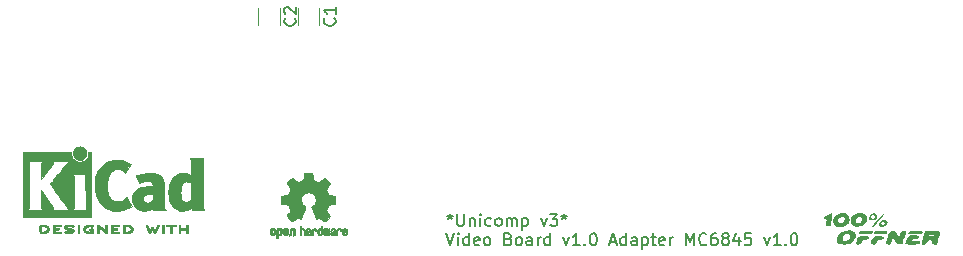
<source format=gbr>
%TF.GenerationSoftware,KiCad,Pcbnew,8.0.7-8.0.7-0~ubuntu22.04.1*%
%TF.CreationDate,2025-01-27T00:18:05+01:00*%
%TF.ProjectId,6845_v1,36383435-5f76-4312-9e6b-696361645f70,rev?*%
%TF.SameCoordinates,Original*%
%TF.FileFunction,Legend,Top*%
%TF.FilePolarity,Positive*%
%FSLAX46Y46*%
G04 Gerber Fmt 4.6, Leading zero omitted, Abs format (unit mm)*
G04 Created by KiCad (PCBNEW 8.0.7-8.0.7-0~ubuntu22.04.1) date 2025-01-27 00:18:05*
%MOMM*%
%LPD*%
G01*
G04 APERTURE LIST*
%ADD10C,0.150000*%
%ADD11C,0.010000*%
%ADD12C,0.120000*%
%ADD13C,0.000000*%
G04 APERTURE END LIST*
D10*
X97479636Y-107259875D02*
X97479636Y-107497970D01*
X97241541Y-107402732D02*
X97479636Y-107497970D01*
X97479636Y-107497970D02*
X97717731Y-107402732D01*
X97336779Y-107688446D02*
X97479636Y-107497970D01*
X97479636Y-107497970D02*
X97622493Y-107688446D01*
X98098684Y-107259875D02*
X98098684Y-108069398D01*
X98098684Y-108069398D02*
X98146303Y-108164636D01*
X98146303Y-108164636D02*
X98193922Y-108212256D01*
X98193922Y-108212256D02*
X98289160Y-108259875D01*
X98289160Y-108259875D02*
X98479636Y-108259875D01*
X98479636Y-108259875D02*
X98574874Y-108212256D01*
X98574874Y-108212256D02*
X98622493Y-108164636D01*
X98622493Y-108164636D02*
X98670112Y-108069398D01*
X98670112Y-108069398D02*
X98670112Y-107259875D01*
X99146303Y-107593208D02*
X99146303Y-108259875D01*
X99146303Y-107688446D02*
X99193922Y-107640827D01*
X99193922Y-107640827D02*
X99289160Y-107593208D01*
X99289160Y-107593208D02*
X99432017Y-107593208D01*
X99432017Y-107593208D02*
X99527255Y-107640827D01*
X99527255Y-107640827D02*
X99574874Y-107736065D01*
X99574874Y-107736065D02*
X99574874Y-108259875D01*
X100051065Y-108259875D02*
X100051065Y-107593208D01*
X100051065Y-107259875D02*
X100003446Y-107307494D01*
X100003446Y-107307494D02*
X100051065Y-107355113D01*
X100051065Y-107355113D02*
X100098684Y-107307494D01*
X100098684Y-107307494D02*
X100051065Y-107259875D01*
X100051065Y-107259875D02*
X100051065Y-107355113D01*
X100955826Y-108212256D02*
X100860588Y-108259875D01*
X100860588Y-108259875D02*
X100670112Y-108259875D01*
X100670112Y-108259875D02*
X100574874Y-108212256D01*
X100574874Y-108212256D02*
X100527255Y-108164636D01*
X100527255Y-108164636D02*
X100479636Y-108069398D01*
X100479636Y-108069398D02*
X100479636Y-107783684D01*
X100479636Y-107783684D02*
X100527255Y-107688446D01*
X100527255Y-107688446D02*
X100574874Y-107640827D01*
X100574874Y-107640827D02*
X100670112Y-107593208D01*
X100670112Y-107593208D02*
X100860588Y-107593208D01*
X100860588Y-107593208D02*
X100955826Y-107640827D01*
X101527255Y-108259875D02*
X101432017Y-108212256D01*
X101432017Y-108212256D02*
X101384398Y-108164636D01*
X101384398Y-108164636D02*
X101336779Y-108069398D01*
X101336779Y-108069398D02*
X101336779Y-107783684D01*
X101336779Y-107783684D02*
X101384398Y-107688446D01*
X101384398Y-107688446D02*
X101432017Y-107640827D01*
X101432017Y-107640827D02*
X101527255Y-107593208D01*
X101527255Y-107593208D02*
X101670112Y-107593208D01*
X101670112Y-107593208D02*
X101765350Y-107640827D01*
X101765350Y-107640827D02*
X101812969Y-107688446D01*
X101812969Y-107688446D02*
X101860588Y-107783684D01*
X101860588Y-107783684D02*
X101860588Y-108069398D01*
X101860588Y-108069398D02*
X101812969Y-108164636D01*
X101812969Y-108164636D02*
X101765350Y-108212256D01*
X101765350Y-108212256D02*
X101670112Y-108259875D01*
X101670112Y-108259875D02*
X101527255Y-108259875D01*
X102289160Y-108259875D02*
X102289160Y-107593208D01*
X102289160Y-107688446D02*
X102336779Y-107640827D01*
X102336779Y-107640827D02*
X102432017Y-107593208D01*
X102432017Y-107593208D02*
X102574874Y-107593208D01*
X102574874Y-107593208D02*
X102670112Y-107640827D01*
X102670112Y-107640827D02*
X102717731Y-107736065D01*
X102717731Y-107736065D02*
X102717731Y-108259875D01*
X102717731Y-107736065D02*
X102765350Y-107640827D01*
X102765350Y-107640827D02*
X102860588Y-107593208D01*
X102860588Y-107593208D02*
X103003445Y-107593208D01*
X103003445Y-107593208D02*
X103098684Y-107640827D01*
X103098684Y-107640827D02*
X103146303Y-107736065D01*
X103146303Y-107736065D02*
X103146303Y-108259875D01*
X103622493Y-107593208D02*
X103622493Y-108593208D01*
X103622493Y-107640827D02*
X103717731Y-107593208D01*
X103717731Y-107593208D02*
X103908207Y-107593208D01*
X103908207Y-107593208D02*
X104003445Y-107640827D01*
X104003445Y-107640827D02*
X104051064Y-107688446D01*
X104051064Y-107688446D02*
X104098683Y-107783684D01*
X104098683Y-107783684D02*
X104098683Y-108069398D01*
X104098683Y-108069398D02*
X104051064Y-108164636D01*
X104051064Y-108164636D02*
X104003445Y-108212256D01*
X104003445Y-108212256D02*
X103908207Y-108259875D01*
X103908207Y-108259875D02*
X103717731Y-108259875D01*
X103717731Y-108259875D02*
X103622493Y-108212256D01*
X105193922Y-107593208D02*
X105432017Y-108259875D01*
X105432017Y-108259875D02*
X105670112Y-107593208D01*
X105955827Y-107259875D02*
X106574874Y-107259875D01*
X106574874Y-107259875D02*
X106241541Y-107640827D01*
X106241541Y-107640827D02*
X106384398Y-107640827D01*
X106384398Y-107640827D02*
X106479636Y-107688446D01*
X106479636Y-107688446D02*
X106527255Y-107736065D01*
X106527255Y-107736065D02*
X106574874Y-107831303D01*
X106574874Y-107831303D02*
X106574874Y-108069398D01*
X106574874Y-108069398D02*
X106527255Y-108164636D01*
X106527255Y-108164636D02*
X106479636Y-108212256D01*
X106479636Y-108212256D02*
X106384398Y-108259875D01*
X106384398Y-108259875D02*
X106098684Y-108259875D01*
X106098684Y-108259875D02*
X106003446Y-108212256D01*
X106003446Y-108212256D02*
X105955827Y-108164636D01*
X107146303Y-107259875D02*
X107146303Y-107497970D01*
X106908208Y-107402732D02*
X107146303Y-107497970D01*
X107146303Y-107497970D02*
X107384398Y-107402732D01*
X107003446Y-107688446D02*
X107146303Y-107497970D01*
X107146303Y-107497970D02*
X107289160Y-107688446D01*
X97193922Y-108869819D02*
X97527255Y-109869819D01*
X97527255Y-109869819D02*
X97860588Y-108869819D01*
X98193922Y-109869819D02*
X98193922Y-109203152D01*
X98193922Y-108869819D02*
X98146303Y-108917438D01*
X98146303Y-108917438D02*
X98193922Y-108965057D01*
X98193922Y-108965057D02*
X98241541Y-108917438D01*
X98241541Y-108917438D02*
X98193922Y-108869819D01*
X98193922Y-108869819D02*
X98193922Y-108965057D01*
X99098683Y-109869819D02*
X99098683Y-108869819D01*
X99098683Y-109822200D02*
X99003445Y-109869819D01*
X99003445Y-109869819D02*
X98812969Y-109869819D01*
X98812969Y-109869819D02*
X98717731Y-109822200D01*
X98717731Y-109822200D02*
X98670112Y-109774580D01*
X98670112Y-109774580D02*
X98622493Y-109679342D01*
X98622493Y-109679342D02*
X98622493Y-109393628D01*
X98622493Y-109393628D02*
X98670112Y-109298390D01*
X98670112Y-109298390D02*
X98717731Y-109250771D01*
X98717731Y-109250771D02*
X98812969Y-109203152D01*
X98812969Y-109203152D02*
X99003445Y-109203152D01*
X99003445Y-109203152D02*
X99098683Y-109250771D01*
X99955826Y-109822200D02*
X99860588Y-109869819D01*
X99860588Y-109869819D02*
X99670112Y-109869819D01*
X99670112Y-109869819D02*
X99574874Y-109822200D01*
X99574874Y-109822200D02*
X99527255Y-109726961D01*
X99527255Y-109726961D02*
X99527255Y-109346009D01*
X99527255Y-109346009D02*
X99574874Y-109250771D01*
X99574874Y-109250771D02*
X99670112Y-109203152D01*
X99670112Y-109203152D02*
X99860588Y-109203152D01*
X99860588Y-109203152D02*
X99955826Y-109250771D01*
X99955826Y-109250771D02*
X100003445Y-109346009D01*
X100003445Y-109346009D02*
X100003445Y-109441247D01*
X100003445Y-109441247D02*
X99527255Y-109536485D01*
X100574874Y-109869819D02*
X100479636Y-109822200D01*
X100479636Y-109822200D02*
X100432017Y-109774580D01*
X100432017Y-109774580D02*
X100384398Y-109679342D01*
X100384398Y-109679342D02*
X100384398Y-109393628D01*
X100384398Y-109393628D02*
X100432017Y-109298390D01*
X100432017Y-109298390D02*
X100479636Y-109250771D01*
X100479636Y-109250771D02*
X100574874Y-109203152D01*
X100574874Y-109203152D02*
X100717731Y-109203152D01*
X100717731Y-109203152D02*
X100812969Y-109250771D01*
X100812969Y-109250771D02*
X100860588Y-109298390D01*
X100860588Y-109298390D02*
X100908207Y-109393628D01*
X100908207Y-109393628D02*
X100908207Y-109679342D01*
X100908207Y-109679342D02*
X100860588Y-109774580D01*
X100860588Y-109774580D02*
X100812969Y-109822200D01*
X100812969Y-109822200D02*
X100717731Y-109869819D01*
X100717731Y-109869819D02*
X100574874Y-109869819D01*
X102432017Y-109346009D02*
X102574874Y-109393628D01*
X102574874Y-109393628D02*
X102622493Y-109441247D01*
X102622493Y-109441247D02*
X102670112Y-109536485D01*
X102670112Y-109536485D02*
X102670112Y-109679342D01*
X102670112Y-109679342D02*
X102622493Y-109774580D01*
X102622493Y-109774580D02*
X102574874Y-109822200D01*
X102574874Y-109822200D02*
X102479636Y-109869819D01*
X102479636Y-109869819D02*
X102098684Y-109869819D01*
X102098684Y-109869819D02*
X102098684Y-108869819D01*
X102098684Y-108869819D02*
X102432017Y-108869819D01*
X102432017Y-108869819D02*
X102527255Y-108917438D01*
X102527255Y-108917438D02*
X102574874Y-108965057D01*
X102574874Y-108965057D02*
X102622493Y-109060295D01*
X102622493Y-109060295D02*
X102622493Y-109155533D01*
X102622493Y-109155533D02*
X102574874Y-109250771D01*
X102574874Y-109250771D02*
X102527255Y-109298390D01*
X102527255Y-109298390D02*
X102432017Y-109346009D01*
X102432017Y-109346009D02*
X102098684Y-109346009D01*
X103241541Y-109869819D02*
X103146303Y-109822200D01*
X103146303Y-109822200D02*
X103098684Y-109774580D01*
X103098684Y-109774580D02*
X103051065Y-109679342D01*
X103051065Y-109679342D02*
X103051065Y-109393628D01*
X103051065Y-109393628D02*
X103098684Y-109298390D01*
X103098684Y-109298390D02*
X103146303Y-109250771D01*
X103146303Y-109250771D02*
X103241541Y-109203152D01*
X103241541Y-109203152D02*
X103384398Y-109203152D01*
X103384398Y-109203152D02*
X103479636Y-109250771D01*
X103479636Y-109250771D02*
X103527255Y-109298390D01*
X103527255Y-109298390D02*
X103574874Y-109393628D01*
X103574874Y-109393628D02*
X103574874Y-109679342D01*
X103574874Y-109679342D02*
X103527255Y-109774580D01*
X103527255Y-109774580D02*
X103479636Y-109822200D01*
X103479636Y-109822200D02*
X103384398Y-109869819D01*
X103384398Y-109869819D02*
X103241541Y-109869819D01*
X104432017Y-109869819D02*
X104432017Y-109346009D01*
X104432017Y-109346009D02*
X104384398Y-109250771D01*
X104384398Y-109250771D02*
X104289160Y-109203152D01*
X104289160Y-109203152D02*
X104098684Y-109203152D01*
X104098684Y-109203152D02*
X104003446Y-109250771D01*
X104432017Y-109822200D02*
X104336779Y-109869819D01*
X104336779Y-109869819D02*
X104098684Y-109869819D01*
X104098684Y-109869819D02*
X104003446Y-109822200D01*
X104003446Y-109822200D02*
X103955827Y-109726961D01*
X103955827Y-109726961D02*
X103955827Y-109631723D01*
X103955827Y-109631723D02*
X104003446Y-109536485D01*
X104003446Y-109536485D02*
X104098684Y-109488866D01*
X104098684Y-109488866D02*
X104336779Y-109488866D01*
X104336779Y-109488866D02*
X104432017Y-109441247D01*
X104908208Y-109869819D02*
X104908208Y-109203152D01*
X104908208Y-109393628D02*
X104955827Y-109298390D01*
X104955827Y-109298390D02*
X105003446Y-109250771D01*
X105003446Y-109250771D02*
X105098684Y-109203152D01*
X105098684Y-109203152D02*
X105193922Y-109203152D01*
X105955827Y-109869819D02*
X105955827Y-108869819D01*
X105955827Y-109822200D02*
X105860589Y-109869819D01*
X105860589Y-109869819D02*
X105670113Y-109869819D01*
X105670113Y-109869819D02*
X105574875Y-109822200D01*
X105574875Y-109822200D02*
X105527256Y-109774580D01*
X105527256Y-109774580D02*
X105479637Y-109679342D01*
X105479637Y-109679342D02*
X105479637Y-109393628D01*
X105479637Y-109393628D02*
X105527256Y-109298390D01*
X105527256Y-109298390D02*
X105574875Y-109250771D01*
X105574875Y-109250771D02*
X105670113Y-109203152D01*
X105670113Y-109203152D02*
X105860589Y-109203152D01*
X105860589Y-109203152D02*
X105955827Y-109250771D01*
X107098685Y-109203152D02*
X107336780Y-109869819D01*
X107336780Y-109869819D02*
X107574875Y-109203152D01*
X108479637Y-109869819D02*
X107908209Y-109869819D01*
X108193923Y-109869819D02*
X108193923Y-108869819D01*
X108193923Y-108869819D02*
X108098685Y-109012676D01*
X108098685Y-109012676D02*
X108003447Y-109107914D01*
X108003447Y-109107914D02*
X107908209Y-109155533D01*
X108908209Y-109774580D02*
X108955828Y-109822200D01*
X108955828Y-109822200D02*
X108908209Y-109869819D01*
X108908209Y-109869819D02*
X108860590Y-109822200D01*
X108860590Y-109822200D02*
X108908209Y-109774580D01*
X108908209Y-109774580D02*
X108908209Y-109869819D01*
X109574875Y-108869819D02*
X109670113Y-108869819D01*
X109670113Y-108869819D02*
X109765351Y-108917438D01*
X109765351Y-108917438D02*
X109812970Y-108965057D01*
X109812970Y-108965057D02*
X109860589Y-109060295D01*
X109860589Y-109060295D02*
X109908208Y-109250771D01*
X109908208Y-109250771D02*
X109908208Y-109488866D01*
X109908208Y-109488866D02*
X109860589Y-109679342D01*
X109860589Y-109679342D02*
X109812970Y-109774580D01*
X109812970Y-109774580D02*
X109765351Y-109822200D01*
X109765351Y-109822200D02*
X109670113Y-109869819D01*
X109670113Y-109869819D02*
X109574875Y-109869819D01*
X109574875Y-109869819D02*
X109479637Y-109822200D01*
X109479637Y-109822200D02*
X109432018Y-109774580D01*
X109432018Y-109774580D02*
X109384399Y-109679342D01*
X109384399Y-109679342D02*
X109336780Y-109488866D01*
X109336780Y-109488866D02*
X109336780Y-109250771D01*
X109336780Y-109250771D02*
X109384399Y-109060295D01*
X109384399Y-109060295D02*
X109432018Y-108965057D01*
X109432018Y-108965057D02*
X109479637Y-108917438D01*
X109479637Y-108917438D02*
X109574875Y-108869819D01*
X111051066Y-109584104D02*
X111527256Y-109584104D01*
X110955828Y-109869819D02*
X111289161Y-108869819D01*
X111289161Y-108869819D02*
X111622494Y-109869819D01*
X112384399Y-109869819D02*
X112384399Y-108869819D01*
X112384399Y-109822200D02*
X112289161Y-109869819D01*
X112289161Y-109869819D02*
X112098685Y-109869819D01*
X112098685Y-109869819D02*
X112003447Y-109822200D01*
X112003447Y-109822200D02*
X111955828Y-109774580D01*
X111955828Y-109774580D02*
X111908209Y-109679342D01*
X111908209Y-109679342D02*
X111908209Y-109393628D01*
X111908209Y-109393628D02*
X111955828Y-109298390D01*
X111955828Y-109298390D02*
X112003447Y-109250771D01*
X112003447Y-109250771D02*
X112098685Y-109203152D01*
X112098685Y-109203152D02*
X112289161Y-109203152D01*
X112289161Y-109203152D02*
X112384399Y-109250771D01*
X113289161Y-109869819D02*
X113289161Y-109346009D01*
X113289161Y-109346009D02*
X113241542Y-109250771D01*
X113241542Y-109250771D02*
X113146304Y-109203152D01*
X113146304Y-109203152D02*
X112955828Y-109203152D01*
X112955828Y-109203152D02*
X112860590Y-109250771D01*
X113289161Y-109822200D02*
X113193923Y-109869819D01*
X113193923Y-109869819D02*
X112955828Y-109869819D01*
X112955828Y-109869819D02*
X112860590Y-109822200D01*
X112860590Y-109822200D02*
X112812971Y-109726961D01*
X112812971Y-109726961D02*
X112812971Y-109631723D01*
X112812971Y-109631723D02*
X112860590Y-109536485D01*
X112860590Y-109536485D02*
X112955828Y-109488866D01*
X112955828Y-109488866D02*
X113193923Y-109488866D01*
X113193923Y-109488866D02*
X113289161Y-109441247D01*
X113765352Y-109203152D02*
X113765352Y-110203152D01*
X113765352Y-109250771D02*
X113860590Y-109203152D01*
X113860590Y-109203152D02*
X114051066Y-109203152D01*
X114051066Y-109203152D02*
X114146304Y-109250771D01*
X114146304Y-109250771D02*
X114193923Y-109298390D01*
X114193923Y-109298390D02*
X114241542Y-109393628D01*
X114241542Y-109393628D02*
X114241542Y-109679342D01*
X114241542Y-109679342D02*
X114193923Y-109774580D01*
X114193923Y-109774580D02*
X114146304Y-109822200D01*
X114146304Y-109822200D02*
X114051066Y-109869819D01*
X114051066Y-109869819D02*
X113860590Y-109869819D01*
X113860590Y-109869819D02*
X113765352Y-109822200D01*
X114527257Y-109203152D02*
X114908209Y-109203152D01*
X114670114Y-108869819D02*
X114670114Y-109726961D01*
X114670114Y-109726961D02*
X114717733Y-109822200D01*
X114717733Y-109822200D02*
X114812971Y-109869819D01*
X114812971Y-109869819D02*
X114908209Y-109869819D01*
X115622495Y-109822200D02*
X115527257Y-109869819D01*
X115527257Y-109869819D02*
X115336781Y-109869819D01*
X115336781Y-109869819D02*
X115241543Y-109822200D01*
X115241543Y-109822200D02*
X115193924Y-109726961D01*
X115193924Y-109726961D02*
X115193924Y-109346009D01*
X115193924Y-109346009D02*
X115241543Y-109250771D01*
X115241543Y-109250771D02*
X115336781Y-109203152D01*
X115336781Y-109203152D02*
X115527257Y-109203152D01*
X115527257Y-109203152D02*
X115622495Y-109250771D01*
X115622495Y-109250771D02*
X115670114Y-109346009D01*
X115670114Y-109346009D02*
X115670114Y-109441247D01*
X115670114Y-109441247D02*
X115193924Y-109536485D01*
X116098686Y-109869819D02*
X116098686Y-109203152D01*
X116098686Y-109393628D02*
X116146305Y-109298390D01*
X116146305Y-109298390D02*
X116193924Y-109250771D01*
X116193924Y-109250771D02*
X116289162Y-109203152D01*
X116289162Y-109203152D02*
X116384400Y-109203152D01*
X117479639Y-109869819D02*
X117479639Y-108869819D01*
X117479639Y-108869819D02*
X117812972Y-109584104D01*
X117812972Y-109584104D02*
X118146305Y-108869819D01*
X118146305Y-108869819D02*
X118146305Y-109869819D01*
X119193924Y-109774580D02*
X119146305Y-109822200D01*
X119146305Y-109822200D02*
X119003448Y-109869819D01*
X119003448Y-109869819D02*
X118908210Y-109869819D01*
X118908210Y-109869819D02*
X118765353Y-109822200D01*
X118765353Y-109822200D02*
X118670115Y-109726961D01*
X118670115Y-109726961D02*
X118622496Y-109631723D01*
X118622496Y-109631723D02*
X118574877Y-109441247D01*
X118574877Y-109441247D02*
X118574877Y-109298390D01*
X118574877Y-109298390D02*
X118622496Y-109107914D01*
X118622496Y-109107914D02*
X118670115Y-109012676D01*
X118670115Y-109012676D02*
X118765353Y-108917438D01*
X118765353Y-108917438D02*
X118908210Y-108869819D01*
X118908210Y-108869819D02*
X119003448Y-108869819D01*
X119003448Y-108869819D02*
X119146305Y-108917438D01*
X119146305Y-108917438D02*
X119193924Y-108965057D01*
X120051067Y-108869819D02*
X119860591Y-108869819D01*
X119860591Y-108869819D02*
X119765353Y-108917438D01*
X119765353Y-108917438D02*
X119717734Y-108965057D01*
X119717734Y-108965057D02*
X119622496Y-109107914D01*
X119622496Y-109107914D02*
X119574877Y-109298390D01*
X119574877Y-109298390D02*
X119574877Y-109679342D01*
X119574877Y-109679342D02*
X119622496Y-109774580D01*
X119622496Y-109774580D02*
X119670115Y-109822200D01*
X119670115Y-109822200D02*
X119765353Y-109869819D01*
X119765353Y-109869819D02*
X119955829Y-109869819D01*
X119955829Y-109869819D02*
X120051067Y-109822200D01*
X120051067Y-109822200D02*
X120098686Y-109774580D01*
X120098686Y-109774580D02*
X120146305Y-109679342D01*
X120146305Y-109679342D02*
X120146305Y-109441247D01*
X120146305Y-109441247D02*
X120098686Y-109346009D01*
X120098686Y-109346009D02*
X120051067Y-109298390D01*
X120051067Y-109298390D02*
X119955829Y-109250771D01*
X119955829Y-109250771D02*
X119765353Y-109250771D01*
X119765353Y-109250771D02*
X119670115Y-109298390D01*
X119670115Y-109298390D02*
X119622496Y-109346009D01*
X119622496Y-109346009D02*
X119574877Y-109441247D01*
X120717734Y-109298390D02*
X120622496Y-109250771D01*
X120622496Y-109250771D02*
X120574877Y-109203152D01*
X120574877Y-109203152D02*
X120527258Y-109107914D01*
X120527258Y-109107914D02*
X120527258Y-109060295D01*
X120527258Y-109060295D02*
X120574877Y-108965057D01*
X120574877Y-108965057D02*
X120622496Y-108917438D01*
X120622496Y-108917438D02*
X120717734Y-108869819D01*
X120717734Y-108869819D02*
X120908210Y-108869819D01*
X120908210Y-108869819D02*
X121003448Y-108917438D01*
X121003448Y-108917438D02*
X121051067Y-108965057D01*
X121051067Y-108965057D02*
X121098686Y-109060295D01*
X121098686Y-109060295D02*
X121098686Y-109107914D01*
X121098686Y-109107914D02*
X121051067Y-109203152D01*
X121051067Y-109203152D02*
X121003448Y-109250771D01*
X121003448Y-109250771D02*
X120908210Y-109298390D01*
X120908210Y-109298390D02*
X120717734Y-109298390D01*
X120717734Y-109298390D02*
X120622496Y-109346009D01*
X120622496Y-109346009D02*
X120574877Y-109393628D01*
X120574877Y-109393628D02*
X120527258Y-109488866D01*
X120527258Y-109488866D02*
X120527258Y-109679342D01*
X120527258Y-109679342D02*
X120574877Y-109774580D01*
X120574877Y-109774580D02*
X120622496Y-109822200D01*
X120622496Y-109822200D02*
X120717734Y-109869819D01*
X120717734Y-109869819D02*
X120908210Y-109869819D01*
X120908210Y-109869819D02*
X121003448Y-109822200D01*
X121003448Y-109822200D02*
X121051067Y-109774580D01*
X121051067Y-109774580D02*
X121098686Y-109679342D01*
X121098686Y-109679342D02*
X121098686Y-109488866D01*
X121098686Y-109488866D02*
X121051067Y-109393628D01*
X121051067Y-109393628D02*
X121003448Y-109346009D01*
X121003448Y-109346009D02*
X120908210Y-109298390D01*
X121955829Y-109203152D02*
X121955829Y-109869819D01*
X121717734Y-108822200D02*
X121479639Y-109536485D01*
X121479639Y-109536485D02*
X122098686Y-109536485D01*
X122955829Y-108869819D02*
X122479639Y-108869819D01*
X122479639Y-108869819D02*
X122432020Y-109346009D01*
X122432020Y-109346009D02*
X122479639Y-109298390D01*
X122479639Y-109298390D02*
X122574877Y-109250771D01*
X122574877Y-109250771D02*
X122812972Y-109250771D01*
X122812972Y-109250771D02*
X122908210Y-109298390D01*
X122908210Y-109298390D02*
X122955829Y-109346009D01*
X122955829Y-109346009D02*
X123003448Y-109441247D01*
X123003448Y-109441247D02*
X123003448Y-109679342D01*
X123003448Y-109679342D02*
X122955829Y-109774580D01*
X122955829Y-109774580D02*
X122908210Y-109822200D01*
X122908210Y-109822200D02*
X122812972Y-109869819D01*
X122812972Y-109869819D02*
X122574877Y-109869819D01*
X122574877Y-109869819D02*
X122479639Y-109822200D01*
X122479639Y-109822200D02*
X122432020Y-109774580D01*
X124098687Y-109203152D02*
X124336782Y-109869819D01*
X124336782Y-109869819D02*
X124574877Y-109203152D01*
X125479639Y-109869819D02*
X124908211Y-109869819D01*
X125193925Y-109869819D02*
X125193925Y-108869819D01*
X125193925Y-108869819D02*
X125098687Y-109012676D01*
X125098687Y-109012676D02*
X125003449Y-109107914D01*
X125003449Y-109107914D02*
X124908211Y-109155533D01*
X125908211Y-109774580D02*
X125955830Y-109822200D01*
X125955830Y-109822200D02*
X125908211Y-109869819D01*
X125908211Y-109869819D02*
X125860592Y-109822200D01*
X125860592Y-109822200D02*
X125908211Y-109774580D01*
X125908211Y-109774580D02*
X125908211Y-109869819D01*
X126574877Y-108869819D02*
X126670115Y-108869819D01*
X126670115Y-108869819D02*
X126765353Y-108917438D01*
X126765353Y-108917438D02*
X126812972Y-108965057D01*
X126812972Y-108965057D02*
X126860591Y-109060295D01*
X126860591Y-109060295D02*
X126908210Y-109250771D01*
X126908210Y-109250771D02*
X126908210Y-109488866D01*
X126908210Y-109488866D02*
X126860591Y-109679342D01*
X126860591Y-109679342D02*
X126812972Y-109774580D01*
X126812972Y-109774580D02*
X126765353Y-109822200D01*
X126765353Y-109822200D02*
X126670115Y-109869819D01*
X126670115Y-109869819D02*
X126574877Y-109869819D01*
X126574877Y-109869819D02*
X126479639Y-109822200D01*
X126479639Y-109822200D02*
X126432020Y-109774580D01*
X126432020Y-109774580D02*
X126384401Y-109679342D01*
X126384401Y-109679342D02*
X126336782Y-109488866D01*
X126336782Y-109488866D02*
X126336782Y-109250771D01*
X126336782Y-109250771D02*
X126384401Y-109060295D01*
X126384401Y-109060295D02*
X126432020Y-108965057D01*
X126432020Y-108965057D02*
X126479639Y-108917438D01*
X126479639Y-108917438D02*
X126574877Y-108869819D01*
X84359580Y-90666666D02*
X84407200Y-90714285D01*
X84407200Y-90714285D02*
X84454819Y-90857142D01*
X84454819Y-90857142D02*
X84454819Y-90952380D01*
X84454819Y-90952380D02*
X84407200Y-91095237D01*
X84407200Y-91095237D02*
X84311961Y-91190475D01*
X84311961Y-91190475D02*
X84216723Y-91238094D01*
X84216723Y-91238094D02*
X84026247Y-91285713D01*
X84026247Y-91285713D02*
X83883390Y-91285713D01*
X83883390Y-91285713D02*
X83692914Y-91238094D01*
X83692914Y-91238094D02*
X83597676Y-91190475D01*
X83597676Y-91190475D02*
X83502438Y-91095237D01*
X83502438Y-91095237D02*
X83454819Y-90952380D01*
X83454819Y-90952380D02*
X83454819Y-90857142D01*
X83454819Y-90857142D02*
X83502438Y-90714285D01*
X83502438Y-90714285D02*
X83550057Y-90666666D01*
X83550057Y-90285713D02*
X83502438Y-90238094D01*
X83502438Y-90238094D02*
X83454819Y-90142856D01*
X83454819Y-90142856D02*
X83454819Y-89904761D01*
X83454819Y-89904761D02*
X83502438Y-89809523D01*
X83502438Y-89809523D02*
X83550057Y-89761904D01*
X83550057Y-89761904D02*
X83645295Y-89714285D01*
X83645295Y-89714285D02*
X83740533Y-89714285D01*
X83740533Y-89714285D02*
X83883390Y-89761904D01*
X83883390Y-89761904D02*
X84454819Y-90333332D01*
X84454819Y-90333332D02*
X84454819Y-89714285D01*
X87709580Y-90666666D02*
X87757200Y-90714285D01*
X87757200Y-90714285D02*
X87804819Y-90857142D01*
X87804819Y-90857142D02*
X87804819Y-90952380D01*
X87804819Y-90952380D02*
X87757200Y-91095237D01*
X87757200Y-91095237D02*
X87661961Y-91190475D01*
X87661961Y-91190475D02*
X87566723Y-91238094D01*
X87566723Y-91238094D02*
X87376247Y-91285713D01*
X87376247Y-91285713D02*
X87233390Y-91285713D01*
X87233390Y-91285713D02*
X87042914Y-91238094D01*
X87042914Y-91238094D02*
X86947676Y-91190475D01*
X86947676Y-91190475D02*
X86852438Y-91095237D01*
X86852438Y-91095237D02*
X86804819Y-90952380D01*
X86804819Y-90952380D02*
X86804819Y-90857142D01*
X86804819Y-90857142D02*
X86852438Y-90714285D01*
X86852438Y-90714285D02*
X86900057Y-90666666D01*
X87804819Y-89714285D02*
X87804819Y-90285713D01*
X87804819Y-89999999D02*
X86804819Y-89999999D01*
X86804819Y-89999999D02*
X86947676Y-90095237D01*
X86947676Y-90095237D02*
X87042914Y-90190475D01*
X87042914Y-90190475D02*
X87090533Y-90285713D01*
D11*
%TO.C,H2*%
X88152600Y-108458752D02*
X88169948Y-108466334D01*
X88211356Y-108499128D01*
X88246765Y-108546547D01*
X88268664Y-108597151D01*
X88272229Y-108622098D01*
X88260279Y-108656927D01*
X88234067Y-108675357D01*
X88205964Y-108686516D01*
X88193095Y-108688572D01*
X88186829Y-108673649D01*
X88174456Y-108641175D01*
X88169028Y-108626502D01*
X88138590Y-108575744D01*
X88094520Y-108550427D01*
X88038010Y-108551206D01*
X88033825Y-108552203D01*
X88003655Y-108566507D01*
X87981476Y-108594393D01*
X87966327Y-108639287D01*
X87957250Y-108704615D01*
X87953286Y-108793804D01*
X87952914Y-108841261D01*
X87952730Y-108916071D01*
X87951522Y-108967069D01*
X87948309Y-108999471D01*
X87942109Y-109018495D01*
X87931940Y-109029356D01*
X87916819Y-109037272D01*
X87915946Y-109037670D01*
X87886828Y-109049981D01*
X87872403Y-109054514D01*
X87870186Y-109040809D01*
X87868289Y-109002925D01*
X87866847Y-108945715D01*
X87865998Y-108874027D01*
X87865829Y-108821565D01*
X87866692Y-108720047D01*
X87870070Y-108643032D01*
X87877142Y-108586023D01*
X87889088Y-108544526D01*
X87907090Y-108514043D01*
X87932327Y-108490080D01*
X87957247Y-108473355D01*
X88017171Y-108451097D01*
X88086911Y-108446076D01*
X88152600Y-108458752D01*
G36*
X88152600Y-108458752D02*
G01*
X88169948Y-108466334D01*
X88211356Y-108499128D01*
X88246765Y-108546547D01*
X88268664Y-108597151D01*
X88272229Y-108622098D01*
X88260279Y-108656927D01*
X88234067Y-108675357D01*
X88205964Y-108686516D01*
X88193095Y-108688572D01*
X88186829Y-108673649D01*
X88174456Y-108641175D01*
X88169028Y-108626502D01*
X88138590Y-108575744D01*
X88094520Y-108550427D01*
X88038010Y-108551206D01*
X88033825Y-108552203D01*
X88003655Y-108566507D01*
X87981476Y-108594393D01*
X87966327Y-108639287D01*
X87957250Y-108704615D01*
X87953286Y-108793804D01*
X87952914Y-108841261D01*
X87952730Y-108916071D01*
X87951522Y-108967069D01*
X87948309Y-108999471D01*
X87942109Y-109018495D01*
X87931940Y-109029356D01*
X87916819Y-109037272D01*
X87915946Y-109037670D01*
X87886828Y-109049981D01*
X87872403Y-109054514D01*
X87870186Y-109040809D01*
X87868289Y-109002925D01*
X87866847Y-108945715D01*
X87865998Y-108874027D01*
X87865829Y-108821565D01*
X87866692Y-108720047D01*
X87870070Y-108643032D01*
X87877142Y-108586023D01*
X87889088Y-108544526D01*
X87907090Y-108514043D01*
X87932327Y-108490080D01*
X87957247Y-108473355D01*
X88017171Y-108451097D01*
X88086911Y-108446076D01*
X88152600Y-108458752D01*
G37*
X84216093Y-108427780D02*
X84262672Y-108454723D01*
X84295057Y-108481466D01*
X84318742Y-108509484D01*
X84335059Y-108543748D01*
X84345339Y-108589227D01*
X84350914Y-108650892D01*
X84353116Y-108733711D01*
X84353371Y-108793246D01*
X84353371Y-109012391D01*
X84291686Y-109040044D01*
X84230000Y-109067697D01*
X84222743Y-108827670D01*
X84219744Y-108738028D01*
X84216598Y-108672962D01*
X84212701Y-108628026D01*
X84207447Y-108598770D01*
X84200231Y-108580748D01*
X84190450Y-108569511D01*
X84187312Y-108567079D01*
X84139761Y-108548083D01*
X84091697Y-108555600D01*
X84063086Y-108575543D01*
X84051447Y-108589675D01*
X84043391Y-108608220D01*
X84038271Y-108636334D01*
X84035441Y-108679173D01*
X84034256Y-108741895D01*
X84034057Y-108807261D01*
X84034018Y-108889268D01*
X84032614Y-108947316D01*
X84027914Y-108986465D01*
X84017987Y-109011780D01*
X84000903Y-109028323D01*
X83974732Y-109041156D01*
X83939775Y-109054491D01*
X83901596Y-109069007D01*
X83906141Y-108811389D01*
X83907971Y-108718519D01*
X83910112Y-108649889D01*
X83913181Y-108600711D01*
X83917794Y-108566198D01*
X83924568Y-108541562D01*
X83934119Y-108522016D01*
X83945634Y-108504770D01*
X84001190Y-108449680D01*
X84068980Y-108417822D01*
X84142713Y-108410191D01*
X84216093Y-108427780D01*
G36*
X84216093Y-108427780D02*
G01*
X84262672Y-108454723D01*
X84295057Y-108481466D01*
X84318742Y-108509484D01*
X84335059Y-108543748D01*
X84345339Y-108589227D01*
X84350914Y-108650892D01*
X84353116Y-108733711D01*
X84353371Y-108793246D01*
X84353371Y-109012391D01*
X84291686Y-109040044D01*
X84230000Y-109067697D01*
X84222743Y-108827670D01*
X84219744Y-108738028D01*
X84216598Y-108672962D01*
X84212701Y-108628026D01*
X84207447Y-108598770D01*
X84200231Y-108580748D01*
X84190450Y-108569511D01*
X84187312Y-108567079D01*
X84139761Y-108548083D01*
X84091697Y-108555600D01*
X84063086Y-108575543D01*
X84051447Y-108589675D01*
X84043391Y-108608220D01*
X84038271Y-108636334D01*
X84035441Y-108679173D01*
X84034256Y-108741895D01*
X84034057Y-108807261D01*
X84034018Y-108889268D01*
X84032614Y-108947316D01*
X84027914Y-108986465D01*
X84017987Y-109011780D01*
X84000903Y-109028323D01*
X83974732Y-109041156D01*
X83939775Y-109054491D01*
X83901596Y-109069007D01*
X83906141Y-108811389D01*
X83907971Y-108718519D01*
X83910112Y-108649889D01*
X83913181Y-108600711D01*
X83917794Y-108566198D01*
X83924568Y-108541562D01*
X83934119Y-108522016D01*
X83945634Y-108504770D01*
X84001190Y-108449680D01*
X84068980Y-108417822D01*
X84142713Y-108410191D01*
X84216093Y-108427780D01*
G37*
X86029926Y-108449755D02*
X86095858Y-108474084D01*
X86149273Y-108517117D01*
X86170164Y-108547409D01*
X86192939Y-108602994D01*
X86192466Y-108643186D01*
X86168562Y-108670217D01*
X86159717Y-108674813D01*
X86121530Y-108689144D01*
X86102028Y-108685472D01*
X86095422Y-108661407D01*
X86095086Y-108648114D01*
X86082992Y-108599210D01*
X86051471Y-108564999D01*
X86007659Y-108548476D01*
X85958695Y-108552634D01*
X85918894Y-108574227D01*
X85905450Y-108586544D01*
X85895921Y-108601487D01*
X85889485Y-108624075D01*
X85885317Y-108659328D01*
X85882597Y-108712266D01*
X85880502Y-108787907D01*
X85879960Y-108811857D01*
X85877981Y-108893790D01*
X85875731Y-108951455D01*
X85872357Y-108989608D01*
X85867006Y-109013004D01*
X85858824Y-109026398D01*
X85846959Y-109034545D01*
X85839362Y-109038144D01*
X85807102Y-109050452D01*
X85788111Y-109054514D01*
X85781836Y-109040948D01*
X85778006Y-108999934D01*
X85776600Y-108930999D01*
X85777598Y-108833669D01*
X85777908Y-108818657D01*
X85780101Y-108729859D01*
X85782693Y-108665019D01*
X85786382Y-108619067D01*
X85791864Y-108586935D01*
X85799835Y-108563553D01*
X85810993Y-108543852D01*
X85816830Y-108535410D01*
X85850296Y-108498057D01*
X85887727Y-108469003D01*
X85892309Y-108466467D01*
X85959426Y-108446443D01*
X86029926Y-108449755D01*
G36*
X86029926Y-108449755D02*
G01*
X86095858Y-108474084D01*
X86149273Y-108517117D01*
X86170164Y-108547409D01*
X86192939Y-108602994D01*
X86192466Y-108643186D01*
X86168562Y-108670217D01*
X86159717Y-108674813D01*
X86121530Y-108689144D01*
X86102028Y-108685472D01*
X86095422Y-108661407D01*
X86095086Y-108648114D01*
X86082992Y-108599210D01*
X86051471Y-108564999D01*
X86007659Y-108548476D01*
X85958695Y-108552634D01*
X85918894Y-108574227D01*
X85905450Y-108586544D01*
X85895921Y-108601487D01*
X85889485Y-108624075D01*
X85885317Y-108659328D01*
X85882597Y-108712266D01*
X85880502Y-108787907D01*
X85879960Y-108811857D01*
X85877981Y-108893790D01*
X85875731Y-108951455D01*
X85872357Y-108989608D01*
X85867006Y-109013004D01*
X85858824Y-109026398D01*
X85846959Y-109034545D01*
X85839362Y-109038144D01*
X85807102Y-109050452D01*
X85788111Y-109054514D01*
X85781836Y-109040948D01*
X85778006Y-108999934D01*
X85776600Y-108930999D01*
X85777598Y-108833669D01*
X85777908Y-108818657D01*
X85780101Y-108729859D01*
X85782693Y-108665019D01*
X85786382Y-108619067D01*
X85791864Y-108586935D01*
X85799835Y-108563553D01*
X85810993Y-108543852D01*
X85816830Y-108535410D01*
X85850296Y-108498057D01*
X85887727Y-108469003D01*
X85892309Y-108466467D01*
X85959426Y-108446443D01*
X86029926Y-108449755D01*
G37*
X84875886Y-108351289D02*
X84880139Y-108410613D01*
X84885025Y-108445572D01*
X84891795Y-108460820D01*
X84901702Y-108461015D01*
X84904914Y-108459195D01*
X84947644Y-108446015D01*
X85003227Y-108446785D01*
X85059737Y-108460333D01*
X85095082Y-108477861D01*
X85131321Y-108505861D01*
X85157813Y-108537549D01*
X85175999Y-108577813D01*
X85187322Y-108631543D01*
X85193222Y-108703626D01*
X85195143Y-108798951D01*
X85195177Y-108817237D01*
X85195200Y-109022646D01*
X85149491Y-109038580D01*
X85117027Y-109049420D01*
X85099215Y-109054468D01*
X85098691Y-109054514D01*
X85096937Y-109040828D01*
X85095444Y-109003076D01*
X85094326Y-108946224D01*
X85093697Y-108875234D01*
X85093600Y-108832073D01*
X85093398Y-108746973D01*
X85092358Y-108685981D01*
X85089831Y-108644177D01*
X85085164Y-108616642D01*
X85077707Y-108598456D01*
X85066811Y-108584698D01*
X85060007Y-108578073D01*
X85013272Y-108551375D01*
X84962272Y-108549375D01*
X84916001Y-108571955D01*
X84907444Y-108580107D01*
X84894893Y-108595436D01*
X84886188Y-108613618D01*
X84880631Y-108639909D01*
X84877526Y-108679562D01*
X84876176Y-108737832D01*
X84875886Y-108818173D01*
X84875886Y-109022646D01*
X84830177Y-109038580D01*
X84797713Y-109049420D01*
X84779901Y-109054468D01*
X84779377Y-109054514D01*
X84778037Y-109040623D01*
X84776828Y-109001439D01*
X84775801Y-108940700D01*
X84775002Y-108862141D01*
X84774481Y-108769498D01*
X84774286Y-108666509D01*
X84774286Y-108269342D01*
X84821457Y-108249444D01*
X84868629Y-108229547D01*
X84875886Y-108351289D01*
G36*
X84875886Y-108351289D02*
G01*
X84880139Y-108410613D01*
X84885025Y-108445572D01*
X84891795Y-108460820D01*
X84901702Y-108461015D01*
X84904914Y-108459195D01*
X84947644Y-108446015D01*
X85003227Y-108446785D01*
X85059737Y-108460333D01*
X85095082Y-108477861D01*
X85131321Y-108505861D01*
X85157813Y-108537549D01*
X85175999Y-108577813D01*
X85187322Y-108631543D01*
X85193222Y-108703626D01*
X85195143Y-108798951D01*
X85195177Y-108817237D01*
X85195200Y-109022646D01*
X85149491Y-109038580D01*
X85117027Y-109049420D01*
X85099215Y-109054468D01*
X85098691Y-109054514D01*
X85096937Y-109040828D01*
X85095444Y-109003076D01*
X85094326Y-108946224D01*
X85093697Y-108875234D01*
X85093600Y-108832073D01*
X85093398Y-108746973D01*
X85092358Y-108685981D01*
X85089831Y-108644177D01*
X85085164Y-108616642D01*
X85077707Y-108598456D01*
X85066811Y-108584698D01*
X85060007Y-108578073D01*
X85013272Y-108551375D01*
X84962272Y-108549375D01*
X84916001Y-108571955D01*
X84907444Y-108580107D01*
X84894893Y-108595436D01*
X84886188Y-108613618D01*
X84880631Y-108639909D01*
X84877526Y-108679562D01*
X84876176Y-108737832D01*
X84875886Y-108818173D01*
X84875886Y-109022646D01*
X84830177Y-109038580D01*
X84797713Y-109049420D01*
X84779901Y-109054468D01*
X84779377Y-109054514D01*
X84778037Y-109040623D01*
X84776828Y-109001439D01*
X84775801Y-108940700D01*
X84775002Y-108862141D01*
X84774481Y-108769498D01*
X84774286Y-108666509D01*
X84774286Y-108269342D01*
X84821457Y-108249444D01*
X84868629Y-108229547D01*
X84875886Y-108351289D01*
G37*
X87279833Y-108458663D02*
X87282048Y-108496850D01*
X87283784Y-108554886D01*
X87284899Y-108628180D01*
X87285257Y-108705055D01*
X87285257Y-108965196D01*
X87239326Y-109011127D01*
X87207675Y-109039429D01*
X87179890Y-109050893D01*
X87141915Y-109050168D01*
X87126840Y-109048321D01*
X87079726Y-109042948D01*
X87040756Y-109039869D01*
X87031257Y-109039585D01*
X86999233Y-109041445D01*
X86953432Y-109046114D01*
X86935674Y-109048321D01*
X86892057Y-109051735D01*
X86862745Y-109044320D01*
X86833680Y-109021427D01*
X86823188Y-109011127D01*
X86777257Y-108965196D01*
X86777257Y-108478602D01*
X86814226Y-108461758D01*
X86846059Y-108449282D01*
X86864683Y-108444914D01*
X86869458Y-108458718D01*
X86873921Y-108497286D01*
X86877775Y-108556356D01*
X86880722Y-108631663D01*
X86882143Y-108695286D01*
X86886114Y-108945657D01*
X86920759Y-108950556D01*
X86952268Y-108947131D01*
X86967708Y-108936041D01*
X86972023Y-108915308D01*
X86975708Y-108871145D01*
X86978469Y-108809146D01*
X86980012Y-108734909D01*
X86980235Y-108696706D01*
X86980457Y-108476783D01*
X87026166Y-108460849D01*
X87058518Y-108450015D01*
X87076115Y-108444962D01*
X87076623Y-108444914D01*
X87078388Y-108458648D01*
X87080329Y-108496730D01*
X87082282Y-108554482D01*
X87084084Y-108627227D01*
X87085343Y-108695286D01*
X87089314Y-108945657D01*
X87176400Y-108945657D01*
X87180396Y-108717240D01*
X87184392Y-108488822D01*
X87226847Y-108466868D01*
X87258192Y-108451793D01*
X87276744Y-108444951D01*
X87277279Y-108444914D01*
X87279833Y-108458663D01*
G36*
X87279833Y-108458663D02*
G01*
X87282048Y-108496850D01*
X87283784Y-108554886D01*
X87284899Y-108628180D01*
X87285257Y-108705055D01*
X87285257Y-108965196D01*
X87239326Y-109011127D01*
X87207675Y-109039429D01*
X87179890Y-109050893D01*
X87141915Y-109050168D01*
X87126840Y-109048321D01*
X87079726Y-109042948D01*
X87040756Y-109039869D01*
X87031257Y-109039585D01*
X86999233Y-109041445D01*
X86953432Y-109046114D01*
X86935674Y-109048321D01*
X86892057Y-109051735D01*
X86862745Y-109044320D01*
X86833680Y-109021427D01*
X86823188Y-109011127D01*
X86777257Y-108965196D01*
X86777257Y-108478602D01*
X86814226Y-108461758D01*
X86846059Y-108449282D01*
X86864683Y-108444914D01*
X86869458Y-108458718D01*
X86873921Y-108497286D01*
X86877775Y-108556356D01*
X86880722Y-108631663D01*
X86882143Y-108695286D01*
X86886114Y-108945657D01*
X86920759Y-108950556D01*
X86952268Y-108947131D01*
X86967708Y-108936041D01*
X86972023Y-108915308D01*
X86975708Y-108871145D01*
X86978469Y-108809146D01*
X86980012Y-108734909D01*
X86980235Y-108696706D01*
X86980457Y-108476783D01*
X87026166Y-108460849D01*
X87058518Y-108450015D01*
X87076115Y-108444962D01*
X87076623Y-108444914D01*
X87078388Y-108458648D01*
X87080329Y-108496730D01*
X87082282Y-108554482D01*
X87084084Y-108627227D01*
X87085343Y-108695286D01*
X87089314Y-108945657D01*
X87176400Y-108945657D01*
X87180396Y-108717240D01*
X87184392Y-108488822D01*
X87226847Y-108466868D01*
X87258192Y-108451793D01*
X87276744Y-108444951D01*
X87277279Y-108444914D01*
X87279833Y-108458663D01*
G37*
X82541115Y-108421962D02*
X82609145Y-108457733D01*
X82659351Y-108515301D01*
X82677185Y-108552312D01*
X82691063Y-108607882D01*
X82698167Y-108678096D01*
X82698840Y-108754727D01*
X82693427Y-108829552D01*
X82682270Y-108894342D01*
X82665714Y-108940873D01*
X82660626Y-108948887D01*
X82600355Y-109008707D01*
X82528769Y-109044535D01*
X82451092Y-109055020D01*
X82372548Y-109038810D01*
X82350689Y-109029092D01*
X82308122Y-108999143D01*
X82270763Y-108959433D01*
X82267232Y-108954397D01*
X82252881Y-108930124D01*
X82243394Y-108904178D01*
X82237790Y-108870022D01*
X82235086Y-108821119D01*
X82234299Y-108750935D01*
X82234286Y-108735200D01*
X82234322Y-108730192D01*
X82379429Y-108730192D01*
X82380273Y-108796430D01*
X82383596Y-108840386D01*
X82390583Y-108868779D01*
X82402416Y-108888325D01*
X82408457Y-108894857D01*
X82443186Y-108919680D01*
X82476903Y-108918548D01*
X82510995Y-108897016D01*
X82531329Y-108874029D01*
X82543371Y-108840478D01*
X82550134Y-108787569D01*
X82550598Y-108781399D01*
X82551752Y-108685513D01*
X82539688Y-108614299D01*
X82514570Y-108568194D01*
X82476560Y-108547635D01*
X82462992Y-108546514D01*
X82427364Y-108552152D01*
X82402994Y-108571686D01*
X82388093Y-108609042D01*
X82380875Y-108668150D01*
X82379429Y-108730192D01*
X82234322Y-108730192D01*
X82234826Y-108660413D01*
X82237096Y-108608159D01*
X82242068Y-108571949D01*
X82250713Y-108545299D01*
X82264005Y-108521722D01*
X82266943Y-108517338D01*
X82316313Y-108458249D01*
X82370109Y-108423947D01*
X82435602Y-108410331D01*
X82457842Y-108409665D01*
X82541115Y-108421962D01*
G36*
X82541115Y-108421962D02*
G01*
X82609145Y-108457733D01*
X82659351Y-108515301D01*
X82677185Y-108552312D01*
X82691063Y-108607882D01*
X82698167Y-108678096D01*
X82698840Y-108754727D01*
X82693427Y-108829552D01*
X82682270Y-108894342D01*
X82665714Y-108940873D01*
X82660626Y-108948887D01*
X82600355Y-109008707D01*
X82528769Y-109044535D01*
X82451092Y-109055020D01*
X82372548Y-109038810D01*
X82350689Y-109029092D01*
X82308122Y-108999143D01*
X82270763Y-108959433D01*
X82267232Y-108954397D01*
X82252881Y-108930124D01*
X82243394Y-108904178D01*
X82237790Y-108870022D01*
X82235086Y-108821119D01*
X82234299Y-108750935D01*
X82234286Y-108735200D01*
X82234322Y-108730192D01*
X82379429Y-108730192D01*
X82380273Y-108796430D01*
X82383596Y-108840386D01*
X82390583Y-108868779D01*
X82402416Y-108888325D01*
X82408457Y-108894857D01*
X82443186Y-108919680D01*
X82476903Y-108918548D01*
X82510995Y-108897016D01*
X82531329Y-108874029D01*
X82543371Y-108840478D01*
X82550134Y-108787569D01*
X82550598Y-108781399D01*
X82551752Y-108685513D01*
X82539688Y-108614299D01*
X82514570Y-108568194D01*
X82476560Y-108547635D01*
X82462992Y-108546514D01*
X82427364Y-108552152D01*
X82402994Y-108571686D01*
X82388093Y-108609042D01*
X82380875Y-108668150D01*
X82379429Y-108730192D01*
X82234322Y-108730192D01*
X82234826Y-108660413D01*
X82237096Y-108608159D01*
X82242068Y-108571949D01*
X82250713Y-108545299D01*
X82264005Y-108521722D01*
X82266943Y-108517338D01*
X82316313Y-108458249D01*
X82370109Y-108423947D01*
X82435602Y-108410331D01*
X82457842Y-108409665D01*
X82541115Y-108421962D01*
G37*
X88653595Y-108466966D02*
X88711021Y-108504497D01*
X88738719Y-108538096D01*
X88760662Y-108599064D01*
X88762405Y-108647308D01*
X88758457Y-108711816D01*
X88609686Y-108776934D01*
X88537349Y-108810202D01*
X88490084Y-108836964D01*
X88465507Y-108860144D01*
X88461237Y-108882667D01*
X88474889Y-108907455D01*
X88489943Y-108923886D01*
X88533746Y-108950235D01*
X88581389Y-108952081D01*
X88625145Y-108931546D01*
X88657289Y-108890752D01*
X88663038Y-108876347D01*
X88690576Y-108831356D01*
X88722258Y-108812182D01*
X88765714Y-108795779D01*
X88765714Y-108857966D01*
X88761872Y-108900283D01*
X88746823Y-108935969D01*
X88715280Y-108976943D01*
X88710592Y-108982267D01*
X88675506Y-109018720D01*
X88645347Y-109038283D01*
X88607615Y-109047283D01*
X88576335Y-109050230D01*
X88520385Y-109050965D01*
X88480555Y-109041660D01*
X88455708Y-109027846D01*
X88416656Y-108997467D01*
X88389625Y-108964613D01*
X88372517Y-108923294D01*
X88363238Y-108867521D01*
X88359693Y-108791305D01*
X88359410Y-108752622D01*
X88360372Y-108706247D01*
X88448007Y-108706247D01*
X88449023Y-108731126D01*
X88451556Y-108735200D01*
X88468274Y-108729665D01*
X88504249Y-108715017D01*
X88552331Y-108694190D01*
X88562386Y-108689714D01*
X88623152Y-108658814D01*
X88656632Y-108631657D01*
X88663990Y-108606220D01*
X88646391Y-108580481D01*
X88631856Y-108569109D01*
X88579410Y-108546364D01*
X88530322Y-108550122D01*
X88489227Y-108577884D01*
X88460758Y-108627152D01*
X88451631Y-108666257D01*
X88448007Y-108706247D01*
X88360372Y-108706247D01*
X88361285Y-108662249D01*
X88368196Y-108595384D01*
X88381884Y-108546695D01*
X88404096Y-108510849D01*
X88436574Y-108482513D01*
X88450733Y-108473355D01*
X88515053Y-108449507D01*
X88585473Y-108448006D01*
X88653595Y-108466966D01*
G36*
X88653595Y-108466966D02*
G01*
X88711021Y-108504497D01*
X88738719Y-108538096D01*
X88760662Y-108599064D01*
X88762405Y-108647308D01*
X88758457Y-108711816D01*
X88609686Y-108776934D01*
X88537349Y-108810202D01*
X88490084Y-108836964D01*
X88465507Y-108860144D01*
X88461237Y-108882667D01*
X88474889Y-108907455D01*
X88489943Y-108923886D01*
X88533746Y-108950235D01*
X88581389Y-108952081D01*
X88625145Y-108931546D01*
X88657289Y-108890752D01*
X88663038Y-108876347D01*
X88690576Y-108831356D01*
X88722258Y-108812182D01*
X88765714Y-108795779D01*
X88765714Y-108857966D01*
X88761872Y-108900283D01*
X88746823Y-108935969D01*
X88715280Y-108976943D01*
X88710592Y-108982267D01*
X88675506Y-109018720D01*
X88645347Y-109038283D01*
X88607615Y-109047283D01*
X88576335Y-109050230D01*
X88520385Y-109050965D01*
X88480555Y-109041660D01*
X88455708Y-109027846D01*
X88416656Y-108997467D01*
X88389625Y-108964613D01*
X88372517Y-108923294D01*
X88363238Y-108867521D01*
X88359693Y-108791305D01*
X88359410Y-108752622D01*
X88360372Y-108706247D01*
X88448007Y-108706247D01*
X88449023Y-108731126D01*
X88451556Y-108735200D01*
X88468274Y-108729665D01*
X88504249Y-108715017D01*
X88552331Y-108694190D01*
X88562386Y-108689714D01*
X88623152Y-108658814D01*
X88656632Y-108631657D01*
X88663990Y-108606220D01*
X88646391Y-108580481D01*
X88631856Y-108569109D01*
X88579410Y-108546364D01*
X88530322Y-108550122D01*
X88489227Y-108577884D01*
X88460758Y-108627152D01*
X88451631Y-108666257D01*
X88448007Y-108706247D01*
X88360372Y-108706247D01*
X88361285Y-108662249D01*
X88368196Y-108595384D01*
X88381884Y-108546695D01*
X88404096Y-108510849D01*
X88436574Y-108482513D01*
X88450733Y-108473355D01*
X88515053Y-108449507D01*
X88585473Y-108448006D01*
X88653595Y-108466966D01*
G37*
X86690117Y-108565358D02*
X86689933Y-108673837D01*
X86689219Y-108757287D01*
X86687675Y-108819704D01*
X86685001Y-108865085D01*
X86680894Y-108897429D01*
X86675055Y-108920733D01*
X86667182Y-108938995D01*
X86661221Y-108949418D01*
X86611855Y-109005945D01*
X86549264Y-109041377D01*
X86480013Y-109054090D01*
X86410668Y-109042463D01*
X86369375Y-109021568D01*
X86326025Y-108985422D01*
X86296481Y-108941276D01*
X86278655Y-108883462D01*
X86270463Y-108806313D01*
X86269302Y-108749714D01*
X86269458Y-108745647D01*
X86370857Y-108745647D01*
X86371476Y-108810550D01*
X86374314Y-108853514D01*
X86380840Y-108881622D01*
X86392523Y-108901953D01*
X86406483Y-108917288D01*
X86453365Y-108946890D01*
X86503701Y-108949419D01*
X86551276Y-108924705D01*
X86554979Y-108921356D01*
X86570783Y-108903935D01*
X86580693Y-108883209D01*
X86586058Y-108852362D01*
X86588228Y-108804577D01*
X86588571Y-108751748D01*
X86587827Y-108685381D01*
X86584748Y-108641106D01*
X86578061Y-108612009D01*
X86566496Y-108591173D01*
X86557013Y-108580107D01*
X86512960Y-108552198D01*
X86462224Y-108548843D01*
X86413796Y-108570159D01*
X86404450Y-108578073D01*
X86388540Y-108595647D01*
X86378610Y-108616587D01*
X86373278Y-108647782D01*
X86371163Y-108696122D01*
X86370857Y-108745647D01*
X86269458Y-108745647D01*
X86272810Y-108658568D01*
X86284726Y-108590086D01*
X86307135Y-108538600D01*
X86342124Y-108498443D01*
X86369375Y-108477861D01*
X86418907Y-108455625D01*
X86476316Y-108445304D01*
X86529682Y-108448067D01*
X86559543Y-108459212D01*
X86571261Y-108462383D01*
X86579037Y-108450557D01*
X86584465Y-108418866D01*
X86588571Y-108370593D01*
X86593067Y-108316829D01*
X86599313Y-108284482D01*
X86610676Y-108265985D01*
X86630528Y-108253770D01*
X86643000Y-108248362D01*
X86690171Y-108228601D01*
X86690117Y-108565358D01*
G36*
X86690117Y-108565358D02*
G01*
X86689933Y-108673837D01*
X86689219Y-108757287D01*
X86687675Y-108819704D01*
X86685001Y-108865085D01*
X86680894Y-108897429D01*
X86675055Y-108920733D01*
X86667182Y-108938995D01*
X86661221Y-108949418D01*
X86611855Y-109005945D01*
X86549264Y-109041377D01*
X86480013Y-109054090D01*
X86410668Y-109042463D01*
X86369375Y-109021568D01*
X86326025Y-108985422D01*
X86296481Y-108941276D01*
X86278655Y-108883462D01*
X86270463Y-108806313D01*
X86269302Y-108749714D01*
X86269458Y-108745647D01*
X86370857Y-108745647D01*
X86371476Y-108810550D01*
X86374314Y-108853514D01*
X86380840Y-108881622D01*
X86392523Y-108901953D01*
X86406483Y-108917288D01*
X86453365Y-108946890D01*
X86503701Y-108949419D01*
X86551276Y-108924705D01*
X86554979Y-108921356D01*
X86570783Y-108903935D01*
X86580693Y-108883209D01*
X86586058Y-108852362D01*
X86588228Y-108804577D01*
X86588571Y-108751748D01*
X86587827Y-108685381D01*
X86584748Y-108641106D01*
X86578061Y-108612009D01*
X86566496Y-108591173D01*
X86557013Y-108580107D01*
X86512960Y-108552198D01*
X86462224Y-108548843D01*
X86413796Y-108570159D01*
X86404450Y-108578073D01*
X86388540Y-108595647D01*
X86378610Y-108616587D01*
X86373278Y-108647782D01*
X86371163Y-108696122D01*
X86370857Y-108745647D01*
X86269458Y-108745647D01*
X86272810Y-108658568D01*
X86284726Y-108590086D01*
X86307135Y-108538600D01*
X86342124Y-108498443D01*
X86369375Y-108477861D01*
X86418907Y-108455625D01*
X86476316Y-108445304D01*
X86529682Y-108448067D01*
X86559543Y-108459212D01*
X86571261Y-108462383D01*
X86579037Y-108450557D01*
X86584465Y-108418866D01*
X86588571Y-108370593D01*
X86593067Y-108316829D01*
X86599313Y-108284482D01*
X86610676Y-108265985D01*
X86630528Y-108253770D01*
X86643000Y-108248362D01*
X86690171Y-108228601D01*
X86690117Y-108565358D01*
G37*
X83668303Y-108431239D02*
X83725527Y-108469735D01*
X83769749Y-108525335D01*
X83796167Y-108596086D01*
X83801510Y-108648162D01*
X83800903Y-108669893D01*
X83795822Y-108686531D01*
X83781855Y-108701437D01*
X83754589Y-108717973D01*
X83709612Y-108739498D01*
X83642511Y-108769374D01*
X83642171Y-108769524D01*
X83580407Y-108797813D01*
X83529759Y-108822933D01*
X83495404Y-108842179D01*
X83482518Y-108852848D01*
X83482514Y-108852934D01*
X83493872Y-108876166D01*
X83520431Y-108901774D01*
X83550923Y-108920221D01*
X83566370Y-108923886D01*
X83608515Y-108911212D01*
X83644808Y-108879471D01*
X83662517Y-108844572D01*
X83679552Y-108818845D01*
X83712922Y-108789546D01*
X83752149Y-108764235D01*
X83786756Y-108750471D01*
X83793993Y-108749714D01*
X83802139Y-108762160D01*
X83802630Y-108793972D01*
X83796643Y-108836866D01*
X83785357Y-108882558D01*
X83769950Y-108922761D01*
X83769171Y-108924322D01*
X83722804Y-108989062D01*
X83662711Y-109033097D01*
X83594465Y-109054711D01*
X83523638Y-109052185D01*
X83455804Y-109023804D01*
X83452788Y-109021808D01*
X83399427Y-108973448D01*
X83364340Y-108910352D01*
X83344922Y-108827387D01*
X83342316Y-108804078D01*
X83337701Y-108694055D01*
X83343233Y-108642748D01*
X83482514Y-108642748D01*
X83484324Y-108674753D01*
X83494222Y-108684093D01*
X83518898Y-108677105D01*
X83557795Y-108660587D01*
X83601275Y-108639881D01*
X83602356Y-108639333D01*
X83639209Y-108619949D01*
X83654000Y-108607013D01*
X83650353Y-108593451D01*
X83634995Y-108575632D01*
X83595923Y-108549845D01*
X83553846Y-108547950D01*
X83516103Y-108566717D01*
X83490034Y-108602915D01*
X83482514Y-108642748D01*
X83343233Y-108642748D01*
X83347194Y-108606027D01*
X83371550Y-108536212D01*
X83405456Y-108487302D01*
X83466653Y-108437878D01*
X83534063Y-108413359D01*
X83602880Y-108411797D01*
X83668303Y-108431239D01*
G36*
X83668303Y-108431239D02*
G01*
X83725527Y-108469735D01*
X83769749Y-108525335D01*
X83796167Y-108596086D01*
X83801510Y-108648162D01*
X83800903Y-108669893D01*
X83795822Y-108686531D01*
X83781855Y-108701437D01*
X83754589Y-108717973D01*
X83709612Y-108739498D01*
X83642511Y-108769374D01*
X83642171Y-108769524D01*
X83580407Y-108797813D01*
X83529759Y-108822933D01*
X83495404Y-108842179D01*
X83482518Y-108852848D01*
X83482514Y-108852934D01*
X83493872Y-108876166D01*
X83520431Y-108901774D01*
X83550923Y-108920221D01*
X83566370Y-108923886D01*
X83608515Y-108911212D01*
X83644808Y-108879471D01*
X83662517Y-108844572D01*
X83679552Y-108818845D01*
X83712922Y-108789546D01*
X83752149Y-108764235D01*
X83786756Y-108750471D01*
X83793993Y-108749714D01*
X83802139Y-108762160D01*
X83802630Y-108793972D01*
X83796643Y-108836866D01*
X83785357Y-108882558D01*
X83769950Y-108922761D01*
X83769171Y-108924322D01*
X83722804Y-108989062D01*
X83662711Y-109033097D01*
X83594465Y-109054711D01*
X83523638Y-109052185D01*
X83455804Y-109023804D01*
X83452788Y-109021808D01*
X83399427Y-108973448D01*
X83364340Y-108910352D01*
X83344922Y-108827387D01*
X83342316Y-108804078D01*
X83337701Y-108694055D01*
X83343233Y-108642748D01*
X83482514Y-108642748D01*
X83484324Y-108674753D01*
X83494222Y-108684093D01*
X83518898Y-108677105D01*
X83557795Y-108660587D01*
X83601275Y-108639881D01*
X83602356Y-108639333D01*
X83639209Y-108619949D01*
X83654000Y-108607013D01*
X83650353Y-108593451D01*
X83634995Y-108575632D01*
X83595923Y-108549845D01*
X83553846Y-108547950D01*
X83516103Y-108566717D01*
X83490034Y-108602915D01*
X83482514Y-108642748D01*
X83343233Y-108642748D01*
X83347194Y-108606027D01*
X83371550Y-108536212D01*
X83405456Y-108487302D01*
X83466653Y-108437878D01*
X83534063Y-108413359D01*
X83602880Y-108411797D01*
X83668303Y-108431239D01*
G37*
X85539744Y-108450968D02*
X85596616Y-108472087D01*
X85597267Y-108472493D01*
X85632440Y-108498380D01*
X85658407Y-108528633D01*
X85676670Y-108568058D01*
X85688732Y-108621462D01*
X85696096Y-108693651D01*
X85700264Y-108789432D01*
X85700629Y-108803078D01*
X85705876Y-109008842D01*
X85661716Y-109031678D01*
X85629763Y-109047110D01*
X85610470Y-109054423D01*
X85609578Y-109054514D01*
X85606239Y-109041022D01*
X85603587Y-109004626D01*
X85601956Y-108951452D01*
X85601600Y-108908393D01*
X85601592Y-108838641D01*
X85598403Y-108794837D01*
X85587288Y-108773944D01*
X85563501Y-108772925D01*
X85522296Y-108788741D01*
X85460086Y-108817815D01*
X85414341Y-108841963D01*
X85390813Y-108862913D01*
X85383896Y-108885747D01*
X85383886Y-108886877D01*
X85395299Y-108926212D01*
X85429092Y-108947462D01*
X85480809Y-108950539D01*
X85518061Y-108950006D01*
X85537703Y-108960735D01*
X85549952Y-108986505D01*
X85557002Y-109019337D01*
X85546842Y-109037966D01*
X85543017Y-109040632D01*
X85507001Y-109051340D01*
X85456566Y-109052856D01*
X85404626Y-109045759D01*
X85367822Y-109032788D01*
X85316938Y-108989585D01*
X85288014Y-108929446D01*
X85282286Y-108882462D01*
X85286657Y-108840082D01*
X85302475Y-108805488D01*
X85333797Y-108774763D01*
X85384678Y-108743990D01*
X85459176Y-108709252D01*
X85463714Y-108707288D01*
X85530821Y-108676287D01*
X85572232Y-108650862D01*
X85589981Y-108628014D01*
X85586107Y-108604745D01*
X85562643Y-108578056D01*
X85555627Y-108571914D01*
X85508630Y-108548100D01*
X85459933Y-108549103D01*
X85417522Y-108572451D01*
X85389384Y-108615675D01*
X85386769Y-108624160D01*
X85361308Y-108665308D01*
X85329001Y-108685128D01*
X85282286Y-108704770D01*
X85282286Y-108653950D01*
X85296496Y-108580082D01*
X85338675Y-108512327D01*
X85360624Y-108489661D01*
X85410517Y-108460569D01*
X85473967Y-108447400D01*
X85539744Y-108450968D01*
G36*
X85539744Y-108450968D02*
G01*
X85596616Y-108472087D01*
X85597267Y-108472493D01*
X85632440Y-108498380D01*
X85658407Y-108528633D01*
X85676670Y-108568058D01*
X85688732Y-108621462D01*
X85696096Y-108693651D01*
X85700264Y-108789432D01*
X85700629Y-108803078D01*
X85705876Y-109008842D01*
X85661716Y-109031678D01*
X85629763Y-109047110D01*
X85610470Y-109054423D01*
X85609578Y-109054514D01*
X85606239Y-109041022D01*
X85603587Y-109004626D01*
X85601956Y-108951452D01*
X85601600Y-108908393D01*
X85601592Y-108838641D01*
X85598403Y-108794837D01*
X85587288Y-108773944D01*
X85563501Y-108772925D01*
X85522296Y-108788741D01*
X85460086Y-108817815D01*
X85414341Y-108841963D01*
X85390813Y-108862913D01*
X85383896Y-108885747D01*
X85383886Y-108886877D01*
X85395299Y-108926212D01*
X85429092Y-108947462D01*
X85480809Y-108950539D01*
X85518061Y-108950006D01*
X85537703Y-108960735D01*
X85549952Y-108986505D01*
X85557002Y-109019337D01*
X85546842Y-109037966D01*
X85543017Y-109040632D01*
X85507001Y-109051340D01*
X85456566Y-109052856D01*
X85404626Y-109045759D01*
X85367822Y-109032788D01*
X85316938Y-108989585D01*
X85288014Y-108929446D01*
X85282286Y-108882462D01*
X85286657Y-108840082D01*
X85302475Y-108805488D01*
X85333797Y-108774763D01*
X85384678Y-108743990D01*
X85459176Y-108709252D01*
X85463714Y-108707288D01*
X85530821Y-108676287D01*
X85572232Y-108650862D01*
X85589981Y-108628014D01*
X85586107Y-108604745D01*
X85562643Y-108578056D01*
X85555627Y-108571914D01*
X85508630Y-108548100D01*
X85459933Y-108549103D01*
X85417522Y-108572451D01*
X85389384Y-108615675D01*
X85386769Y-108624160D01*
X85361308Y-108665308D01*
X85329001Y-108685128D01*
X85282286Y-108704770D01*
X85282286Y-108653950D01*
X85296496Y-108580082D01*
X85338675Y-108512327D01*
X85360624Y-108489661D01*
X85410517Y-108460569D01*
X85473967Y-108447400D01*
X85539744Y-108450968D01*
G37*
X83099744Y-108419918D02*
X83155201Y-108447568D01*
X83204148Y-108498480D01*
X83217629Y-108517338D01*
X83232314Y-108542015D01*
X83241842Y-108568816D01*
X83247293Y-108604587D01*
X83249747Y-108656169D01*
X83250286Y-108724267D01*
X83247852Y-108817588D01*
X83239394Y-108887657D01*
X83223174Y-108939931D01*
X83197454Y-108979869D01*
X83160497Y-109012929D01*
X83157782Y-109014886D01*
X83121360Y-109034908D01*
X83077502Y-109044815D01*
X83021724Y-109047257D01*
X82931048Y-109047257D01*
X82931010Y-109135283D01*
X82930166Y-109184308D01*
X82925024Y-109213065D01*
X82911587Y-109230311D01*
X82885858Y-109244808D01*
X82879679Y-109247769D01*
X82850764Y-109261648D01*
X82828376Y-109270414D01*
X82811729Y-109271171D01*
X82800036Y-109261023D01*
X82792510Y-109237073D01*
X82788366Y-109196426D01*
X82786815Y-109136186D01*
X82787071Y-109053455D01*
X82788349Y-108945339D01*
X82788748Y-108913000D01*
X82790185Y-108801524D01*
X82791472Y-108728603D01*
X82930971Y-108728603D01*
X82931755Y-108790499D01*
X82935240Y-108830997D01*
X82943124Y-108857708D01*
X82957105Y-108878244D01*
X82966597Y-108888260D01*
X83005404Y-108917567D01*
X83039763Y-108919952D01*
X83075216Y-108895750D01*
X83076114Y-108894857D01*
X83090539Y-108876153D01*
X83099313Y-108850732D01*
X83103739Y-108811584D01*
X83105118Y-108751697D01*
X83105143Y-108738430D01*
X83101812Y-108655901D01*
X83090969Y-108598691D01*
X83071340Y-108563766D01*
X83041650Y-108548094D01*
X83024491Y-108546514D01*
X82983766Y-108553926D01*
X82955832Y-108578330D01*
X82939017Y-108622980D01*
X82931650Y-108691130D01*
X82930971Y-108728603D01*
X82791472Y-108728603D01*
X82791708Y-108715245D01*
X82793677Y-108650333D01*
X82796450Y-108602958D01*
X82800388Y-108569290D01*
X82805849Y-108545498D01*
X82813192Y-108527753D01*
X82822777Y-108512224D01*
X82826887Y-108506381D01*
X82881405Y-108451185D01*
X82950336Y-108419890D01*
X83030072Y-108411165D01*
X83099744Y-108419918D01*
G36*
X83099744Y-108419918D02*
G01*
X83155201Y-108447568D01*
X83204148Y-108498480D01*
X83217629Y-108517338D01*
X83232314Y-108542015D01*
X83241842Y-108568816D01*
X83247293Y-108604587D01*
X83249747Y-108656169D01*
X83250286Y-108724267D01*
X83247852Y-108817588D01*
X83239394Y-108887657D01*
X83223174Y-108939931D01*
X83197454Y-108979869D01*
X83160497Y-109012929D01*
X83157782Y-109014886D01*
X83121360Y-109034908D01*
X83077502Y-109044815D01*
X83021724Y-109047257D01*
X82931048Y-109047257D01*
X82931010Y-109135283D01*
X82930166Y-109184308D01*
X82925024Y-109213065D01*
X82911587Y-109230311D01*
X82885858Y-109244808D01*
X82879679Y-109247769D01*
X82850764Y-109261648D01*
X82828376Y-109270414D01*
X82811729Y-109271171D01*
X82800036Y-109261023D01*
X82792510Y-109237073D01*
X82788366Y-109196426D01*
X82786815Y-109136186D01*
X82787071Y-109053455D01*
X82788349Y-108945339D01*
X82788748Y-108913000D01*
X82790185Y-108801524D01*
X82791472Y-108728603D01*
X82930971Y-108728603D01*
X82931755Y-108790499D01*
X82935240Y-108830997D01*
X82943124Y-108857708D01*
X82957105Y-108878244D01*
X82966597Y-108888260D01*
X83005404Y-108917567D01*
X83039763Y-108919952D01*
X83075216Y-108895750D01*
X83076114Y-108894857D01*
X83090539Y-108876153D01*
X83099313Y-108850732D01*
X83103739Y-108811584D01*
X83105118Y-108751697D01*
X83105143Y-108738430D01*
X83101812Y-108655901D01*
X83090969Y-108598691D01*
X83071340Y-108563766D01*
X83041650Y-108548094D01*
X83024491Y-108546514D01*
X82983766Y-108553926D01*
X82955832Y-108578330D01*
X82939017Y-108622980D01*
X82931650Y-108691130D01*
X82930971Y-108728603D01*
X82791472Y-108728603D01*
X82791708Y-108715245D01*
X82793677Y-108650333D01*
X82796450Y-108602958D01*
X82800388Y-108569290D01*
X82805849Y-108545498D01*
X82813192Y-108527753D01*
X82822777Y-108512224D01*
X82826887Y-108506381D01*
X82881405Y-108451185D01*
X82950336Y-108419890D01*
X83030072Y-108411165D01*
X83099744Y-108419918D01*
G37*
X87644876Y-108456335D02*
X87686667Y-108475344D01*
X87719469Y-108498378D01*
X87743503Y-108524133D01*
X87760097Y-108557358D01*
X87770577Y-108602800D01*
X87776271Y-108665207D01*
X87778507Y-108749327D01*
X87778743Y-108804721D01*
X87778743Y-109020826D01*
X87741774Y-109037670D01*
X87712656Y-109049981D01*
X87698231Y-109054514D01*
X87695472Y-109041025D01*
X87693282Y-109004653D01*
X87691942Y-108951542D01*
X87691657Y-108909372D01*
X87690434Y-108848447D01*
X87687136Y-108800115D01*
X87682321Y-108770518D01*
X87678496Y-108764229D01*
X87652783Y-108770652D01*
X87612418Y-108787125D01*
X87565679Y-108809458D01*
X87520845Y-108833457D01*
X87486193Y-108854930D01*
X87470002Y-108869685D01*
X87469938Y-108869845D01*
X87471330Y-108897152D01*
X87483818Y-108923219D01*
X87505743Y-108944392D01*
X87537743Y-108951474D01*
X87565092Y-108950649D01*
X87603826Y-108950042D01*
X87624158Y-108959116D01*
X87636369Y-108983092D01*
X87637909Y-108987613D01*
X87643203Y-109021806D01*
X87629047Y-109042568D01*
X87592148Y-109052462D01*
X87552289Y-109054292D01*
X87480562Y-109040727D01*
X87443432Y-109021355D01*
X87397576Y-108975845D01*
X87373256Y-108919983D01*
X87371073Y-108860957D01*
X87391629Y-108805953D01*
X87422549Y-108771486D01*
X87453420Y-108752189D01*
X87501942Y-108727759D01*
X87558485Y-108702985D01*
X87567910Y-108699199D01*
X87630019Y-108671791D01*
X87665822Y-108647634D01*
X87677337Y-108623619D01*
X87666580Y-108596635D01*
X87648114Y-108575543D01*
X87604469Y-108549572D01*
X87556446Y-108547624D01*
X87512406Y-108567637D01*
X87480709Y-108607551D01*
X87476549Y-108617848D01*
X87452327Y-108655724D01*
X87416965Y-108683842D01*
X87372343Y-108706917D01*
X87372343Y-108641485D01*
X87374969Y-108601506D01*
X87386230Y-108569997D01*
X87411199Y-108536378D01*
X87435169Y-108510484D01*
X87472441Y-108473817D01*
X87501401Y-108454121D01*
X87532505Y-108446220D01*
X87567713Y-108444914D01*
X87644876Y-108456335D01*
G36*
X87644876Y-108456335D02*
G01*
X87686667Y-108475344D01*
X87719469Y-108498378D01*
X87743503Y-108524133D01*
X87760097Y-108557358D01*
X87770577Y-108602800D01*
X87776271Y-108665207D01*
X87778507Y-108749327D01*
X87778743Y-108804721D01*
X87778743Y-109020826D01*
X87741774Y-109037670D01*
X87712656Y-109049981D01*
X87698231Y-109054514D01*
X87695472Y-109041025D01*
X87693282Y-109004653D01*
X87691942Y-108951542D01*
X87691657Y-108909372D01*
X87690434Y-108848447D01*
X87687136Y-108800115D01*
X87682321Y-108770518D01*
X87678496Y-108764229D01*
X87652783Y-108770652D01*
X87612418Y-108787125D01*
X87565679Y-108809458D01*
X87520845Y-108833457D01*
X87486193Y-108854930D01*
X87470002Y-108869685D01*
X87469938Y-108869845D01*
X87471330Y-108897152D01*
X87483818Y-108923219D01*
X87505743Y-108944392D01*
X87537743Y-108951474D01*
X87565092Y-108950649D01*
X87603826Y-108950042D01*
X87624158Y-108959116D01*
X87636369Y-108983092D01*
X87637909Y-108987613D01*
X87643203Y-109021806D01*
X87629047Y-109042568D01*
X87592148Y-109052462D01*
X87552289Y-109054292D01*
X87480562Y-109040727D01*
X87443432Y-109021355D01*
X87397576Y-108975845D01*
X87373256Y-108919983D01*
X87371073Y-108860957D01*
X87391629Y-108805953D01*
X87422549Y-108771486D01*
X87453420Y-108752189D01*
X87501942Y-108727759D01*
X87558485Y-108702985D01*
X87567910Y-108699199D01*
X87630019Y-108671791D01*
X87665822Y-108647634D01*
X87677337Y-108623619D01*
X87666580Y-108596635D01*
X87648114Y-108575543D01*
X87604469Y-108549572D01*
X87556446Y-108547624D01*
X87512406Y-108567637D01*
X87480709Y-108607551D01*
X87476549Y-108617848D01*
X87452327Y-108655724D01*
X87416965Y-108683842D01*
X87372343Y-108706917D01*
X87372343Y-108641485D01*
X87374969Y-108601506D01*
X87386230Y-108569997D01*
X87411199Y-108536378D01*
X87435169Y-108510484D01*
X87472441Y-108473817D01*
X87501401Y-108454121D01*
X87532505Y-108446220D01*
X87567713Y-108444914D01*
X87644876Y-108456335D01*
G37*
X85603910Y-103742348D02*
X85682454Y-103742778D01*
X85739298Y-103743942D01*
X85778105Y-103746207D01*
X85802538Y-103749940D01*
X85816262Y-103755506D01*
X85822940Y-103763273D01*
X85826236Y-103773605D01*
X85826556Y-103774943D01*
X85831562Y-103799079D01*
X85840829Y-103846701D01*
X85853392Y-103912741D01*
X85868287Y-103992128D01*
X85884551Y-104079796D01*
X85885119Y-104082875D01*
X85901410Y-104168789D01*
X85916652Y-104244696D01*
X85929861Y-104306045D01*
X85940054Y-104348282D01*
X85946248Y-104366855D01*
X85946543Y-104367184D01*
X85964788Y-104376253D01*
X86002405Y-104391367D01*
X86051271Y-104409262D01*
X86051543Y-104409358D01*
X86113093Y-104432493D01*
X86185657Y-104461965D01*
X86254057Y-104491597D01*
X86257294Y-104493062D01*
X86368702Y-104543626D01*
X86615399Y-104375160D01*
X86691077Y-104323803D01*
X86759631Y-104277889D01*
X86817088Y-104240030D01*
X86859476Y-104212837D01*
X86882825Y-104198921D01*
X86885042Y-104197889D01*
X86902010Y-104202484D01*
X86933701Y-104224655D01*
X86981352Y-104265447D01*
X87046198Y-104325905D01*
X87112397Y-104390227D01*
X87176214Y-104453612D01*
X87233329Y-104511451D01*
X87280305Y-104560175D01*
X87313703Y-104596210D01*
X87330085Y-104615984D01*
X87330694Y-104617002D01*
X87332505Y-104630572D01*
X87325683Y-104652733D01*
X87308540Y-104686478D01*
X87279393Y-104734800D01*
X87236555Y-104800692D01*
X87179448Y-104885517D01*
X87128766Y-104960177D01*
X87083461Y-105027140D01*
X87046150Y-105082516D01*
X87019452Y-105122420D01*
X87005985Y-105142962D01*
X87005137Y-105144356D01*
X87006781Y-105164038D01*
X87019245Y-105202293D01*
X87040048Y-105251889D01*
X87047462Y-105267728D01*
X87079814Y-105338290D01*
X87114328Y-105418353D01*
X87142365Y-105487629D01*
X87162568Y-105539045D01*
X87178615Y-105578119D01*
X87187888Y-105598541D01*
X87189041Y-105600114D01*
X87206096Y-105602721D01*
X87246298Y-105609863D01*
X87304302Y-105620523D01*
X87374763Y-105633685D01*
X87452335Y-105648333D01*
X87531672Y-105663449D01*
X87607431Y-105678018D01*
X87674264Y-105691022D01*
X87726828Y-105701445D01*
X87759776Y-105708270D01*
X87767857Y-105710199D01*
X87776205Y-105714962D01*
X87782506Y-105725718D01*
X87787045Y-105746098D01*
X87790104Y-105779734D01*
X87791967Y-105830255D01*
X87792918Y-105901292D01*
X87793240Y-105996476D01*
X87793257Y-106035492D01*
X87793257Y-106352799D01*
X87717057Y-106367839D01*
X87674663Y-106375995D01*
X87611400Y-106387899D01*
X87534962Y-106402116D01*
X87453043Y-106417210D01*
X87430400Y-106421355D01*
X87354806Y-106436053D01*
X87288953Y-106450505D01*
X87238366Y-106463375D01*
X87208574Y-106473322D01*
X87203612Y-106476287D01*
X87191426Y-106497283D01*
X87173953Y-106537967D01*
X87154577Y-106590322D01*
X87150734Y-106601600D01*
X87125339Y-106671523D01*
X87093817Y-106750418D01*
X87062969Y-106821266D01*
X87062817Y-106821595D01*
X87011447Y-106932733D01*
X87180399Y-107181253D01*
X87349352Y-107429772D01*
X87132429Y-107647058D01*
X87066819Y-107711726D01*
X87006979Y-107768733D01*
X86956267Y-107815033D01*
X86918046Y-107847584D01*
X86895675Y-107863343D01*
X86892466Y-107864343D01*
X86873626Y-107856469D01*
X86835180Y-107834578D01*
X86781330Y-107801267D01*
X86716276Y-107759131D01*
X86645940Y-107711943D01*
X86574555Y-107663810D01*
X86510908Y-107621928D01*
X86459041Y-107588871D01*
X86422995Y-107567218D01*
X86406867Y-107559543D01*
X86387189Y-107566037D01*
X86349875Y-107583150D01*
X86302621Y-107607326D01*
X86297612Y-107610013D01*
X86233977Y-107641927D01*
X86190341Y-107657579D01*
X86163202Y-107657745D01*
X86149057Y-107643204D01*
X86148975Y-107643000D01*
X86141905Y-107625779D01*
X86125042Y-107584899D01*
X86099695Y-107523525D01*
X86067171Y-107444819D01*
X86028778Y-107351947D01*
X85985822Y-107248072D01*
X85944222Y-107147502D01*
X85898504Y-107036516D01*
X85856526Y-106933703D01*
X85819548Y-106842215D01*
X85788827Y-106765201D01*
X85765622Y-106705815D01*
X85751190Y-106667209D01*
X85746743Y-106652800D01*
X85757896Y-106636272D01*
X85787069Y-106609930D01*
X85825971Y-106580887D01*
X85936757Y-106489039D01*
X86023351Y-106383759D01*
X86084716Y-106267266D01*
X86119815Y-106141776D01*
X86127608Y-106009507D01*
X86121943Y-105948457D01*
X86091078Y-105821795D01*
X86037920Y-105709941D01*
X85965767Y-105614001D01*
X85877917Y-105535076D01*
X85777665Y-105474270D01*
X85668310Y-105432687D01*
X85553147Y-105411428D01*
X85435475Y-105411599D01*
X85318590Y-105434301D01*
X85205789Y-105480638D01*
X85100369Y-105551713D01*
X85056368Y-105591911D01*
X84971979Y-105695129D01*
X84913222Y-105807925D01*
X84879704Y-105927010D01*
X84871035Y-106049095D01*
X84886823Y-106170893D01*
X84926678Y-106289116D01*
X84990207Y-106400475D01*
X85077021Y-106501684D01*
X85174029Y-106580887D01*
X85214437Y-106611162D01*
X85242982Y-106637219D01*
X85253257Y-106652825D01*
X85247877Y-106669843D01*
X85232575Y-106710500D01*
X85208612Y-106771642D01*
X85177244Y-106850119D01*
X85139732Y-106942780D01*
X85097333Y-107046472D01*
X85055663Y-107147526D01*
X85009690Y-107258607D01*
X84967107Y-107361541D01*
X84929221Y-107453165D01*
X84897340Y-107530316D01*
X84872771Y-107589831D01*
X84856820Y-107628544D01*
X84850910Y-107643000D01*
X84836948Y-107657685D01*
X84809940Y-107657642D01*
X84766413Y-107642099D01*
X84702890Y-107610284D01*
X84702388Y-107610013D01*
X84654560Y-107585323D01*
X84615897Y-107567338D01*
X84594095Y-107559614D01*
X84593133Y-107559543D01*
X84576721Y-107567378D01*
X84540487Y-107589165D01*
X84488474Y-107622328D01*
X84424725Y-107664291D01*
X84354060Y-107711943D01*
X84282116Y-107760191D01*
X84217274Y-107802151D01*
X84163735Y-107835227D01*
X84125697Y-107856821D01*
X84107533Y-107864343D01*
X84090808Y-107854457D01*
X84057180Y-107826826D01*
X84010010Y-107784495D01*
X83952658Y-107730505D01*
X83888484Y-107667899D01*
X83867497Y-107646983D01*
X83650499Y-107429623D01*
X83815668Y-107187220D01*
X83865864Y-107112781D01*
X83909919Y-107045972D01*
X83945362Y-106990665D01*
X83969719Y-106950729D01*
X83980522Y-106930036D01*
X83980838Y-106928563D01*
X83975143Y-106909058D01*
X83959826Y-106869822D01*
X83937537Y-106817430D01*
X83921893Y-106782355D01*
X83892641Y-106715201D01*
X83865094Y-106647358D01*
X83843737Y-106590034D01*
X83837935Y-106572572D01*
X83821452Y-106525938D01*
X83805340Y-106489905D01*
X83796490Y-106476287D01*
X83776960Y-106467952D01*
X83734334Y-106456137D01*
X83674145Y-106442181D01*
X83601922Y-106427422D01*
X83569600Y-106421355D01*
X83487522Y-106406273D01*
X83408795Y-106391669D01*
X83341109Y-106378980D01*
X83292160Y-106369642D01*
X83282943Y-106367839D01*
X83206743Y-106352799D01*
X83206743Y-106035492D01*
X83206914Y-105931154D01*
X83207616Y-105852213D01*
X83209134Y-105795038D01*
X83211749Y-105755999D01*
X83215746Y-105731465D01*
X83221409Y-105717805D01*
X83229020Y-105711389D01*
X83232143Y-105710199D01*
X83250978Y-105705980D01*
X83292588Y-105697562D01*
X83351630Y-105685961D01*
X83422757Y-105672195D01*
X83500625Y-105657280D01*
X83579887Y-105642232D01*
X83655198Y-105628069D01*
X83721213Y-105615806D01*
X83772587Y-105606461D01*
X83803975Y-105601050D01*
X83810959Y-105600114D01*
X83817285Y-105587596D01*
X83831290Y-105554246D01*
X83850355Y-105506377D01*
X83857634Y-105487629D01*
X83886996Y-105415195D01*
X83921571Y-105335170D01*
X83952537Y-105267728D01*
X83975323Y-105216159D01*
X83990482Y-105173785D01*
X83995542Y-105147834D01*
X83994736Y-105144356D01*
X83984041Y-105127936D01*
X83959620Y-105091417D01*
X83924095Y-105038687D01*
X83880087Y-104973635D01*
X83830217Y-104900151D01*
X83820356Y-104885645D01*
X83762492Y-104799704D01*
X83719956Y-104734261D01*
X83691054Y-104686304D01*
X83674090Y-104652820D01*
X83667367Y-104630795D01*
X83669190Y-104617217D01*
X83669236Y-104617131D01*
X83683586Y-104599297D01*
X83715323Y-104564817D01*
X83761010Y-104517268D01*
X83817204Y-104460222D01*
X83880468Y-104397255D01*
X83887602Y-104390227D01*
X83967330Y-104313020D01*
X84028857Y-104256330D01*
X84073421Y-104219110D01*
X84102257Y-104200315D01*
X84114958Y-104197889D01*
X84133494Y-104208471D01*
X84171961Y-104232916D01*
X84226386Y-104268612D01*
X84292798Y-104312947D01*
X84367225Y-104363311D01*
X84384601Y-104375160D01*
X84631297Y-104543626D01*
X84742706Y-104493062D01*
X84810457Y-104463595D01*
X84883183Y-104433959D01*
X84945703Y-104410330D01*
X84948457Y-104409358D01*
X84997360Y-104391457D01*
X85035057Y-104376320D01*
X85053425Y-104367210D01*
X85053456Y-104367184D01*
X85059285Y-104350717D01*
X85069192Y-104310219D01*
X85082195Y-104250242D01*
X85097309Y-104175340D01*
X85113552Y-104090064D01*
X85114881Y-104082875D01*
X85131175Y-103995014D01*
X85146133Y-103915260D01*
X85158791Y-103848681D01*
X85168186Y-103800347D01*
X85173354Y-103775325D01*
X85173444Y-103774943D01*
X85176589Y-103764299D01*
X85182704Y-103756262D01*
X85195453Y-103750467D01*
X85218500Y-103746547D01*
X85255509Y-103744135D01*
X85310144Y-103742865D01*
X85386067Y-103742371D01*
X85486944Y-103742286D01*
X85500000Y-103742286D01*
X85603910Y-103742348D01*
G36*
X85603910Y-103742348D02*
G01*
X85682454Y-103742778D01*
X85739298Y-103743942D01*
X85778105Y-103746207D01*
X85802538Y-103749940D01*
X85816262Y-103755506D01*
X85822940Y-103763273D01*
X85826236Y-103773605D01*
X85826556Y-103774943D01*
X85831562Y-103799079D01*
X85840829Y-103846701D01*
X85853392Y-103912741D01*
X85868287Y-103992128D01*
X85884551Y-104079796D01*
X85885119Y-104082875D01*
X85901410Y-104168789D01*
X85916652Y-104244696D01*
X85929861Y-104306045D01*
X85940054Y-104348282D01*
X85946248Y-104366855D01*
X85946543Y-104367184D01*
X85964788Y-104376253D01*
X86002405Y-104391367D01*
X86051271Y-104409262D01*
X86051543Y-104409358D01*
X86113093Y-104432493D01*
X86185657Y-104461965D01*
X86254057Y-104491597D01*
X86257294Y-104493062D01*
X86368702Y-104543626D01*
X86615399Y-104375160D01*
X86691077Y-104323803D01*
X86759631Y-104277889D01*
X86817088Y-104240030D01*
X86859476Y-104212837D01*
X86882825Y-104198921D01*
X86885042Y-104197889D01*
X86902010Y-104202484D01*
X86933701Y-104224655D01*
X86981352Y-104265447D01*
X87046198Y-104325905D01*
X87112397Y-104390227D01*
X87176214Y-104453612D01*
X87233329Y-104511451D01*
X87280305Y-104560175D01*
X87313703Y-104596210D01*
X87330085Y-104615984D01*
X87330694Y-104617002D01*
X87332505Y-104630572D01*
X87325683Y-104652733D01*
X87308540Y-104686478D01*
X87279393Y-104734800D01*
X87236555Y-104800692D01*
X87179448Y-104885517D01*
X87128766Y-104960177D01*
X87083461Y-105027140D01*
X87046150Y-105082516D01*
X87019452Y-105122420D01*
X87005985Y-105142962D01*
X87005137Y-105144356D01*
X87006781Y-105164038D01*
X87019245Y-105202293D01*
X87040048Y-105251889D01*
X87047462Y-105267728D01*
X87079814Y-105338290D01*
X87114328Y-105418353D01*
X87142365Y-105487629D01*
X87162568Y-105539045D01*
X87178615Y-105578119D01*
X87187888Y-105598541D01*
X87189041Y-105600114D01*
X87206096Y-105602721D01*
X87246298Y-105609863D01*
X87304302Y-105620523D01*
X87374763Y-105633685D01*
X87452335Y-105648333D01*
X87531672Y-105663449D01*
X87607431Y-105678018D01*
X87674264Y-105691022D01*
X87726828Y-105701445D01*
X87759776Y-105708270D01*
X87767857Y-105710199D01*
X87776205Y-105714962D01*
X87782506Y-105725718D01*
X87787045Y-105746098D01*
X87790104Y-105779734D01*
X87791967Y-105830255D01*
X87792918Y-105901292D01*
X87793240Y-105996476D01*
X87793257Y-106035492D01*
X87793257Y-106352799D01*
X87717057Y-106367839D01*
X87674663Y-106375995D01*
X87611400Y-106387899D01*
X87534962Y-106402116D01*
X87453043Y-106417210D01*
X87430400Y-106421355D01*
X87354806Y-106436053D01*
X87288953Y-106450505D01*
X87238366Y-106463375D01*
X87208574Y-106473322D01*
X87203612Y-106476287D01*
X87191426Y-106497283D01*
X87173953Y-106537967D01*
X87154577Y-106590322D01*
X87150734Y-106601600D01*
X87125339Y-106671523D01*
X87093817Y-106750418D01*
X87062969Y-106821266D01*
X87062817Y-106821595D01*
X87011447Y-106932733D01*
X87180399Y-107181253D01*
X87349352Y-107429772D01*
X87132429Y-107647058D01*
X87066819Y-107711726D01*
X87006979Y-107768733D01*
X86956267Y-107815033D01*
X86918046Y-107847584D01*
X86895675Y-107863343D01*
X86892466Y-107864343D01*
X86873626Y-107856469D01*
X86835180Y-107834578D01*
X86781330Y-107801267D01*
X86716276Y-107759131D01*
X86645940Y-107711943D01*
X86574555Y-107663810D01*
X86510908Y-107621928D01*
X86459041Y-107588871D01*
X86422995Y-107567218D01*
X86406867Y-107559543D01*
X86387189Y-107566037D01*
X86349875Y-107583150D01*
X86302621Y-107607326D01*
X86297612Y-107610013D01*
X86233977Y-107641927D01*
X86190341Y-107657579D01*
X86163202Y-107657745D01*
X86149057Y-107643204D01*
X86148975Y-107643000D01*
X86141905Y-107625779D01*
X86125042Y-107584899D01*
X86099695Y-107523525D01*
X86067171Y-107444819D01*
X86028778Y-107351947D01*
X85985822Y-107248072D01*
X85944222Y-107147502D01*
X85898504Y-107036516D01*
X85856526Y-106933703D01*
X85819548Y-106842215D01*
X85788827Y-106765201D01*
X85765622Y-106705815D01*
X85751190Y-106667209D01*
X85746743Y-106652800D01*
X85757896Y-106636272D01*
X85787069Y-106609930D01*
X85825971Y-106580887D01*
X85936757Y-106489039D01*
X86023351Y-106383759D01*
X86084716Y-106267266D01*
X86119815Y-106141776D01*
X86127608Y-106009507D01*
X86121943Y-105948457D01*
X86091078Y-105821795D01*
X86037920Y-105709941D01*
X85965767Y-105614001D01*
X85877917Y-105535076D01*
X85777665Y-105474270D01*
X85668310Y-105432687D01*
X85553147Y-105411428D01*
X85435475Y-105411599D01*
X85318590Y-105434301D01*
X85205789Y-105480638D01*
X85100369Y-105551713D01*
X85056368Y-105591911D01*
X84971979Y-105695129D01*
X84913222Y-105807925D01*
X84879704Y-105927010D01*
X84871035Y-106049095D01*
X84886823Y-106170893D01*
X84926678Y-106289116D01*
X84990207Y-106400475D01*
X85077021Y-106501684D01*
X85174029Y-106580887D01*
X85214437Y-106611162D01*
X85242982Y-106637219D01*
X85253257Y-106652825D01*
X85247877Y-106669843D01*
X85232575Y-106710500D01*
X85208612Y-106771642D01*
X85177244Y-106850119D01*
X85139732Y-106942780D01*
X85097333Y-107046472D01*
X85055663Y-107147526D01*
X85009690Y-107258607D01*
X84967107Y-107361541D01*
X84929221Y-107453165D01*
X84897340Y-107530316D01*
X84872771Y-107589831D01*
X84856820Y-107628544D01*
X84850910Y-107643000D01*
X84836948Y-107657685D01*
X84809940Y-107657642D01*
X84766413Y-107642099D01*
X84702890Y-107610284D01*
X84702388Y-107610013D01*
X84654560Y-107585323D01*
X84615897Y-107567338D01*
X84594095Y-107559614D01*
X84593133Y-107559543D01*
X84576721Y-107567378D01*
X84540487Y-107589165D01*
X84488474Y-107622328D01*
X84424725Y-107664291D01*
X84354060Y-107711943D01*
X84282116Y-107760191D01*
X84217274Y-107802151D01*
X84163735Y-107835227D01*
X84125697Y-107856821D01*
X84107533Y-107864343D01*
X84090808Y-107854457D01*
X84057180Y-107826826D01*
X84010010Y-107784495D01*
X83952658Y-107730505D01*
X83888484Y-107667899D01*
X83867497Y-107646983D01*
X83650499Y-107429623D01*
X83815668Y-107187220D01*
X83865864Y-107112781D01*
X83909919Y-107045972D01*
X83945362Y-106990665D01*
X83969719Y-106950729D01*
X83980522Y-106930036D01*
X83980838Y-106928563D01*
X83975143Y-106909058D01*
X83959826Y-106869822D01*
X83937537Y-106817430D01*
X83921893Y-106782355D01*
X83892641Y-106715201D01*
X83865094Y-106647358D01*
X83843737Y-106590034D01*
X83837935Y-106572572D01*
X83821452Y-106525938D01*
X83805340Y-106489905D01*
X83796490Y-106476287D01*
X83776960Y-106467952D01*
X83734334Y-106456137D01*
X83674145Y-106442181D01*
X83601922Y-106427422D01*
X83569600Y-106421355D01*
X83487522Y-106406273D01*
X83408795Y-106391669D01*
X83341109Y-106378980D01*
X83292160Y-106369642D01*
X83282943Y-106367839D01*
X83206743Y-106352799D01*
X83206743Y-106035492D01*
X83206914Y-105931154D01*
X83207616Y-105852213D01*
X83209134Y-105795038D01*
X83211749Y-105755999D01*
X83215746Y-105731465D01*
X83221409Y-105717805D01*
X83229020Y-105711389D01*
X83232143Y-105710199D01*
X83250978Y-105705980D01*
X83292588Y-105697562D01*
X83351630Y-105685961D01*
X83422757Y-105672195D01*
X83500625Y-105657280D01*
X83579887Y-105642232D01*
X83655198Y-105628069D01*
X83721213Y-105615806D01*
X83772587Y-105606461D01*
X83803975Y-105601050D01*
X83810959Y-105600114D01*
X83817285Y-105587596D01*
X83831290Y-105554246D01*
X83850355Y-105506377D01*
X83857634Y-105487629D01*
X83886996Y-105415195D01*
X83921571Y-105335170D01*
X83952537Y-105267728D01*
X83975323Y-105216159D01*
X83990482Y-105173785D01*
X83995542Y-105147834D01*
X83994736Y-105144356D01*
X83984041Y-105127936D01*
X83959620Y-105091417D01*
X83924095Y-105038687D01*
X83880087Y-104973635D01*
X83830217Y-104900151D01*
X83820356Y-104885645D01*
X83762492Y-104799704D01*
X83719956Y-104734261D01*
X83691054Y-104686304D01*
X83674090Y-104652820D01*
X83667367Y-104630795D01*
X83669190Y-104617217D01*
X83669236Y-104617131D01*
X83683586Y-104599297D01*
X83715323Y-104564817D01*
X83761010Y-104517268D01*
X83817204Y-104460222D01*
X83880468Y-104397255D01*
X83887602Y-104390227D01*
X83967330Y-104313020D01*
X84028857Y-104256330D01*
X84073421Y-104219110D01*
X84102257Y-104200315D01*
X84114958Y-104197889D01*
X84133494Y-104208471D01*
X84171961Y-104232916D01*
X84226386Y-104268612D01*
X84292798Y-104312947D01*
X84367225Y-104363311D01*
X84384601Y-104375160D01*
X84631297Y-104543626D01*
X84742706Y-104493062D01*
X84810457Y-104463595D01*
X84883183Y-104433959D01*
X84945703Y-104410330D01*
X84948457Y-104409358D01*
X84997360Y-104391457D01*
X85035057Y-104376320D01*
X85053425Y-104367210D01*
X85053456Y-104367184D01*
X85059285Y-104350717D01*
X85069192Y-104310219D01*
X85082195Y-104250242D01*
X85097309Y-104175340D01*
X85113552Y-104090064D01*
X85114881Y-104082875D01*
X85131175Y-103995014D01*
X85146133Y-103915260D01*
X85158791Y-103848681D01*
X85168186Y-103800347D01*
X85173354Y-103775325D01*
X85173444Y-103774943D01*
X85176589Y-103764299D01*
X85182704Y-103756262D01*
X85195453Y-103750467D01*
X85218500Y-103746547D01*
X85255509Y-103744135D01*
X85310144Y-103742865D01*
X85386067Y-103742371D01*
X85486944Y-103742286D01*
X85500000Y-103742286D01*
X85603910Y-103742348D01*
G37*
D12*
%TO.C,C2*%
X81240000Y-89788748D02*
X81240000Y-91211252D01*
X83060000Y-89788748D02*
X83060000Y-91211252D01*
%TO.C,C1*%
X84590000Y-89788748D02*
X84590000Y-91211252D01*
X86410000Y-89788748D02*
X86410000Y-91211252D01*
D11*
%TO.C,H1*%
X73200322Y-108142069D02*
X73224035Y-108156839D01*
X73250686Y-108178419D01*
X73250686Y-108499965D01*
X73250601Y-108594022D01*
X73250237Y-108668124D01*
X73249432Y-108724896D01*
X73248021Y-108766960D01*
X73245841Y-108796940D01*
X73242729Y-108817459D01*
X73238522Y-108831141D01*
X73233056Y-108840608D01*
X73229180Y-108845274D01*
X73197742Y-108865767D01*
X73161941Y-108864931D01*
X73130581Y-108847456D01*
X73103930Y-108825876D01*
X73103930Y-108178419D01*
X73130581Y-108156839D01*
X73156302Y-108141141D01*
X73177308Y-108135259D01*
X73200322Y-108142069D01*
G36*
X73200322Y-108142069D02*
G01*
X73224035Y-108156839D01*
X73250686Y-108178419D01*
X73250686Y-108499965D01*
X73250601Y-108594022D01*
X73250237Y-108668124D01*
X73249432Y-108724896D01*
X73248021Y-108766960D01*
X73245841Y-108796940D01*
X73242729Y-108817459D01*
X73238522Y-108831141D01*
X73233056Y-108840608D01*
X73229180Y-108845274D01*
X73197742Y-108865767D01*
X73161941Y-108864931D01*
X73130581Y-108847456D01*
X73103930Y-108825876D01*
X73103930Y-108178419D01*
X73130581Y-108156839D01*
X73156302Y-108141141D01*
X73177308Y-108135259D01*
X73200322Y-108142069D01*
G37*
X66087886Y-108157837D02*
X66094466Y-108165410D01*
X66099629Y-108175179D01*
X66103544Y-108189763D01*
X66106384Y-108211777D01*
X66108321Y-108243840D01*
X66109525Y-108288567D01*
X66110169Y-108348577D01*
X66110424Y-108426486D01*
X66110463Y-108502148D01*
X66110394Y-108595994D01*
X66110070Y-108669881D01*
X66109322Y-108726424D01*
X66107976Y-108768241D01*
X66105862Y-108797949D01*
X66102808Y-108818165D01*
X66098642Y-108831506D01*
X66093192Y-108840590D01*
X66087886Y-108846459D01*
X66054882Y-108866139D01*
X66019717Y-108864373D01*
X65988253Y-108842909D01*
X65981024Y-108834529D01*
X65975374Y-108824806D01*
X65971109Y-108811053D01*
X65968035Y-108790581D01*
X65965956Y-108760704D01*
X65964678Y-108718733D01*
X65964007Y-108661981D01*
X65963749Y-108587759D01*
X65963708Y-108503729D01*
X65963708Y-108190677D01*
X65991417Y-108162968D01*
X66025571Y-108139655D01*
X66058702Y-108138815D01*
X66087886Y-108157837D01*
G36*
X66087886Y-108157837D02*
G01*
X66094466Y-108165410D01*
X66099629Y-108175179D01*
X66103544Y-108189763D01*
X66106384Y-108211777D01*
X66108321Y-108243840D01*
X66109525Y-108288567D01*
X66110169Y-108348577D01*
X66110424Y-108426486D01*
X66110463Y-108502148D01*
X66110394Y-108595994D01*
X66110070Y-108669881D01*
X66109322Y-108726424D01*
X66107976Y-108768241D01*
X66105862Y-108797949D01*
X66102808Y-108818165D01*
X66098642Y-108831506D01*
X66093192Y-108840590D01*
X66087886Y-108846459D01*
X66054882Y-108866139D01*
X66019717Y-108864373D01*
X65988253Y-108842909D01*
X65981024Y-108834529D01*
X65975374Y-108824806D01*
X65971109Y-108811053D01*
X65968035Y-108790581D01*
X65965956Y-108760704D01*
X65964678Y-108718733D01*
X65964007Y-108661981D01*
X65963749Y-108587759D01*
X65963708Y-108503729D01*
X65963708Y-108190677D01*
X65991417Y-108162968D01*
X66025571Y-108139655D01*
X66058702Y-108138815D01*
X66087886Y-108157837D01*
G37*
X66273921Y-101536490D02*
X66377027Y-101572238D01*
X66473022Y-101628507D01*
X66558753Y-101705288D01*
X66631070Y-101802573D01*
X66663555Y-101863892D01*
X66691668Y-101949660D01*
X66705295Y-102048677D01*
X66703786Y-102150471D01*
X66687031Y-102242714D01*
X66641237Y-102355432D01*
X66574832Y-102453207D01*
X66491191Y-102534115D01*
X66393688Y-102596232D01*
X66285700Y-102637634D01*
X66170601Y-102656397D01*
X66051766Y-102650598D01*
X65993189Y-102638206D01*
X65879028Y-102593797D01*
X65777635Y-102526033D01*
X65691455Y-102437001D01*
X65622934Y-102328791D01*
X65617136Y-102316973D01*
X65597096Y-102272628D01*
X65584513Y-102235280D01*
X65577681Y-102195880D01*
X65574895Y-102145381D01*
X65574432Y-102090433D01*
X65575197Y-102024415D01*
X65578648Y-101976689D01*
X65586523Y-101938103D01*
X65600557Y-101899506D01*
X65617880Y-101861426D01*
X65682495Y-101753328D01*
X65762066Y-101665803D01*
X65853440Y-101598841D01*
X65953464Y-101552436D01*
X66058988Y-101526581D01*
X66166858Y-101521268D01*
X66273921Y-101536490D01*
G36*
X66273921Y-101536490D02*
G01*
X66377027Y-101572238D01*
X66473022Y-101628507D01*
X66558753Y-101705288D01*
X66631070Y-101802573D01*
X66663555Y-101863892D01*
X66691668Y-101949660D01*
X66705295Y-102048677D01*
X66703786Y-102150471D01*
X66687031Y-102242714D01*
X66641237Y-102355432D01*
X66574832Y-102453207D01*
X66491191Y-102534115D01*
X66393688Y-102596232D01*
X66285700Y-102637634D01*
X66170601Y-102656397D01*
X66051766Y-102650598D01*
X65993189Y-102638206D01*
X65879028Y-102593797D01*
X65777635Y-102526033D01*
X65691455Y-102437001D01*
X65622934Y-102328791D01*
X65617136Y-102316973D01*
X65597096Y-102272628D01*
X65584513Y-102235280D01*
X65577681Y-102195880D01*
X65574895Y-102145381D01*
X65574432Y-102090433D01*
X65575197Y-102024415D01*
X65578648Y-101976689D01*
X65586523Y-101938103D01*
X65600557Y-101899506D01*
X65617880Y-101861426D01*
X65682495Y-101753328D01*
X65762066Y-101665803D01*
X65853440Y-101598841D01*
X65953464Y-101552436D01*
X66058988Y-101526581D01*
X66166858Y-101521268D01*
X66273921Y-101536490D01*
G37*
X73974773Y-108135355D02*
X74053480Y-108135734D01*
X74114571Y-108136525D01*
X74160525Y-108137862D01*
X74193822Y-108139875D01*
X74216944Y-108142698D01*
X74232370Y-108146461D01*
X74242579Y-108151297D01*
X74247521Y-108155014D01*
X74273165Y-108187550D01*
X74276267Y-108221330D01*
X74260419Y-108252018D01*
X74250056Y-108264281D01*
X74238904Y-108272642D01*
X74222743Y-108277849D01*
X74197350Y-108280649D01*
X74158506Y-108281788D01*
X74101988Y-108282013D01*
X74090888Y-108282014D01*
X73944952Y-108282014D01*
X73944952Y-108552948D01*
X73944856Y-108638346D01*
X73944419Y-108704056D01*
X73943420Y-108752966D01*
X73941636Y-108787965D01*
X73938845Y-108811941D01*
X73934825Y-108827785D01*
X73929353Y-108838383D01*
X73922374Y-108846459D01*
X73889442Y-108866304D01*
X73855062Y-108864740D01*
X73823884Y-108842098D01*
X73821594Y-108839292D01*
X73814137Y-108828684D01*
X73808455Y-108816273D01*
X73804309Y-108799042D01*
X73801458Y-108773976D01*
X73799662Y-108738059D01*
X73798680Y-108688275D01*
X73798272Y-108621609D01*
X73798197Y-108545781D01*
X73798197Y-108282014D01*
X73658835Y-108282014D01*
X73599030Y-108281610D01*
X73557626Y-108280032D01*
X73530456Y-108276739D01*
X73513354Y-108271184D01*
X73502151Y-108262823D01*
X73500791Y-108261370D01*
X73484433Y-108228131D01*
X73485880Y-108190554D01*
X73504686Y-108157837D01*
X73511958Y-108151490D01*
X73521335Y-108146458D01*
X73535317Y-108142588D01*
X73556404Y-108139729D01*
X73587097Y-108137727D01*
X73629897Y-108136431D01*
X73687303Y-108135690D01*
X73761818Y-108135350D01*
X73855941Y-108135260D01*
X73875968Y-108135259D01*
X73974773Y-108135355D01*
G36*
X73974773Y-108135355D02*
G01*
X74053480Y-108135734D01*
X74114571Y-108136525D01*
X74160525Y-108137862D01*
X74193822Y-108139875D01*
X74216944Y-108142698D01*
X74232370Y-108146461D01*
X74242579Y-108151297D01*
X74247521Y-108155014D01*
X74273165Y-108187550D01*
X74276267Y-108221330D01*
X74260419Y-108252018D01*
X74250056Y-108264281D01*
X74238904Y-108272642D01*
X74222743Y-108277849D01*
X74197350Y-108280649D01*
X74158506Y-108281788D01*
X74101988Y-108282013D01*
X74090888Y-108282014D01*
X73944952Y-108282014D01*
X73944952Y-108552948D01*
X73944856Y-108638346D01*
X73944419Y-108704056D01*
X73943420Y-108752966D01*
X73941636Y-108787965D01*
X73938845Y-108811941D01*
X73934825Y-108827785D01*
X73929353Y-108838383D01*
X73922374Y-108846459D01*
X73889442Y-108866304D01*
X73855062Y-108864740D01*
X73823884Y-108842098D01*
X73821594Y-108839292D01*
X73814137Y-108828684D01*
X73808455Y-108816273D01*
X73804309Y-108799042D01*
X73801458Y-108773976D01*
X73799662Y-108738059D01*
X73798680Y-108688275D01*
X73798272Y-108621609D01*
X73798197Y-108545781D01*
X73798197Y-108282014D01*
X73658835Y-108282014D01*
X73599030Y-108281610D01*
X73557626Y-108280032D01*
X73530456Y-108276739D01*
X73513354Y-108271184D01*
X73502151Y-108262823D01*
X73500791Y-108261370D01*
X73484433Y-108228131D01*
X73485880Y-108190554D01*
X73504686Y-108157837D01*
X73511958Y-108151490D01*
X73521335Y-108146458D01*
X73535317Y-108142588D01*
X73556404Y-108139729D01*
X73587097Y-108137727D01*
X73629897Y-108136431D01*
X73687303Y-108135690D01*
X73761818Y-108135350D01*
X73855941Y-108135260D01*
X73875968Y-108135259D01*
X73974773Y-108135355D01*
G37*
X75240531Y-108140725D02*
X75271910Y-108162968D01*
X75299619Y-108190677D01*
X75299619Y-108500112D01*
X75299546Y-108591991D01*
X75299203Y-108664032D01*
X75298400Y-108718972D01*
X75296949Y-108759552D01*
X75294660Y-108788509D01*
X75291344Y-108808583D01*
X75286813Y-108822513D01*
X75280877Y-108833037D01*
X75276222Y-108839292D01*
X75245491Y-108863865D01*
X75210204Y-108866533D01*
X75177953Y-108851463D01*
X75167296Y-108842566D01*
X75160172Y-108830749D01*
X75155875Y-108811718D01*
X75153699Y-108781184D01*
X75152936Y-108734854D01*
X75152863Y-108699063D01*
X75152863Y-108564237D01*
X74656152Y-108564237D01*
X74656152Y-108686892D01*
X74655639Y-108742979D01*
X74653584Y-108781525D01*
X74649216Y-108807553D01*
X74641764Y-108826089D01*
X74632755Y-108839292D01*
X74601852Y-108863796D01*
X74566904Y-108866698D01*
X74533446Y-108849281D01*
X74524312Y-108840151D01*
X74517860Y-108828047D01*
X74513605Y-108809193D01*
X74511060Y-108779812D01*
X74509737Y-108736129D01*
X74509151Y-108674367D01*
X74509083Y-108660192D01*
X74508599Y-108543823D01*
X74508349Y-108447919D01*
X74508431Y-108370369D01*
X74508939Y-108309061D01*
X74509970Y-108261882D01*
X74511621Y-108226722D01*
X74513987Y-108201468D01*
X74517165Y-108184009D01*
X74521252Y-108172233D01*
X74526342Y-108164027D01*
X74531974Y-108157837D01*
X74563836Y-108138036D01*
X74597065Y-108140725D01*
X74628443Y-108162968D01*
X74641141Y-108177318D01*
X74649234Y-108193170D01*
X74653750Y-108215746D01*
X74655714Y-108250270D01*
X74656152Y-108301968D01*
X74656152Y-108417481D01*
X75152863Y-108417481D01*
X75152863Y-108298948D01*
X75153370Y-108244340D01*
X75155406Y-108207467D01*
X75159743Y-108183499D01*
X75167155Y-108167607D01*
X75175441Y-108157837D01*
X75207302Y-108138036D01*
X75240531Y-108140725D01*
G36*
X75240531Y-108140725D02*
G01*
X75271910Y-108162968D01*
X75299619Y-108190677D01*
X75299619Y-108500112D01*
X75299546Y-108591991D01*
X75299203Y-108664032D01*
X75298400Y-108718972D01*
X75296949Y-108759552D01*
X75294660Y-108788509D01*
X75291344Y-108808583D01*
X75286813Y-108822513D01*
X75280877Y-108833037D01*
X75276222Y-108839292D01*
X75245491Y-108863865D01*
X75210204Y-108866533D01*
X75177953Y-108851463D01*
X75167296Y-108842566D01*
X75160172Y-108830749D01*
X75155875Y-108811718D01*
X75153699Y-108781184D01*
X75152936Y-108734854D01*
X75152863Y-108699063D01*
X75152863Y-108564237D01*
X74656152Y-108564237D01*
X74656152Y-108686892D01*
X74655639Y-108742979D01*
X74653584Y-108781525D01*
X74649216Y-108807553D01*
X74641764Y-108826089D01*
X74632755Y-108839292D01*
X74601852Y-108863796D01*
X74566904Y-108866698D01*
X74533446Y-108849281D01*
X74524312Y-108840151D01*
X74517860Y-108828047D01*
X74513605Y-108809193D01*
X74511060Y-108779812D01*
X74509737Y-108736129D01*
X74509151Y-108674367D01*
X74509083Y-108660192D01*
X74508599Y-108543823D01*
X74508349Y-108447919D01*
X74508431Y-108370369D01*
X74508939Y-108309061D01*
X74509970Y-108261882D01*
X74511621Y-108226722D01*
X74513987Y-108201468D01*
X74517165Y-108184009D01*
X74521252Y-108172233D01*
X74526342Y-108164027D01*
X74531974Y-108157837D01*
X74563836Y-108138036D01*
X74597065Y-108140725D01*
X74628443Y-108162968D01*
X74641141Y-108177318D01*
X74649234Y-108193170D01*
X74653750Y-108215746D01*
X74655714Y-108250270D01*
X74656152Y-108301968D01*
X74656152Y-108417481D01*
X75152863Y-108417481D01*
X75152863Y-108298948D01*
X75153370Y-108244340D01*
X75155406Y-108207467D01*
X75159743Y-108183499D01*
X75167155Y-108167607D01*
X75175441Y-108157837D01*
X75207302Y-108138036D01*
X75240531Y-108140725D01*
G37*
X70030017Y-108135467D02*
X70158996Y-108139828D01*
X70268699Y-108153053D01*
X70360934Y-108175933D01*
X70437510Y-108209262D01*
X70500235Y-108253830D01*
X70550920Y-108310428D01*
X70591371Y-108379850D01*
X70592167Y-108381543D01*
X70616309Y-108443675D01*
X70624911Y-108498701D01*
X70617939Y-108554079D01*
X70595362Y-108617265D01*
X70591080Y-108626881D01*
X70561880Y-108683158D01*
X70529064Y-108726643D01*
X70486710Y-108763609D01*
X70428898Y-108800327D01*
X70425539Y-108802244D01*
X70375212Y-108826419D01*
X70318329Y-108844474D01*
X70251235Y-108857031D01*
X70170273Y-108864714D01*
X70071790Y-108868145D01*
X70036994Y-108868443D01*
X69871302Y-108869037D01*
X69847905Y-108839292D01*
X69840965Y-108829511D01*
X69835550Y-108818089D01*
X69831473Y-108802287D01*
X69828545Y-108779367D01*
X69826575Y-108746588D01*
X69825933Y-108722281D01*
X69825376Y-108701213D01*
X69824758Y-108640503D01*
X69824533Y-108561718D01*
X69824508Y-108500112D01*
X69824508Y-108282014D01*
X69982552Y-108282014D01*
X69982552Y-108722281D01*
X70076434Y-108722281D01*
X70131372Y-108720675D01*
X70187768Y-108716447D01*
X70234053Y-108710484D01*
X70236847Y-108709982D01*
X70319056Y-108687928D01*
X70382822Y-108654792D01*
X70430160Y-108609039D01*
X70463090Y-108549131D01*
X70468816Y-108533253D01*
X70474429Y-108508525D01*
X70471999Y-108484094D01*
X70460175Y-108451592D01*
X70453048Y-108435626D01*
X70429708Y-108393198D01*
X70401588Y-108363432D01*
X70370648Y-108342703D01*
X70308674Y-108315729D01*
X70229359Y-108296190D01*
X70136961Y-108284938D01*
X70070041Y-108282462D01*
X69982552Y-108282014D01*
X69824508Y-108282014D01*
X69824508Y-108190677D01*
X69852217Y-108162968D01*
X69864514Y-108151736D01*
X69877811Y-108144045D01*
X69896380Y-108139232D01*
X69924494Y-108136638D01*
X69966425Y-108135602D01*
X70026445Y-108135462D01*
X70030017Y-108135467D01*
G36*
X70030017Y-108135467D02*
G01*
X70158996Y-108139828D01*
X70268699Y-108153053D01*
X70360934Y-108175933D01*
X70437510Y-108209262D01*
X70500235Y-108253830D01*
X70550920Y-108310428D01*
X70591371Y-108379850D01*
X70592167Y-108381543D01*
X70616309Y-108443675D01*
X70624911Y-108498701D01*
X70617939Y-108554079D01*
X70595362Y-108617265D01*
X70591080Y-108626881D01*
X70561880Y-108683158D01*
X70529064Y-108726643D01*
X70486710Y-108763609D01*
X70428898Y-108800327D01*
X70425539Y-108802244D01*
X70375212Y-108826419D01*
X70318329Y-108844474D01*
X70251235Y-108857031D01*
X70170273Y-108864714D01*
X70071790Y-108868145D01*
X70036994Y-108868443D01*
X69871302Y-108869037D01*
X69847905Y-108839292D01*
X69840965Y-108829511D01*
X69835550Y-108818089D01*
X69831473Y-108802287D01*
X69828545Y-108779367D01*
X69826575Y-108746588D01*
X69825933Y-108722281D01*
X69825376Y-108701213D01*
X69824758Y-108640503D01*
X69824533Y-108561718D01*
X69824508Y-108500112D01*
X69824508Y-108282014D01*
X69982552Y-108282014D01*
X69982552Y-108722281D01*
X70076434Y-108722281D01*
X70131372Y-108720675D01*
X70187768Y-108716447D01*
X70234053Y-108710484D01*
X70236847Y-108709982D01*
X70319056Y-108687928D01*
X70382822Y-108654792D01*
X70430160Y-108609039D01*
X70463090Y-108549131D01*
X70468816Y-108533253D01*
X70474429Y-108508525D01*
X70471999Y-108484094D01*
X70460175Y-108451592D01*
X70453048Y-108435626D01*
X70429708Y-108393198D01*
X70401588Y-108363432D01*
X70370648Y-108342703D01*
X70308674Y-108315729D01*
X70229359Y-108296190D01*
X70136961Y-108284938D01*
X70070041Y-108282462D01*
X69982552Y-108282014D01*
X69824508Y-108282014D01*
X69824508Y-108190677D01*
X69852217Y-108162968D01*
X69864514Y-108151736D01*
X69877811Y-108144045D01*
X69896380Y-108139232D01*
X69924494Y-108136638D01*
X69966425Y-108135602D01*
X70026445Y-108135462D01*
X70030017Y-108135467D01*
G37*
X62890337Y-108135258D02*
X62929819Y-108135659D01*
X63045508Y-108138451D01*
X63142397Y-108146742D01*
X63223789Y-108161424D01*
X63292985Y-108183385D01*
X63353288Y-108213514D01*
X63408000Y-108252702D01*
X63427541Y-108269724D01*
X63459958Y-108309555D01*
X63489188Y-108363605D01*
X63511717Y-108423515D01*
X63524029Y-108480931D01*
X63525308Y-108502148D01*
X63517291Y-108560961D01*
X63495809Y-108625205D01*
X63464709Y-108686013D01*
X63427842Y-108734522D01*
X63421854Y-108740374D01*
X63371129Y-108781513D01*
X63315583Y-108813627D01*
X63252012Y-108837557D01*
X63177214Y-108854145D01*
X63087986Y-108864233D01*
X62981126Y-108868661D01*
X62932180Y-108869037D01*
X62869946Y-108868737D01*
X62826180Y-108867484D01*
X62796777Y-108864746D01*
X62777629Y-108859993D01*
X62764631Y-108852693D01*
X62757663Y-108846459D01*
X62751082Y-108838886D01*
X62745920Y-108829116D01*
X62742005Y-108814532D01*
X62739165Y-108792518D01*
X62737228Y-108760456D01*
X62736200Y-108722281D01*
X62881841Y-108722281D01*
X62974974Y-108722196D01*
X63031015Y-108720588D01*
X63089709Y-108716448D01*
X63138680Y-108710656D01*
X63140170Y-108710418D01*
X63219316Y-108691282D01*
X63280706Y-108661479D01*
X63327403Y-108619070D01*
X63357073Y-108573153D01*
X63375355Y-108522218D01*
X63373937Y-108474392D01*
X63352720Y-108423125D01*
X63311219Y-108370091D01*
X63253710Y-108330792D01*
X63178958Y-108304523D01*
X63129000Y-108295227D01*
X63072292Y-108288699D01*
X63012189Y-108283974D01*
X62961069Y-108282009D01*
X62958041Y-108282000D01*
X62881841Y-108282014D01*
X62881841Y-108722281D01*
X62736200Y-108722281D01*
X62736024Y-108715728D01*
X62735380Y-108655718D01*
X62735125Y-108577809D01*
X62735086Y-108502148D01*
X62734838Y-108401233D01*
X62734891Y-108320619D01*
X62735851Y-108282014D01*
X62736448Y-108258043D01*
X62740710Y-108211247D01*
X62748878Y-108177970D01*
X62762152Y-108155951D01*
X62781734Y-108142931D01*
X62808825Y-108136649D01*
X62844626Y-108134845D01*
X62890337Y-108135258D01*
G36*
X62890337Y-108135258D02*
G01*
X62929819Y-108135659D01*
X63045508Y-108138451D01*
X63142397Y-108146742D01*
X63223789Y-108161424D01*
X63292985Y-108183385D01*
X63353288Y-108213514D01*
X63408000Y-108252702D01*
X63427541Y-108269724D01*
X63459958Y-108309555D01*
X63489188Y-108363605D01*
X63511717Y-108423515D01*
X63524029Y-108480931D01*
X63525308Y-108502148D01*
X63517291Y-108560961D01*
X63495809Y-108625205D01*
X63464709Y-108686013D01*
X63427842Y-108734522D01*
X63421854Y-108740374D01*
X63371129Y-108781513D01*
X63315583Y-108813627D01*
X63252012Y-108837557D01*
X63177214Y-108854145D01*
X63087986Y-108864233D01*
X62981126Y-108868661D01*
X62932180Y-108869037D01*
X62869946Y-108868737D01*
X62826180Y-108867484D01*
X62796777Y-108864746D01*
X62777629Y-108859993D01*
X62764631Y-108852693D01*
X62757663Y-108846459D01*
X62751082Y-108838886D01*
X62745920Y-108829116D01*
X62742005Y-108814532D01*
X62739165Y-108792518D01*
X62737228Y-108760456D01*
X62736200Y-108722281D01*
X62881841Y-108722281D01*
X62974974Y-108722196D01*
X63031015Y-108720588D01*
X63089709Y-108716448D01*
X63138680Y-108710656D01*
X63140170Y-108710418D01*
X63219316Y-108691282D01*
X63280706Y-108661479D01*
X63327403Y-108619070D01*
X63357073Y-108573153D01*
X63375355Y-108522218D01*
X63373937Y-108474392D01*
X63352720Y-108423125D01*
X63311219Y-108370091D01*
X63253710Y-108330792D01*
X63178958Y-108304523D01*
X63129000Y-108295227D01*
X63072292Y-108288699D01*
X63012189Y-108283974D01*
X62961069Y-108282009D01*
X62958041Y-108282000D01*
X62881841Y-108282014D01*
X62881841Y-108722281D01*
X62736200Y-108722281D01*
X62736024Y-108715728D01*
X62735380Y-108655718D01*
X62735125Y-108577809D01*
X62735086Y-108502148D01*
X62734838Y-108401233D01*
X62734891Y-108320619D01*
X62735851Y-108282014D01*
X62736448Y-108258043D01*
X62740710Y-108211247D01*
X62748878Y-108177970D01*
X62762152Y-108155951D01*
X62781734Y-108142931D01*
X62808825Y-108136649D01*
X62844626Y-108134845D01*
X62890337Y-108135258D01*
G37*
X67711594Y-108139640D02*
X67735160Y-108153465D01*
X67765973Y-108176073D01*
X67805630Y-108208530D01*
X67855728Y-108251900D01*
X67917865Y-108307250D01*
X67993636Y-108375643D01*
X68080374Y-108454276D01*
X68260997Y-108618070D01*
X68266641Y-108398221D01*
X68268679Y-108322543D01*
X68270645Y-108266186D01*
X68272974Y-108225898D01*
X68276102Y-108198427D01*
X68280463Y-108180521D01*
X68286492Y-108168929D01*
X68294624Y-108160400D01*
X68298936Y-108156815D01*
X68333467Y-108137862D01*
X68366325Y-108140633D01*
X68392390Y-108156825D01*
X68419041Y-108178391D01*
X68422356Y-108493343D01*
X68423273Y-108585971D01*
X68423740Y-108658736D01*
X68423595Y-108714353D01*
X68422676Y-108755534D01*
X68420821Y-108784995D01*
X68417869Y-108805447D01*
X68413658Y-108819605D01*
X68408026Y-108830183D01*
X68401781Y-108838666D01*
X68388269Y-108854399D01*
X68374825Y-108864828D01*
X68359584Y-108868831D01*
X68340682Y-108865286D01*
X68316253Y-108853071D01*
X68284435Y-108831063D01*
X68243360Y-108798141D01*
X68191166Y-108753183D01*
X68125986Y-108695067D01*
X68052152Y-108628291D01*
X67786863Y-108387650D01*
X67781219Y-108606781D01*
X67779177Y-108682320D01*
X67777206Y-108738546D01*
X67774869Y-108778716D01*
X67771727Y-108806088D01*
X67767344Y-108823920D01*
X67761284Y-108835471D01*
X67753108Y-108843999D01*
X67748924Y-108847474D01*
X67711943Y-108866564D01*
X67677000Y-108863685D01*
X67646572Y-108839292D01*
X67639611Y-108829478D01*
X67634185Y-108818018D01*
X67630105Y-108802160D01*
X67627179Y-108779155D01*
X67625216Y-108746254D01*
X67624025Y-108700708D01*
X67623416Y-108639765D01*
X67623197Y-108560678D01*
X67623174Y-108502148D01*
X67623248Y-108410599D01*
X67623595Y-108338879D01*
X67624407Y-108284237D01*
X67625875Y-108243924D01*
X67628189Y-108215190D01*
X67631541Y-108195285D01*
X67636120Y-108181460D01*
X67642119Y-108170964D01*
X67646572Y-108165003D01*
X67657858Y-108150883D01*
X67668407Y-108140221D01*
X67679815Y-108134084D01*
X67693678Y-108133535D01*
X67711594Y-108139640D01*
G36*
X67711594Y-108139640D02*
G01*
X67735160Y-108153465D01*
X67765973Y-108176073D01*
X67805630Y-108208530D01*
X67855728Y-108251900D01*
X67917865Y-108307250D01*
X67993636Y-108375643D01*
X68080374Y-108454276D01*
X68260997Y-108618070D01*
X68266641Y-108398221D01*
X68268679Y-108322543D01*
X68270645Y-108266186D01*
X68272974Y-108225898D01*
X68276102Y-108198427D01*
X68280463Y-108180521D01*
X68286492Y-108168929D01*
X68294624Y-108160400D01*
X68298936Y-108156815D01*
X68333467Y-108137862D01*
X68366325Y-108140633D01*
X68392390Y-108156825D01*
X68419041Y-108178391D01*
X68422356Y-108493343D01*
X68423273Y-108585971D01*
X68423740Y-108658736D01*
X68423595Y-108714353D01*
X68422676Y-108755534D01*
X68420821Y-108784995D01*
X68417869Y-108805447D01*
X68413658Y-108819605D01*
X68408026Y-108830183D01*
X68401781Y-108838666D01*
X68388269Y-108854399D01*
X68374825Y-108864828D01*
X68359584Y-108868831D01*
X68340682Y-108865286D01*
X68316253Y-108853071D01*
X68284435Y-108831063D01*
X68243360Y-108798141D01*
X68191166Y-108753183D01*
X68125986Y-108695067D01*
X68052152Y-108628291D01*
X67786863Y-108387650D01*
X67781219Y-108606781D01*
X67779177Y-108682320D01*
X67777206Y-108738546D01*
X67774869Y-108778716D01*
X67771727Y-108806088D01*
X67767344Y-108823920D01*
X67761284Y-108835471D01*
X67753108Y-108843999D01*
X67748924Y-108847474D01*
X67711943Y-108866564D01*
X67677000Y-108863685D01*
X67646572Y-108839292D01*
X67639611Y-108829478D01*
X67634185Y-108818018D01*
X67630105Y-108802160D01*
X67627179Y-108779155D01*
X67625216Y-108746254D01*
X67624025Y-108700708D01*
X67623416Y-108639765D01*
X67623197Y-108560678D01*
X67623174Y-108502148D01*
X67623248Y-108410599D01*
X67623595Y-108338879D01*
X67624407Y-108284237D01*
X67625875Y-108243924D01*
X67628189Y-108215190D01*
X67631541Y-108195285D01*
X67636120Y-108181460D01*
X67642119Y-108170964D01*
X67646572Y-108165003D01*
X67657858Y-108150883D01*
X67668407Y-108140221D01*
X67679815Y-108134084D01*
X67693678Y-108133535D01*
X67711594Y-108139640D01*
G37*
X67061627Y-108140791D02*
X67130143Y-108152287D01*
X67182765Y-108170159D01*
X67217000Y-108193691D01*
X67226329Y-108207116D01*
X67235815Y-108238340D01*
X67229431Y-108266587D01*
X67209278Y-108293374D01*
X67177963Y-108305905D01*
X67132525Y-108304888D01*
X67097382Y-108298098D01*
X67019289Y-108285163D01*
X66939482Y-108283934D01*
X66850153Y-108294433D01*
X66825479Y-108298882D01*
X66742417Y-108322300D01*
X66677435Y-108357137D01*
X66631247Y-108402796D01*
X66604563Y-108458686D01*
X66599045Y-108487580D01*
X66602657Y-108546204D01*
X66625979Y-108598071D01*
X66666884Y-108642170D01*
X66723249Y-108677491D01*
X66792948Y-108703021D01*
X66873856Y-108717751D01*
X66963848Y-108720670D01*
X67060798Y-108710767D01*
X67066272Y-108709833D01*
X67104833Y-108702651D01*
X67126214Y-108695713D01*
X67135481Y-108685419D01*
X67137702Y-108668168D01*
X67137752Y-108659033D01*
X67137752Y-108620681D01*
X67069277Y-108620681D01*
X67008808Y-108616539D01*
X66967543Y-108603339D01*
X66943533Y-108579922D01*
X66934831Y-108545128D01*
X66934725Y-108540586D01*
X66939816Y-108510846D01*
X66957275Y-108489611D01*
X66989769Y-108475558D01*
X67039965Y-108467365D01*
X67088585Y-108464353D01*
X67159252Y-108462625D01*
X67210510Y-108465262D01*
X67245469Y-108474992D01*
X67267238Y-108494545D01*
X67278928Y-108526648D01*
X67283648Y-108574030D01*
X67284508Y-108636263D01*
X67283099Y-108705727D01*
X67278860Y-108752978D01*
X67271772Y-108778204D01*
X67270397Y-108780180D01*
X67231480Y-108811700D01*
X67174422Y-108836662D01*
X67102839Y-108854532D01*
X67020350Y-108864778D01*
X66930569Y-108866865D01*
X66837116Y-108860260D01*
X66782152Y-108852148D01*
X66695942Y-108827746D01*
X66615816Y-108787854D01*
X66548731Y-108736079D01*
X66538535Y-108725731D01*
X66505406Y-108682227D01*
X66475514Y-108628310D01*
X66452351Y-108571784D01*
X66439410Y-108520451D01*
X66437850Y-108500736D01*
X66444490Y-108459611D01*
X66462140Y-108408444D01*
X66487411Y-108354586D01*
X66516919Y-108305387D01*
X66542989Y-108272526D01*
X66603943Y-108223644D01*
X66682739Y-108184737D01*
X66776551Y-108156686D01*
X66882558Y-108140371D01*
X66979708Y-108136384D01*
X67061627Y-108140791D01*
G36*
X67061627Y-108140791D02*
G01*
X67130143Y-108152287D01*
X67182765Y-108170159D01*
X67217000Y-108193691D01*
X67226329Y-108207116D01*
X67235815Y-108238340D01*
X67229431Y-108266587D01*
X67209278Y-108293374D01*
X67177963Y-108305905D01*
X67132525Y-108304888D01*
X67097382Y-108298098D01*
X67019289Y-108285163D01*
X66939482Y-108283934D01*
X66850153Y-108294433D01*
X66825479Y-108298882D01*
X66742417Y-108322300D01*
X66677435Y-108357137D01*
X66631247Y-108402796D01*
X66604563Y-108458686D01*
X66599045Y-108487580D01*
X66602657Y-108546204D01*
X66625979Y-108598071D01*
X66666884Y-108642170D01*
X66723249Y-108677491D01*
X66792948Y-108703021D01*
X66873856Y-108717751D01*
X66963848Y-108720670D01*
X67060798Y-108710767D01*
X67066272Y-108709833D01*
X67104833Y-108702651D01*
X67126214Y-108695713D01*
X67135481Y-108685419D01*
X67137702Y-108668168D01*
X67137752Y-108659033D01*
X67137752Y-108620681D01*
X67069277Y-108620681D01*
X67008808Y-108616539D01*
X66967543Y-108603339D01*
X66943533Y-108579922D01*
X66934831Y-108545128D01*
X66934725Y-108540586D01*
X66939816Y-108510846D01*
X66957275Y-108489611D01*
X66989769Y-108475558D01*
X67039965Y-108467365D01*
X67088585Y-108464353D01*
X67159252Y-108462625D01*
X67210510Y-108465262D01*
X67245469Y-108474992D01*
X67267238Y-108494545D01*
X67278928Y-108526648D01*
X67283648Y-108574030D01*
X67284508Y-108636263D01*
X67283099Y-108705727D01*
X67278860Y-108752978D01*
X67271772Y-108778204D01*
X67270397Y-108780180D01*
X67231480Y-108811700D01*
X67174422Y-108836662D01*
X67102839Y-108854532D01*
X67020350Y-108864778D01*
X66930569Y-108866865D01*
X66837116Y-108860260D01*
X66782152Y-108852148D01*
X66695942Y-108827746D01*
X66615816Y-108787854D01*
X66548731Y-108736079D01*
X66538535Y-108725731D01*
X66505406Y-108682227D01*
X66475514Y-108628310D01*
X66452351Y-108571784D01*
X66439410Y-108520451D01*
X66437850Y-108500736D01*
X66444490Y-108459611D01*
X66462140Y-108408444D01*
X66487411Y-108354586D01*
X66516919Y-108305387D01*
X66542989Y-108272526D01*
X66603943Y-108223644D01*
X66682739Y-108184737D01*
X66776551Y-108156686D01*
X66882558Y-108140371D01*
X66979708Y-108136384D01*
X67061627Y-108140791D01*
G37*
X69242051Y-108135452D02*
X69318409Y-108136366D01*
X69376925Y-108138503D01*
X69419963Y-108142367D01*
X69449891Y-108148459D01*
X69469076Y-108157282D01*
X69479884Y-108169338D01*
X69484681Y-108185131D01*
X69485835Y-108205162D01*
X69485841Y-108207527D01*
X69484839Y-108230184D01*
X69480104Y-108247695D01*
X69469041Y-108260766D01*
X69449056Y-108270105D01*
X69417554Y-108276419D01*
X69371940Y-108280414D01*
X69309621Y-108282798D01*
X69228001Y-108284278D01*
X69202985Y-108284606D01*
X68960908Y-108287659D01*
X68957522Y-108352570D01*
X68954137Y-108417481D01*
X69122284Y-108417481D01*
X69187974Y-108417723D01*
X69234880Y-108418748D01*
X69266791Y-108421003D01*
X69287499Y-108424934D01*
X69300792Y-108430990D01*
X69310463Y-108439616D01*
X69310525Y-108439685D01*
X69328064Y-108473304D01*
X69327430Y-108509640D01*
X69309022Y-108540615D01*
X69305379Y-108543799D01*
X69292449Y-108552004D01*
X69274732Y-108557713D01*
X69248278Y-108561354D01*
X69209140Y-108563359D01*
X69153370Y-108564156D01*
X69117702Y-108564237D01*
X68955263Y-108564237D01*
X68955263Y-108722281D01*
X69201869Y-108722281D01*
X69283288Y-108722423D01*
X69345118Y-108723006D01*
X69390345Y-108724260D01*
X69421956Y-108726419D01*
X69442939Y-108729715D01*
X69456281Y-108734381D01*
X69464969Y-108740649D01*
X69467158Y-108742925D01*
X69483322Y-108774472D01*
X69484505Y-108810360D01*
X69471244Y-108841477D01*
X69460751Y-108851463D01*
X69449837Y-108856961D01*
X69432925Y-108861214D01*
X69407341Y-108864372D01*
X69370409Y-108866584D01*
X69319454Y-108867998D01*
X69251802Y-108868764D01*
X69164777Y-108869030D01*
X69145102Y-108869037D01*
X69056619Y-108868979D01*
X68987935Y-108868659D01*
X68936272Y-108867859D01*
X68898853Y-108866359D01*
X68872898Y-108863941D01*
X68855630Y-108860386D01*
X68844270Y-108855474D01*
X68836040Y-108848987D01*
X68831525Y-108844330D01*
X68824729Y-108836081D01*
X68819420Y-108825861D01*
X68815414Y-108810992D01*
X68812529Y-108788794D01*
X68810582Y-108756585D01*
X68809389Y-108711688D01*
X68808769Y-108651420D01*
X68808537Y-108573103D01*
X68808508Y-108507186D01*
X68808579Y-108414820D01*
X68808916Y-108342309D01*
X68809706Y-108286929D01*
X68811134Y-108245957D01*
X68813387Y-108216670D01*
X68816651Y-108196345D01*
X68821112Y-108182258D01*
X68826956Y-108171687D01*
X68831905Y-108165003D01*
X68855302Y-108135259D01*
X69145482Y-108135259D01*
X69242051Y-108135452D01*
G36*
X69242051Y-108135452D02*
G01*
X69318409Y-108136366D01*
X69376925Y-108138503D01*
X69419963Y-108142367D01*
X69449891Y-108148459D01*
X69469076Y-108157282D01*
X69479884Y-108169338D01*
X69484681Y-108185131D01*
X69485835Y-108205162D01*
X69485841Y-108207527D01*
X69484839Y-108230184D01*
X69480104Y-108247695D01*
X69469041Y-108260766D01*
X69449056Y-108270105D01*
X69417554Y-108276419D01*
X69371940Y-108280414D01*
X69309621Y-108282798D01*
X69228001Y-108284278D01*
X69202985Y-108284606D01*
X68960908Y-108287659D01*
X68957522Y-108352570D01*
X68954137Y-108417481D01*
X69122284Y-108417481D01*
X69187974Y-108417723D01*
X69234880Y-108418748D01*
X69266791Y-108421003D01*
X69287499Y-108424934D01*
X69300792Y-108430990D01*
X69310463Y-108439616D01*
X69310525Y-108439685D01*
X69328064Y-108473304D01*
X69327430Y-108509640D01*
X69309022Y-108540615D01*
X69305379Y-108543799D01*
X69292449Y-108552004D01*
X69274732Y-108557713D01*
X69248278Y-108561354D01*
X69209140Y-108563359D01*
X69153370Y-108564156D01*
X69117702Y-108564237D01*
X68955263Y-108564237D01*
X68955263Y-108722281D01*
X69201869Y-108722281D01*
X69283288Y-108722423D01*
X69345118Y-108723006D01*
X69390345Y-108724260D01*
X69421956Y-108726419D01*
X69442939Y-108729715D01*
X69456281Y-108734381D01*
X69464969Y-108740649D01*
X69467158Y-108742925D01*
X69483322Y-108774472D01*
X69484505Y-108810360D01*
X69471244Y-108841477D01*
X69460751Y-108851463D01*
X69449837Y-108856961D01*
X69432925Y-108861214D01*
X69407341Y-108864372D01*
X69370409Y-108866584D01*
X69319454Y-108867998D01*
X69251802Y-108868764D01*
X69164777Y-108869030D01*
X69145102Y-108869037D01*
X69056619Y-108868979D01*
X68987935Y-108868659D01*
X68936272Y-108867859D01*
X68898853Y-108866359D01*
X68872898Y-108863941D01*
X68855630Y-108860386D01*
X68844270Y-108855474D01*
X68836040Y-108848987D01*
X68831525Y-108844330D01*
X68824729Y-108836081D01*
X68819420Y-108825861D01*
X68815414Y-108810992D01*
X68812529Y-108788794D01*
X68810582Y-108756585D01*
X68809389Y-108711688D01*
X68808769Y-108651420D01*
X68808537Y-108573103D01*
X68808508Y-108507186D01*
X68808579Y-108414820D01*
X68808916Y-108342309D01*
X68809706Y-108286929D01*
X68811134Y-108245957D01*
X68813387Y-108216670D01*
X68816651Y-108196345D01*
X68821112Y-108182258D01*
X68826956Y-108171687D01*
X68831905Y-108165003D01*
X68855302Y-108135259D01*
X69145482Y-108135259D01*
X69242051Y-108135452D01*
G37*
X64298914Y-108135338D02*
X64368322Y-108135710D01*
X64420711Y-108136577D01*
X64458861Y-108138138D01*
X64485549Y-108140595D01*
X64503555Y-108144149D01*
X64515659Y-108149002D01*
X64524639Y-108155353D01*
X64527890Y-108158276D01*
X64547665Y-108189334D01*
X64551226Y-108225020D01*
X64538217Y-108256702D01*
X64532202Y-108263105D01*
X64522473Y-108269313D01*
X64506807Y-108274102D01*
X64482300Y-108277706D01*
X64446047Y-108280356D01*
X64395143Y-108282287D01*
X64326682Y-108283731D01*
X64264091Y-108284610D01*
X64016374Y-108287659D01*
X64012989Y-108352570D01*
X64009603Y-108417481D01*
X64177750Y-108417481D01*
X64250749Y-108418111D01*
X64304191Y-108420745D01*
X64341080Y-108426501D01*
X64364420Y-108436496D01*
X64377214Y-108451848D01*
X64382466Y-108473674D01*
X64383263Y-108493930D01*
X64380785Y-108518784D01*
X64371431Y-108537098D01*
X64352325Y-108549829D01*
X64320590Y-108557933D01*
X64273349Y-108562368D01*
X64207725Y-108564091D01*
X64171907Y-108564237D01*
X64010730Y-108564237D01*
X64010730Y-108722281D01*
X64259086Y-108722281D01*
X64340495Y-108722394D01*
X64402366Y-108722904D01*
X64447740Y-108724062D01*
X64479654Y-108726122D01*
X64501149Y-108729338D01*
X64515265Y-108733964D01*
X64525040Y-108740251D01*
X64530019Y-108744859D01*
X64547098Y-108771752D01*
X64552597Y-108795659D01*
X64544745Y-108824859D01*
X64530019Y-108846459D01*
X64522162Y-108853258D01*
X64512020Y-108858538D01*
X64496864Y-108862490D01*
X64473967Y-108865305D01*
X64440599Y-108867174D01*
X64394033Y-108868290D01*
X64331541Y-108868843D01*
X64250394Y-108869025D01*
X64208286Y-108869037D01*
X64118110Y-108868957D01*
X64047784Y-108868590D01*
X63994579Y-108867744D01*
X63955768Y-108866228D01*
X63928621Y-108863851D01*
X63910410Y-108860421D01*
X63898408Y-108855746D01*
X63889886Y-108849636D01*
X63886552Y-108846459D01*
X63879953Y-108838862D01*
X63874781Y-108829062D01*
X63870862Y-108814431D01*
X63868024Y-108792344D01*
X63866093Y-108760174D01*
X63864896Y-108715295D01*
X63864260Y-108655081D01*
X63864011Y-108576905D01*
X63863974Y-108504115D01*
X63864008Y-108410899D01*
X63864243Y-108337623D01*
X63864878Y-108281650D01*
X63866114Y-108240343D01*
X63868152Y-108211064D01*
X63871191Y-108191176D01*
X63875431Y-108178042D01*
X63881073Y-108169024D01*
X63888317Y-108161485D01*
X63890102Y-108159804D01*
X63898763Y-108152364D01*
X63908826Y-108146601D01*
X63923083Y-108142304D01*
X63944325Y-108139256D01*
X63975344Y-108137243D01*
X64018931Y-108136052D01*
X64077877Y-108135467D01*
X64154974Y-108135275D01*
X64209707Y-108135259D01*
X64298914Y-108135338D01*
G36*
X64298914Y-108135338D02*
G01*
X64368322Y-108135710D01*
X64420711Y-108136577D01*
X64458861Y-108138138D01*
X64485549Y-108140595D01*
X64503555Y-108144149D01*
X64515659Y-108149002D01*
X64524639Y-108155353D01*
X64527890Y-108158276D01*
X64547665Y-108189334D01*
X64551226Y-108225020D01*
X64538217Y-108256702D01*
X64532202Y-108263105D01*
X64522473Y-108269313D01*
X64506807Y-108274102D01*
X64482300Y-108277706D01*
X64446047Y-108280356D01*
X64395143Y-108282287D01*
X64326682Y-108283731D01*
X64264091Y-108284610D01*
X64016374Y-108287659D01*
X64012989Y-108352570D01*
X64009603Y-108417481D01*
X64177750Y-108417481D01*
X64250749Y-108418111D01*
X64304191Y-108420745D01*
X64341080Y-108426501D01*
X64364420Y-108436496D01*
X64377214Y-108451848D01*
X64382466Y-108473674D01*
X64383263Y-108493930D01*
X64380785Y-108518784D01*
X64371431Y-108537098D01*
X64352325Y-108549829D01*
X64320590Y-108557933D01*
X64273349Y-108562368D01*
X64207725Y-108564091D01*
X64171907Y-108564237D01*
X64010730Y-108564237D01*
X64010730Y-108722281D01*
X64259086Y-108722281D01*
X64340495Y-108722394D01*
X64402366Y-108722904D01*
X64447740Y-108724062D01*
X64479654Y-108726122D01*
X64501149Y-108729338D01*
X64515265Y-108733964D01*
X64525040Y-108740251D01*
X64530019Y-108744859D01*
X64547098Y-108771752D01*
X64552597Y-108795659D01*
X64544745Y-108824859D01*
X64530019Y-108846459D01*
X64522162Y-108853258D01*
X64512020Y-108858538D01*
X64496864Y-108862490D01*
X64473967Y-108865305D01*
X64440599Y-108867174D01*
X64394033Y-108868290D01*
X64331541Y-108868843D01*
X64250394Y-108869025D01*
X64208286Y-108869037D01*
X64118110Y-108868957D01*
X64047784Y-108868590D01*
X63994579Y-108867744D01*
X63955768Y-108866228D01*
X63928621Y-108863851D01*
X63910410Y-108860421D01*
X63898408Y-108855746D01*
X63889886Y-108849636D01*
X63886552Y-108846459D01*
X63879953Y-108838862D01*
X63874781Y-108829062D01*
X63870862Y-108814431D01*
X63868024Y-108792344D01*
X63866093Y-108760174D01*
X63864896Y-108715295D01*
X63864260Y-108655081D01*
X63864011Y-108576905D01*
X63863974Y-108504115D01*
X63864008Y-108410899D01*
X63864243Y-108337623D01*
X63864878Y-108281650D01*
X63866114Y-108240343D01*
X63868152Y-108211064D01*
X63871191Y-108191176D01*
X63875431Y-108178042D01*
X63881073Y-108169024D01*
X63888317Y-108161485D01*
X63890102Y-108159804D01*
X63898763Y-108152364D01*
X63908826Y-108146601D01*
X63923083Y-108142304D01*
X63944325Y-108139256D01*
X63975344Y-108137243D01*
X64018931Y-108136052D01*
X64077877Y-108135467D01*
X64154974Y-108135275D01*
X64209707Y-108135259D01*
X64298914Y-108135338D01*
G37*
X72756373Y-108137226D02*
X72775963Y-108144227D01*
X72776718Y-108144569D01*
X72803321Y-108164870D01*
X72817978Y-108185753D01*
X72820846Y-108195544D01*
X72820704Y-108208553D01*
X72816669Y-108227087D01*
X72807854Y-108253449D01*
X72793377Y-108289944D01*
X72772353Y-108338879D01*
X72743896Y-108402557D01*
X72707123Y-108483285D01*
X72686883Y-108527408D01*
X72650333Y-108606177D01*
X72616023Y-108678615D01*
X72585260Y-108742072D01*
X72559356Y-108793900D01*
X72539618Y-108831451D01*
X72527358Y-108852076D01*
X72524932Y-108854925D01*
X72493891Y-108867494D01*
X72458829Y-108865811D01*
X72430708Y-108850524D01*
X72429562Y-108849281D01*
X72418376Y-108832346D01*
X72399612Y-108799362D01*
X72375583Y-108754572D01*
X72348605Y-108702224D01*
X72338909Y-108682934D01*
X72265722Y-108536342D01*
X72185948Y-108695585D01*
X72157475Y-108750607D01*
X72131058Y-108798324D01*
X72108856Y-108835085D01*
X72093027Y-108857236D01*
X72087662Y-108861933D01*
X72045965Y-108868294D01*
X72011557Y-108854925D01*
X72001436Y-108840638D01*
X71983922Y-108808884D01*
X71960443Y-108762789D01*
X71932428Y-108705477D01*
X71901307Y-108640072D01*
X71868507Y-108569699D01*
X71835458Y-108497483D01*
X71803589Y-108426547D01*
X71774327Y-108360017D01*
X71749103Y-108301018D01*
X71729344Y-108252673D01*
X71716480Y-108218107D01*
X71711939Y-108200445D01*
X71711985Y-108199805D01*
X71723034Y-108177580D01*
X71745118Y-108154945D01*
X71746418Y-108153960D01*
X71773561Y-108138617D01*
X71798666Y-108138766D01*
X71808076Y-108141658D01*
X71819542Y-108147910D01*
X71831718Y-108160206D01*
X71846065Y-108181100D01*
X71864044Y-108213141D01*
X71887115Y-108258880D01*
X71916738Y-108320869D01*
X71943453Y-108378090D01*
X71974188Y-108444418D01*
X72001729Y-108504066D01*
X72024646Y-108553917D01*
X72041506Y-108590856D01*
X72050881Y-108611765D01*
X72052248Y-108615037D01*
X72058397Y-108609689D01*
X72072530Y-108587301D01*
X72092765Y-108551138D01*
X72117223Y-108504469D01*
X72126956Y-108485214D01*
X72159925Y-108420196D01*
X72185351Y-108372846D01*
X72205320Y-108340411D01*
X72221918Y-108320138D01*
X72237232Y-108309274D01*
X72253348Y-108305067D01*
X72263851Y-108304592D01*
X72282378Y-108306234D01*
X72298612Y-108313023D01*
X72314743Y-108327758D01*
X72332959Y-108353236D01*
X72355447Y-108392253D01*
X72384397Y-108447606D01*
X72400370Y-108479095D01*
X72426278Y-108529279D01*
X72448875Y-108570896D01*
X72466166Y-108600434D01*
X72476158Y-108614381D01*
X72477517Y-108614962D01*
X72483969Y-108603985D01*
X72498416Y-108575482D01*
X72519411Y-108532436D01*
X72545505Y-108477830D01*
X72575254Y-108414646D01*
X72589888Y-108383263D01*
X72627958Y-108302270D01*
X72658613Y-108239948D01*
X72683445Y-108194263D01*
X72704045Y-108163181D01*
X72722006Y-108144670D01*
X72738918Y-108136696D01*
X72756373Y-108137226D01*
G36*
X72756373Y-108137226D02*
G01*
X72775963Y-108144227D01*
X72776718Y-108144569D01*
X72803321Y-108164870D01*
X72817978Y-108185753D01*
X72820846Y-108195544D01*
X72820704Y-108208553D01*
X72816669Y-108227087D01*
X72807854Y-108253449D01*
X72793377Y-108289944D01*
X72772353Y-108338879D01*
X72743896Y-108402557D01*
X72707123Y-108483285D01*
X72686883Y-108527408D01*
X72650333Y-108606177D01*
X72616023Y-108678615D01*
X72585260Y-108742072D01*
X72559356Y-108793900D01*
X72539618Y-108831451D01*
X72527358Y-108852076D01*
X72524932Y-108854925D01*
X72493891Y-108867494D01*
X72458829Y-108865811D01*
X72430708Y-108850524D01*
X72429562Y-108849281D01*
X72418376Y-108832346D01*
X72399612Y-108799362D01*
X72375583Y-108754572D01*
X72348605Y-108702224D01*
X72338909Y-108682934D01*
X72265722Y-108536342D01*
X72185948Y-108695585D01*
X72157475Y-108750607D01*
X72131058Y-108798324D01*
X72108856Y-108835085D01*
X72093027Y-108857236D01*
X72087662Y-108861933D01*
X72045965Y-108868294D01*
X72011557Y-108854925D01*
X72001436Y-108840638D01*
X71983922Y-108808884D01*
X71960443Y-108762789D01*
X71932428Y-108705477D01*
X71901307Y-108640072D01*
X71868507Y-108569699D01*
X71835458Y-108497483D01*
X71803589Y-108426547D01*
X71774327Y-108360017D01*
X71749103Y-108301018D01*
X71729344Y-108252673D01*
X71716480Y-108218107D01*
X71711939Y-108200445D01*
X71711985Y-108199805D01*
X71723034Y-108177580D01*
X71745118Y-108154945D01*
X71746418Y-108153960D01*
X71773561Y-108138617D01*
X71798666Y-108138766D01*
X71808076Y-108141658D01*
X71819542Y-108147910D01*
X71831718Y-108160206D01*
X71846065Y-108181100D01*
X71864044Y-108213141D01*
X71887115Y-108258880D01*
X71916738Y-108320869D01*
X71943453Y-108378090D01*
X71974188Y-108444418D01*
X72001729Y-108504066D01*
X72024646Y-108553917D01*
X72041506Y-108590856D01*
X72050881Y-108611765D01*
X72052248Y-108615037D01*
X72058397Y-108609689D01*
X72072530Y-108587301D01*
X72092765Y-108551138D01*
X72117223Y-108504469D01*
X72126956Y-108485214D01*
X72159925Y-108420196D01*
X72185351Y-108372846D01*
X72205320Y-108340411D01*
X72221918Y-108320138D01*
X72237232Y-108309274D01*
X72253348Y-108305067D01*
X72263851Y-108304592D01*
X72282378Y-108306234D01*
X72298612Y-108313023D01*
X72314743Y-108327758D01*
X72332959Y-108353236D01*
X72355447Y-108392253D01*
X72384397Y-108447606D01*
X72400370Y-108479095D01*
X72426278Y-108529279D01*
X72448875Y-108570896D01*
X72466166Y-108600434D01*
X72476158Y-108614381D01*
X72477517Y-108614962D01*
X72483969Y-108603985D01*
X72498416Y-108575482D01*
X72519411Y-108532436D01*
X72545505Y-108477830D01*
X72575254Y-108414646D01*
X72589888Y-108383263D01*
X72627958Y-108302270D01*
X72658613Y-108239948D01*
X72683445Y-108194263D01*
X72704045Y-108163181D01*
X72722006Y-108144670D01*
X72738918Y-108136696D01*
X72756373Y-108137226D01*
G37*
X65320005Y-108136543D02*
X65394820Y-108141773D01*
X65464402Y-108149942D01*
X65524706Y-108160742D01*
X65571688Y-108173865D01*
X65601302Y-108189005D01*
X65605848Y-108193461D01*
X65621654Y-108228042D01*
X65616861Y-108263543D01*
X65592344Y-108293917D01*
X65591174Y-108294788D01*
X65576754Y-108304146D01*
X65561700Y-108309068D01*
X65540703Y-108309665D01*
X65508451Y-108306053D01*
X65459635Y-108298346D01*
X65455708Y-108297697D01*
X65382969Y-108288761D01*
X65304491Y-108284353D01*
X65225781Y-108284311D01*
X65152347Y-108288471D01*
X65089697Y-108296671D01*
X65043338Y-108308749D01*
X65040292Y-108309963D01*
X65006660Y-108328807D01*
X64994844Y-108347877D01*
X65004094Y-108366631D01*
X65033661Y-108384529D01*
X65082797Y-108401029D01*
X65150751Y-108415588D01*
X65196063Y-108422598D01*
X65290252Y-108436081D01*
X65365164Y-108448406D01*
X65423991Y-108460641D01*
X65469923Y-108473853D01*
X65506153Y-108489109D01*
X65535870Y-108507477D01*
X65562266Y-108530023D01*
X65583478Y-108552163D01*
X65608643Y-108583011D01*
X65621027Y-108609537D01*
X65624900Y-108642218D01*
X65625041Y-108654187D01*
X65622132Y-108693904D01*
X65610506Y-108723451D01*
X65590385Y-108749678D01*
X65549492Y-108789768D01*
X65503891Y-108820341D01*
X65450195Y-108842395D01*
X65385016Y-108856927D01*
X65304964Y-108864933D01*
X65206651Y-108867410D01*
X65190419Y-108867369D01*
X65124859Y-108866010D01*
X65059842Y-108862922D01*
X65002456Y-108858548D01*
X64959786Y-108853332D01*
X64956336Y-108852733D01*
X64913912Y-108842683D01*
X64877928Y-108829988D01*
X64857558Y-108818382D01*
X64838601Y-108787764D01*
X64837281Y-108752110D01*
X64853623Y-108720336D01*
X64857279Y-108716743D01*
X64872393Y-108706068D01*
X64891293Y-108701468D01*
X64920546Y-108702251D01*
X64956057Y-108706319D01*
X64995738Y-108709954D01*
X65051363Y-108713020D01*
X65116302Y-108715245D01*
X65183923Y-108716356D01*
X65201708Y-108716429D01*
X65269580Y-108716156D01*
X65319254Y-108714838D01*
X65355098Y-108712019D01*
X65381484Y-108707242D01*
X65402782Y-108700049D01*
X65415582Y-108694059D01*
X65443708Y-108677425D01*
X65461640Y-108662360D01*
X65464261Y-108658089D01*
X65458732Y-108640455D01*
X65432448Y-108623384D01*
X65387230Y-108607650D01*
X65324900Y-108594030D01*
X65306537Y-108590996D01*
X65210618Y-108575930D01*
X65134067Y-108563338D01*
X65073928Y-108552303D01*
X65027248Y-108541912D01*
X64991071Y-108531248D01*
X64962443Y-108519397D01*
X64938410Y-108505443D01*
X64916016Y-108488473D01*
X64892306Y-108467570D01*
X64884328Y-108460241D01*
X64856355Y-108432891D01*
X64841548Y-108411221D01*
X64835756Y-108386424D01*
X64834819Y-108355175D01*
X64845133Y-108293897D01*
X64875956Y-108241832D01*
X64927113Y-108199150D01*
X64998425Y-108166017D01*
X65049308Y-108151156D01*
X65104608Y-108141558D01*
X65170855Y-108136128D01*
X65244002Y-108134559D01*
X65320005Y-108136543D01*
G36*
X65320005Y-108136543D02*
G01*
X65394820Y-108141773D01*
X65464402Y-108149942D01*
X65524706Y-108160742D01*
X65571688Y-108173865D01*
X65601302Y-108189005D01*
X65605848Y-108193461D01*
X65621654Y-108228042D01*
X65616861Y-108263543D01*
X65592344Y-108293917D01*
X65591174Y-108294788D01*
X65576754Y-108304146D01*
X65561700Y-108309068D01*
X65540703Y-108309665D01*
X65508451Y-108306053D01*
X65459635Y-108298346D01*
X65455708Y-108297697D01*
X65382969Y-108288761D01*
X65304491Y-108284353D01*
X65225781Y-108284311D01*
X65152347Y-108288471D01*
X65089697Y-108296671D01*
X65043338Y-108308749D01*
X65040292Y-108309963D01*
X65006660Y-108328807D01*
X64994844Y-108347877D01*
X65004094Y-108366631D01*
X65033661Y-108384529D01*
X65082797Y-108401029D01*
X65150751Y-108415588D01*
X65196063Y-108422598D01*
X65290252Y-108436081D01*
X65365164Y-108448406D01*
X65423991Y-108460641D01*
X65469923Y-108473853D01*
X65506153Y-108489109D01*
X65535870Y-108507477D01*
X65562266Y-108530023D01*
X65583478Y-108552163D01*
X65608643Y-108583011D01*
X65621027Y-108609537D01*
X65624900Y-108642218D01*
X65625041Y-108654187D01*
X65622132Y-108693904D01*
X65610506Y-108723451D01*
X65590385Y-108749678D01*
X65549492Y-108789768D01*
X65503891Y-108820341D01*
X65450195Y-108842395D01*
X65385016Y-108856927D01*
X65304964Y-108864933D01*
X65206651Y-108867410D01*
X65190419Y-108867369D01*
X65124859Y-108866010D01*
X65059842Y-108862922D01*
X65002456Y-108858548D01*
X64959786Y-108853332D01*
X64956336Y-108852733D01*
X64913912Y-108842683D01*
X64877928Y-108829988D01*
X64857558Y-108818382D01*
X64838601Y-108787764D01*
X64837281Y-108752110D01*
X64853623Y-108720336D01*
X64857279Y-108716743D01*
X64872393Y-108706068D01*
X64891293Y-108701468D01*
X64920546Y-108702251D01*
X64956057Y-108706319D01*
X64995738Y-108709954D01*
X65051363Y-108713020D01*
X65116302Y-108715245D01*
X65183923Y-108716356D01*
X65201708Y-108716429D01*
X65269580Y-108716156D01*
X65319254Y-108714838D01*
X65355098Y-108712019D01*
X65381484Y-108707242D01*
X65402782Y-108700049D01*
X65415582Y-108694059D01*
X65443708Y-108677425D01*
X65461640Y-108662360D01*
X65464261Y-108658089D01*
X65458732Y-108640455D01*
X65432448Y-108623384D01*
X65387230Y-108607650D01*
X65324900Y-108594030D01*
X65306537Y-108590996D01*
X65210618Y-108575930D01*
X65134067Y-108563338D01*
X65073928Y-108552303D01*
X65027248Y-108541912D01*
X64991071Y-108531248D01*
X64962443Y-108519397D01*
X64938410Y-108505443D01*
X64916016Y-108488473D01*
X64892306Y-108467570D01*
X64884328Y-108460241D01*
X64856355Y-108432891D01*
X64841548Y-108411221D01*
X64835756Y-108386424D01*
X64834819Y-108355175D01*
X64845133Y-108293897D01*
X64875956Y-108241832D01*
X64927113Y-108199150D01*
X64998425Y-108166017D01*
X65049308Y-108151156D01*
X65104608Y-108141558D01*
X65170855Y-108136128D01*
X65244002Y-108134559D01*
X65320005Y-108136543D01*
G37*
X69439962Y-102660499D02*
X69588014Y-102676707D01*
X69731452Y-102705718D01*
X69876110Y-102749045D01*
X70027824Y-102808201D01*
X70192428Y-102884700D01*
X70222071Y-102899517D01*
X70290098Y-102933031D01*
X70354256Y-102963208D01*
X70408215Y-102987166D01*
X70445640Y-103002024D01*
X70451389Y-103003895D01*
X70506486Y-103020402D01*
X70259851Y-103379201D01*
X70199552Y-103466893D01*
X70144422Y-103547012D01*
X70096336Y-103616836D01*
X70057168Y-103673647D01*
X70028794Y-103714723D01*
X70013087Y-103737346D01*
X70010536Y-103740928D01*
X70000171Y-103733438D01*
X69974660Y-103710918D01*
X69938563Y-103677461D01*
X69918642Y-103658550D01*
X69805773Y-103568778D01*
X69679014Y-103500561D01*
X69569783Y-103463195D01*
X69504214Y-103451460D01*
X69422116Y-103444308D01*
X69333144Y-103441874D01*
X69246956Y-103444288D01*
X69173205Y-103451683D01*
X69143776Y-103457347D01*
X69011133Y-103502982D01*
X68891606Y-103572663D01*
X68785283Y-103666260D01*
X68692253Y-103783649D01*
X68612605Y-103924700D01*
X68546426Y-104089286D01*
X68493806Y-104277280D01*
X68462533Y-104438217D01*
X68454374Y-104509263D01*
X68448815Y-104601046D01*
X68445802Y-104706968D01*
X68445281Y-104820434D01*
X68447200Y-104934849D01*
X68451503Y-105043617D01*
X68458137Y-105140143D01*
X68467049Y-105217831D01*
X68468979Y-105229817D01*
X68511499Y-105422892D01*
X68569433Y-105593773D01*
X68643133Y-105743224D01*
X68732951Y-105872011D01*
X68796707Y-105941639D01*
X68911286Y-106036173D01*
X69036942Y-106106246D01*
X69171557Y-106151477D01*
X69313011Y-106171484D01*
X69459183Y-106165885D01*
X69607955Y-106134300D01*
X69695911Y-106103394D01*
X69817629Y-106041506D01*
X69943080Y-105952729D01*
X70013353Y-105892694D01*
X70052811Y-105857947D01*
X70083812Y-105832454D01*
X70101458Y-105820170D01*
X70103648Y-105819795D01*
X70111524Y-105832347D01*
X70131932Y-105865516D01*
X70163132Y-105916458D01*
X70203386Y-105982331D01*
X70250957Y-106060289D01*
X70304104Y-106147490D01*
X70333687Y-106196067D01*
X70559648Y-106567215D01*
X70277527Y-106706639D01*
X70175522Y-106756719D01*
X70092889Y-106796210D01*
X70024578Y-106827073D01*
X69965537Y-106851268D01*
X69910714Y-106870758D01*
X69855060Y-106887503D01*
X69793523Y-106903465D01*
X69734540Y-106917482D01*
X69682115Y-106928329D01*
X69627288Y-106936526D01*
X69564572Y-106942528D01*
X69488477Y-106946790D01*
X69393516Y-106949767D01*
X69329513Y-106951052D01*
X69238192Y-106951930D01*
X69150627Y-106951487D01*
X69072612Y-106949852D01*
X69009942Y-106947149D01*
X68968413Y-106943505D01*
X68965952Y-106943142D01*
X68750303Y-106896487D01*
X68547793Y-106825729D01*
X68358495Y-106730914D01*
X68182479Y-106612089D01*
X68019816Y-106469300D01*
X67870578Y-106302594D01*
X67762496Y-106154433D01*
X67647434Y-105960502D01*
X67554423Y-105755699D01*
X67483013Y-105538383D01*
X67432756Y-105306912D01*
X67403201Y-105059643D01*
X67393889Y-104808559D01*
X67401548Y-104565670D01*
X67425613Y-104341570D01*
X67466852Y-104132477D01*
X67526027Y-103934613D01*
X67603904Y-103744196D01*
X67613203Y-103724468D01*
X67715648Y-103540059D01*
X67841472Y-103364576D01*
X67987112Y-103201650D01*
X68149001Y-103054914D01*
X68323576Y-102928001D01*
X68486244Y-102834905D01*
X68650573Y-102761991D01*
X68815251Y-102709174D01*
X68986652Y-102675015D01*
X69171153Y-102658078D01*
X69281459Y-102655580D01*
X69439962Y-102660499D01*
G36*
X69439962Y-102660499D02*
G01*
X69588014Y-102676707D01*
X69731452Y-102705718D01*
X69876110Y-102749045D01*
X70027824Y-102808201D01*
X70192428Y-102884700D01*
X70222071Y-102899517D01*
X70290098Y-102933031D01*
X70354256Y-102963208D01*
X70408215Y-102987166D01*
X70445640Y-103002024D01*
X70451389Y-103003895D01*
X70506486Y-103020402D01*
X70259851Y-103379201D01*
X70199552Y-103466893D01*
X70144422Y-103547012D01*
X70096336Y-103616836D01*
X70057168Y-103673647D01*
X70028794Y-103714723D01*
X70013087Y-103737346D01*
X70010536Y-103740928D01*
X70000171Y-103733438D01*
X69974660Y-103710918D01*
X69938563Y-103677461D01*
X69918642Y-103658550D01*
X69805773Y-103568778D01*
X69679014Y-103500561D01*
X69569783Y-103463195D01*
X69504214Y-103451460D01*
X69422116Y-103444308D01*
X69333144Y-103441874D01*
X69246956Y-103444288D01*
X69173205Y-103451683D01*
X69143776Y-103457347D01*
X69011133Y-103502982D01*
X68891606Y-103572663D01*
X68785283Y-103666260D01*
X68692253Y-103783649D01*
X68612605Y-103924700D01*
X68546426Y-104089286D01*
X68493806Y-104277280D01*
X68462533Y-104438217D01*
X68454374Y-104509263D01*
X68448815Y-104601046D01*
X68445802Y-104706968D01*
X68445281Y-104820434D01*
X68447200Y-104934849D01*
X68451503Y-105043617D01*
X68458137Y-105140143D01*
X68467049Y-105217831D01*
X68468979Y-105229817D01*
X68511499Y-105422892D01*
X68569433Y-105593773D01*
X68643133Y-105743224D01*
X68732951Y-105872011D01*
X68796707Y-105941639D01*
X68911286Y-106036173D01*
X69036942Y-106106246D01*
X69171557Y-106151477D01*
X69313011Y-106171484D01*
X69459183Y-106165885D01*
X69607955Y-106134300D01*
X69695911Y-106103394D01*
X69817629Y-106041506D01*
X69943080Y-105952729D01*
X70013353Y-105892694D01*
X70052811Y-105857947D01*
X70083812Y-105832454D01*
X70101458Y-105820170D01*
X70103648Y-105819795D01*
X70111524Y-105832347D01*
X70131932Y-105865516D01*
X70163132Y-105916458D01*
X70203386Y-105982331D01*
X70250957Y-106060289D01*
X70304104Y-106147490D01*
X70333687Y-106196067D01*
X70559648Y-106567215D01*
X70277527Y-106706639D01*
X70175522Y-106756719D01*
X70092889Y-106796210D01*
X70024578Y-106827073D01*
X69965537Y-106851268D01*
X69910714Y-106870758D01*
X69855060Y-106887503D01*
X69793523Y-106903465D01*
X69734540Y-106917482D01*
X69682115Y-106928329D01*
X69627288Y-106936526D01*
X69564572Y-106942528D01*
X69488477Y-106946790D01*
X69393516Y-106949767D01*
X69329513Y-106951052D01*
X69238192Y-106951930D01*
X69150627Y-106951487D01*
X69072612Y-106949852D01*
X69009942Y-106947149D01*
X68968413Y-106943505D01*
X68965952Y-106943142D01*
X68750303Y-106896487D01*
X68547793Y-106825729D01*
X68358495Y-106730914D01*
X68182479Y-106612089D01*
X68019816Y-106469300D01*
X67870578Y-106302594D01*
X67762496Y-106154433D01*
X67647434Y-105960502D01*
X67554423Y-105755699D01*
X67483013Y-105538383D01*
X67432756Y-105306912D01*
X67403201Y-105059643D01*
X67393889Y-104808559D01*
X67401548Y-104565670D01*
X67425613Y-104341570D01*
X67466852Y-104132477D01*
X67526027Y-103934613D01*
X67603904Y-103744196D01*
X67613203Y-103724468D01*
X67715648Y-103540059D01*
X67841472Y-103364576D01*
X67987112Y-103201650D01*
X68149001Y-103054914D01*
X68323576Y-102928001D01*
X68486244Y-102834905D01*
X68650573Y-102761991D01*
X68815251Y-102709174D01*
X68986652Y-102675015D01*
X69171153Y-102658078D01*
X69281459Y-102655580D01*
X69439962Y-102660499D01*
G37*
X75842270Y-102456825D02*
X75959041Y-102457304D01*
X75998729Y-102457545D01*
X76544486Y-102461135D01*
X76551351Y-104554919D01*
X76552258Y-104838842D01*
X76553062Y-105096640D01*
X76553815Y-105329646D01*
X76554569Y-105539194D01*
X76555375Y-105726618D01*
X76556285Y-105893250D01*
X76557351Y-106040425D01*
X76558624Y-106169477D01*
X76560156Y-106281739D01*
X76561998Y-106378544D01*
X76564203Y-106461226D01*
X76566822Y-106531119D01*
X76569906Y-106589557D01*
X76573508Y-106637872D01*
X76577678Y-106677400D01*
X76582469Y-106709473D01*
X76587931Y-106735424D01*
X76594118Y-106756589D01*
X76601080Y-106774299D01*
X76608869Y-106789889D01*
X76617537Y-106804693D01*
X76627135Y-106820044D01*
X76637715Y-106837276D01*
X76639884Y-106840946D01*
X76676268Y-106903031D01*
X76150431Y-106899434D01*
X75624594Y-106895838D01*
X75617729Y-106780331D01*
X75613992Y-106724899D01*
X75610097Y-106692851D01*
X75604811Y-106680135D01*
X75596903Y-106682696D01*
X75590270Y-106690024D01*
X75561374Y-106716714D01*
X75514279Y-106751021D01*
X75455620Y-106788846D01*
X75392031Y-106826090D01*
X75330149Y-106858653D01*
X75282634Y-106880077D01*
X75171316Y-106915283D01*
X75043596Y-106940222D01*
X74908901Y-106953941D01*
X74776663Y-106955486D01*
X74656308Y-106943906D01*
X74654326Y-106943574D01*
X74489641Y-106902250D01*
X74335479Y-106836412D01*
X74193328Y-106747474D01*
X74064675Y-106636852D01*
X73951007Y-106505961D01*
X73853810Y-106356216D01*
X73774572Y-106189033D01*
X73731430Y-106065190D01*
X73702979Y-105961581D01*
X73681880Y-105861252D01*
X73667488Y-105758109D01*
X73659158Y-105646057D01*
X73656245Y-105519001D01*
X73657535Y-105415252D01*
X74670650Y-105415252D01*
X74675444Y-105589222D01*
X74690568Y-105738895D01*
X74716485Y-105865597D01*
X74753663Y-105970658D01*
X74802565Y-106055406D01*
X74863658Y-106121169D01*
X74934177Y-106167659D01*
X74970871Y-106185014D01*
X75002696Y-106195419D01*
X75038177Y-106200179D01*
X75085841Y-106200601D01*
X75137189Y-106198748D01*
X75238169Y-106189841D01*
X75318035Y-106172398D01*
X75343135Y-106163661D01*
X75400448Y-106137857D01*
X75460897Y-106105453D01*
X75487297Y-106089233D01*
X75555946Y-106044205D01*
X75555946Y-104616982D01*
X75480432Y-104571718D01*
X75375121Y-104520572D01*
X75267525Y-104490324D01*
X75161581Y-104480795D01*
X75061224Y-104491807D01*
X74970387Y-104523181D01*
X74893007Y-104574740D01*
X74868039Y-104599488D01*
X74807856Y-104680577D01*
X74759145Y-104778734D01*
X74721499Y-104895643D01*
X74694512Y-105032985D01*
X74677775Y-105192444D01*
X74670883Y-105375700D01*
X74670650Y-105415252D01*
X73657535Y-105415252D01*
X73658073Y-105372067D01*
X73669647Y-105146053D01*
X73692920Y-104942192D01*
X73728504Y-104757513D01*
X73777013Y-104589048D01*
X73839060Y-104433826D01*
X73861201Y-104387808D01*
X73950385Y-104237739D01*
X74058159Y-104104377D01*
X74181990Y-103989877D01*
X74319342Y-103896389D01*
X74467683Y-103826068D01*
X74556604Y-103797060D01*
X74643933Y-103779840D01*
X74749011Y-103769594D01*
X74863029Y-103766318D01*
X74977177Y-103770009D01*
X75082648Y-103780660D01*
X75167334Y-103797370D01*
X75268128Y-103830140D01*
X75365822Y-103872279D01*
X75451296Y-103919519D01*
X75496789Y-103951581D01*
X75528169Y-103975422D01*
X75550142Y-103989939D01*
X75555141Y-103992000D01*
X75556690Y-103978718D01*
X75558135Y-103940663D01*
X75559443Y-103880519D01*
X75560583Y-103800973D01*
X75561521Y-103704711D01*
X75562226Y-103594419D01*
X75562667Y-103472781D01*
X75562811Y-103348885D01*
X75562730Y-103190196D01*
X75562335Y-103056408D01*
X75561395Y-102944960D01*
X75559680Y-102853295D01*
X75556957Y-102778853D01*
X75552997Y-102719075D01*
X75547569Y-102671402D01*
X75540441Y-102633274D01*
X75531384Y-102602134D01*
X75520167Y-102575421D01*
X75506558Y-102550577D01*
X75490328Y-102525043D01*
X75488240Y-102521881D01*
X75467306Y-102488810D01*
X75454667Y-102466069D01*
X75452973Y-102461272D01*
X75466216Y-102459759D01*
X75504002Y-102458528D01*
X75563416Y-102457599D01*
X75641542Y-102456992D01*
X75735465Y-102456727D01*
X75842270Y-102456825D01*
G36*
X75842270Y-102456825D02*
G01*
X75959041Y-102457304D01*
X75998729Y-102457545D01*
X76544486Y-102461135D01*
X76551351Y-104554919D01*
X76552258Y-104838842D01*
X76553062Y-105096640D01*
X76553815Y-105329646D01*
X76554569Y-105539194D01*
X76555375Y-105726618D01*
X76556285Y-105893250D01*
X76557351Y-106040425D01*
X76558624Y-106169477D01*
X76560156Y-106281739D01*
X76561998Y-106378544D01*
X76564203Y-106461226D01*
X76566822Y-106531119D01*
X76569906Y-106589557D01*
X76573508Y-106637872D01*
X76577678Y-106677400D01*
X76582469Y-106709473D01*
X76587931Y-106735424D01*
X76594118Y-106756589D01*
X76601080Y-106774299D01*
X76608869Y-106789889D01*
X76617537Y-106804693D01*
X76627135Y-106820044D01*
X76637715Y-106837276D01*
X76639884Y-106840946D01*
X76676268Y-106903031D01*
X76150431Y-106899434D01*
X75624594Y-106895838D01*
X75617729Y-106780331D01*
X75613992Y-106724899D01*
X75610097Y-106692851D01*
X75604811Y-106680135D01*
X75596903Y-106682696D01*
X75590270Y-106690024D01*
X75561374Y-106716714D01*
X75514279Y-106751021D01*
X75455620Y-106788846D01*
X75392031Y-106826090D01*
X75330149Y-106858653D01*
X75282634Y-106880077D01*
X75171316Y-106915283D01*
X75043596Y-106940222D01*
X74908901Y-106953941D01*
X74776663Y-106955486D01*
X74656308Y-106943906D01*
X74654326Y-106943574D01*
X74489641Y-106902250D01*
X74335479Y-106836412D01*
X74193328Y-106747474D01*
X74064675Y-106636852D01*
X73951007Y-106505961D01*
X73853810Y-106356216D01*
X73774572Y-106189033D01*
X73731430Y-106065190D01*
X73702979Y-105961581D01*
X73681880Y-105861252D01*
X73667488Y-105758109D01*
X73659158Y-105646057D01*
X73656245Y-105519001D01*
X73657535Y-105415252D01*
X74670650Y-105415252D01*
X74675444Y-105589222D01*
X74690568Y-105738895D01*
X74716485Y-105865597D01*
X74753663Y-105970658D01*
X74802565Y-106055406D01*
X74863658Y-106121169D01*
X74934177Y-106167659D01*
X74970871Y-106185014D01*
X75002696Y-106195419D01*
X75038177Y-106200179D01*
X75085841Y-106200601D01*
X75137189Y-106198748D01*
X75238169Y-106189841D01*
X75318035Y-106172398D01*
X75343135Y-106163661D01*
X75400448Y-106137857D01*
X75460897Y-106105453D01*
X75487297Y-106089233D01*
X75555946Y-106044205D01*
X75555946Y-104616982D01*
X75480432Y-104571718D01*
X75375121Y-104520572D01*
X75267525Y-104490324D01*
X75161581Y-104480795D01*
X75061224Y-104491807D01*
X74970387Y-104523181D01*
X74893007Y-104574740D01*
X74868039Y-104599488D01*
X74807856Y-104680577D01*
X74759145Y-104778734D01*
X74721499Y-104895643D01*
X74694512Y-105032985D01*
X74677775Y-105192444D01*
X74670883Y-105375700D01*
X74670650Y-105415252D01*
X73657535Y-105415252D01*
X73658073Y-105372067D01*
X73669647Y-105146053D01*
X73692920Y-104942192D01*
X73728504Y-104757513D01*
X73777013Y-104589048D01*
X73839060Y-104433826D01*
X73861201Y-104387808D01*
X73950385Y-104237739D01*
X74058159Y-104104377D01*
X74181990Y-103989877D01*
X74319342Y-103896389D01*
X74467683Y-103826068D01*
X74556604Y-103797060D01*
X74643933Y-103779840D01*
X74749011Y-103769594D01*
X74863029Y-103766318D01*
X74977177Y-103770009D01*
X75082648Y-103780660D01*
X75167334Y-103797370D01*
X75268128Y-103830140D01*
X75365822Y-103872279D01*
X75451296Y-103919519D01*
X75496789Y-103951581D01*
X75528169Y-103975422D01*
X75550142Y-103989939D01*
X75555141Y-103992000D01*
X75556690Y-103978718D01*
X75558135Y-103940663D01*
X75559443Y-103880519D01*
X75560583Y-103800973D01*
X75561521Y-103704711D01*
X75562226Y-103594419D01*
X75562667Y-103472781D01*
X75562811Y-103348885D01*
X75562730Y-103190196D01*
X75562335Y-103056408D01*
X75561395Y-102944960D01*
X75559680Y-102853295D01*
X75556957Y-102778853D01*
X75552997Y-102719075D01*
X75547569Y-102671402D01*
X75540441Y-102633274D01*
X75531384Y-102602134D01*
X75520167Y-102575421D01*
X75506558Y-102550577D01*
X75490328Y-102525043D01*
X75488240Y-102521881D01*
X75467306Y-102488810D01*
X75454667Y-102466069D01*
X75452973Y-102461272D01*
X75466216Y-102459759D01*
X75504002Y-102458528D01*
X75563416Y-102457599D01*
X75641542Y-102456992D01*
X75735465Y-102456727D01*
X75842270Y-102456825D01*
G37*
X72167505Y-103764229D02*
X72235531Y-103769378D01*
X72430163Y-103795273D01*
X72602529Y-103836575D01*
X72753470Y-103893853D01*
X72883825Y-103967674D01*
X72994434Y-104058608D01*
X73086135Y-104167222D01*
X73159770Y-104294085D01*
X73213539Y-104431352D01*
X73227187Y-104475137D01*
X73239073Y-104516141D01*
X73249334Y-104556569D01*
X73258113Y-104598630D01*
X73265548Y-104644531D01*
X73271780Y-104696480D01*
X73276950Y-104756685D01*
X73281196Y-104827352D01*
X73284660Y-104910689D01*
X73287481Y-105008905D01*
X73289800Y-105124205D01*
X73291757Y-105258799D01*
X73293491Y-105414893D01*
X73295143Y-105594695D01*
X73296324Y-105735676D01*
X73304270Y-106703622D01*
X73355756Y-106796770D01*
X73380137Y-106841645D01*
X73398280Y-106876501D01*
X73406935Y-106895054D01*
X73407243Y-106896311D01*
X73394014Y-106897749D01*
X73356326Y-106899074D01*
X73297183Y-106900249D01*
X73219586Y-106901237D01*
X73126536Y-106901999D01*
X73021035Y-106902500D01*
X72906084Y-106902701D01*
X72892378Y-106902703D01*
X72377513Y-106902703D01*
X72377513Y-106786000D01*
X72376635Y-106733260D01*
X72374292Y-106692926D01*
X72370921Y-106671300D01*
X72369431Y-106669298D01*
X72355804Y-106677683D01*
X72327757Y-106699692D01*
X72291303Y-106730601D01*
X72290485Y-106731316D01*
X72223962Y-106780843D01*
X72139948Y-106830575D01*
X72047937Y-106875626D01*
X71957421Y-106911110D01*
X71917567Y-106923236D01*
X71838255Y-106938637D01*
X71740935Y-106948465D01*
X71634516Y-106952580D01*
X71527907Y-106950841D01*
X71430017Y-106943108D01*
X71361513Y-106931981D01*
X71193520Y-106882648D01*
X71042281Y-106812342D01*
X70908782Y-106721933D01*
X70794006Y-106612295D01*
X70698937Y-106484299D01*
X70624560Y-106338818D01*
X70592474Y-106250541D01*
X70572365Y-106164739D01*
X70559038Y-106061736D01*
X70552872Y-105951034D01*
X70553074Y-105934925D01*
X71481648Y-105934925D01*
X71489348Y-106017184D01*
X71514989Y-106085546D01*
X71562378Y-106148970D01*
X71580579Y-106167567D01*
X71645282Y-106217846D01*
X71720066Y-106250056D01*
X71809662Y-106265648D01*
X71904012Y-106266796D01*
X71993501Y-106259216D01*
X72062018Y-106244389D01*
X72091775Y-106233253D01*
X72145408Y-106202904D01*
X72202235Y-106160221D01*
X72254082Y-106112317D01*
X72292778Y-106066301D01*
X72303054Y-106049421D01*
X72311042Y-106025782D01*
X72316721Y-105988168D01*
X72320356Y-105932985D01*
X72322211Y-105856640D01*
X72322594Y-105783981D01*
X72322335Y-105699270D01*
X72321287Y-105638018D01*
X72319045Y-105596227D01*
X72315206Y-105569899D01*
X72309365Y-105555035D01*
X72301118Y-105547639D01*
X72298567Y-105546461D01*
X72276400Y-105542833D01*
X72232680Y-105539866D01*
X72173311Y-105537827D01*
X72104196Y-105536983D01*
X72089189Y-105536982D01*
X71996805Y-105538457D01*
X71925432Y-105542842D01*
X71868719Y-105550738D01*
X71821872Y-105562270D01*
X71705669Y-105606215D01*
X71614543Y-105660243D01*
X71547705Y-105725219D01*
X71504365Y-105802005D01*
X71483734Y-105891467D01*
X71481648Y-105934925D01*
X70553074Y-105934925D01*
X70554244Y-105842133D01*
X70563532Y-105744536D01*
X70570777Y-105705105D01*
X70617039Y-105558701D01*
X70687384Y-105423995D01*
X70780484Y-105302280D01*
X70895012Y-105194847D01*
X71029640Y-105102988D01*
X71183040Y-105027996D01*
X71313459Y-104982458D01*
X71400623Y-104958533D01*
X71483996Y-104939943D01*
X71568976Y-104926084D01*
X71660965Y-104916351D01*
X71765362Y-104910141D01*
X71887568Y-104906851D01*
X71998055Y-104905924D01*
X72325677Y-104905027D01*
X72319401Y-104806547D01*
X72301579Y-104699695D01*
X72263667Y-104607852D01*
X72207280Y-104533310D01*
X72134031Y-104478364D01*
X72069535Y-104451552D01*
X71977123Y-104434654D01*
X71867111Y-104432227D01*
X71744656Y-104443378D01*
X71614914Y-104467210D01*
X71483042Y-104502830D01*
X71354198Y-104549343D01*
X71260566Y-104591883D01*
X71215517Y-104613728D01*
X71181156Y-104628984D01*
X71163681Y-104634937D01*
X71162733Y-104634746D01*
X71156703Y-104621412D01*
X71141645Y-104586068D01*
X71118977Y-104532101D01*
X71090115Y-104462896D01*
X71056477Y-104381840D01*
X71022284Y-104299118D01*
X70885586Y-103967803D01*
X70982820Y-103951833D01*
X71024964Y-103943820D01*
X71088319Y-103930361D01*
X71167457Y-103912679D01*
X71256951Y-103891996D01*
X71351373Y-103869532D01*
X71388973Y-103860403D01*
X71551637Y-103822674D01*
X71694050Y-103794388D01*
X71821527Y-103774972D01*
X71939384Y-103763854D01*
X72052938Y-103760464D01*
X72167505Y-103764229D01*
G36*
X72167505Y-103764229D02*
G01*
X72235531Y-103769378D01*
X72430163Y-103795273D01*
X72602529Y-103836575D01*
X72753470Y-103893853D01*
X72883825Y-103967674D01*
X72994434Y-104058608D01*
X73086135Y-104167222D01*
X73159770Y-104294085D01*
X73213539Y-104431352D01*
X73227187Y-104475137D01*
X73239073Y-104516141D01*
X73249334Y-104556569D01*
X73258113Y-104598630D01*
X73265548Y-104644531D01*
X73271780Y-104696480D01*
X73276950Y-104756685D01*
X73281196Y-104827352D01*
X73284660Y-104910689D01*
X73287481Y-105008905D01*
X73289800Y-105124205D01*
X73291757Y-105258799D01*
X73293491Y-105414893D01*
X73295143Y-105594695D01*
X73296324Y-105735676D01*
X73304270Y-106703622D01*
X73355756Y-106796770D01*
X73380137Y-106841645D01*
X73398280Y-106876501D01*
X73406935Y-106895054D01*
X73407243Y-106896311D01*
X73394014Y-106897749D01*
X73356326Y-106899074D01*
X73297183Y-106900249D01*
X73219586Y-106901237D01*
X73126536Y-106901999D01*
X73021035Y-106902500D01*
X72906084Y-106902701D01*
X72892378Y-106902703D01*
X72377513Y-106902703D01*
X72377513Y-106786000D01*
X72376635Y-106733260D01*
X72374292Y-106692926D01*
X72370921Y-106671300D01*
X72369431Y-106669298D01*
X72355804Y-106677683D01*
X72327757Y-106699692D01*
X72291303Y-106730601D01*
X72290485Y-106731316D01*
X72223962Y-106780843D01*
X72139948Y-106830575D01*
X72047937Y-106875626D01*
X71957421Y-106911110D01*
X71917567Y-106923236D01*
X71838255Y-106938637D01*
X71740935Y-106948465D01*
X71634516Y-106952580D01*
X71527907Y-106950841D01*
X71430017Y-106943108D01*
X71361513Y-106931981D01*
X71193520Y-106882648D01*
X71042281Y-106812342D01*
X70908782Y-106721933D01*
X70794006Y-106612295D01*
X70698937Y-106484299D01*
X70624560Y-106338818D01*
X70592474Y-106250541D01*
X70572365Y-106164739D01*
X70559038Y-106061736D01*
X70552872Y-105951034D01*
X70553074Y-105934925D01*
X71481648Y-105934925D01*
X71489348Y-106017184D01*
X71514989Y-106085546D01*
X71562378Y-106148970D01*
X71580579Y-106167567D01*
X71645282Y-106217846D01*
X71720066Y-106250056D01*
X71809662Y-106265648D01*
X71904012Y-106266796D01*
X71993501Y-106259216D01*
X72062018Y-106244389D01*
X72091775Y-106233253D01*
X72145408Y-106202904D01*
X72202235Y-106160221D01*
X72254082Y-106112317D01*
X72292778Y-106066301D01*
X72303054Y-106049421D01*
X72311042Y-106025782D01*
X72316721Y-105988168D01*
X72320356Y-105932985D01*
X72322211Y-105856640D01*
X72322594Y-105783981D01*
X72322335Y-105699270D01*
X72321287Y-105638018D01*
X72319045Y-105596227D01*
X72315206Y-105569899D01*
X72309365Y-105555035D01*
X72301118Y-105547639D01*
X72298567Y-105546461D01*
X72276400Y-105542833D01*
X72232680Y-105539866D01*
X72173311Y-105537827D01*
X72104196Y-105536983D01*
X72089189Y-105536982D01*
X71996805Y-105538457D01*
X71925432Y-105542842D01*
X71868719Y-105550738D01*
X71821872Y-105562270D01*
X71705669Y-105606215D01*
X71614543Y-105660243D01*
X71547705Y-105725219D01*
X71504365Y-105802005D01*
X71483734Y-105891467D01*
X71481648Y-105934925D01*
X70553074Y-105934925D01*
X70554244Y-105842133D01*
X70563532Y-105744536D01*
X70570777Y-105705105D01*
X70617039Y-105558701D01*
X70687384Y-105423995D01*
X70780484Y-105302280D01*
X70895012Y-105194847D01*
X71029640Y-105102988D01*
X71183040Y-105027996D01*
X71313459Y-104982458D01*
X71400623Y-104958533D01*
X71483996Y-104939943D01*
X71568976Y-104926084D01*
X71660965Y-104916351D01*
X71765362Y-104910141D01*
X71887568Y-104906851D01*
X71998055Y-104905924D01*
X72325677Y-104905027D01*
X72319401Y-104806547D01*
X72301579Y-104699695D01*
X72263667Y-104607852D01*
X72207280Y-104533310D01*
X72134031Y-104478364D01*
X72069535Y-104451552D01*
X71977123Y-104434654D01*
X71867111Y-104432227D01*
X71744656Y-104443378D01*
X71614914Y-104467210D01*
X71483042Y-104502830D01*
X71354198Y-104549343D01*
X71260566Y-104591883D01*
X71215517Y-104613728D01*
X71181156Y-104628984D01*
X71163681Y-104634937D01*
X71162733Y-104634746D01*
X71156703Y-104621412D01*
X71141645Y-104586068D01*
X71118977Y-104532101D01*
X71090115Y-104462896D01*
X71056477Y-104381840D01*
X71022284Y-104299118D01*
X70885586Y-103967803D01*
X70982820Y-103951833D01*
X71024964Y-103943820D01*
X71088319Y-103930361D01*
X71167457Y-103912679D01*
X71256951Y-103891996D01*
X71351373Y-103869532D01*
X71388973Y-103860403D01*
X71551637Y-103822674D01*
X71694050Y-103794388D01*
X71821527Y-103774972D01*
X71939384Y-103763854D01*
X72052938Y-103760464D01*
X72167505Y-103764229D01*
G37*
X63044257Y-101973689D02*
X63308780Y-101973725D01*
X63431912Y-101973730D01*
X65402811Y-101973730D01*
X65402811Y-102089910D01*
X65415211Y-102231291D01*
X65452636Y-102361684D01*
X65515423Y-102481862D01*
X65603906Y-102592602D01*
X65633843Y-102622511D01*
X65741534Y-102707348D01*
X65860275Y-102769221D01*
X65986540Y-102808159D01*
X66116803Y-102824190D01*
X66247535Y-102817342D01*
X66375212Y-102787643D01*
X66496305Y-102735120D01*
X66607288Y-102659803D01*
X66657132Y-102614363D01*
X66750017Y-102502952D01*
X66818127Y-102380435D01*
X66860871Y-102248215D01*
X66877653Y-102107692D01*
X66877876Y-102093867D01*
X66878756Y-101973734D01*
X66931557Y-101973732D01*
X66978396Y-101980089D01*
X67021183Y-101995556D01*
X67024011Y-101997154D01*
X67033675Y-102002168D01*
X67042549Y-102006073D01*
X67050665Y-102010007D01*
X67058057Y-102015106D01*
X67064755Y-102022508D01*
X67070792Y-102033351D01*
X67076199Y-102048772D01*
X67081010Y-102069909D01*
X67085255Y-102097899D01*
X67088968Y-102133879D01*
X67092179Y-102178987D01*
X67094922Y-102234360D01*
X67097228Y-102301137D01*
X67099129Y-102380453D01*
X67100658Y-102473447D01*
X67101846Y-102581257D01*
X67102726Y-102705019D01*
X67103330Y-102845871D01*
X67103689Y-103004950D01*
X67103835Y-103183395D01*
X67103802Y-103382342D01*
X67103620Y-103602929D01*
X67103323Y-103846293D01*
X67102941Y-104113572D01*
X67102508Y-104405903D01*
X67102055Y-104724424D01*
X67102002Y-104763230D01*
X67101596Y-105083782D01*
X67101251Y-105378012D01*
X67100931Y-105647056D01*
X67100600Y-105892052D01*
X67100221Y-106114137D01*
X67099757Y-106314447D01*
X67099172Y-106494119D01*
X67098430Y-106654290D01*
X67097494Y-106796098D01*
X67096327Y-106920679D01*
X67094893Y-107029170D01*
X67093156Y-107122707D01*
X67091078Y-107202429D01*
X67088624Y-107269472D01*
X67085756Y-107324973D01*
X67082439Y-107370068D01*
X67078636Y-107405895D01*
X67074310Y-107433591D01*
X67069425Y-107454293D01*
X67063945Y-107469137D01*
X67057832Y-107479260D01*
X67051050Y-107485800D01*
X67043563Y-107489893D01*
X67035334Y-107492676D01*
X67026327Y-107495287D01*
X67016505Y-107498862D01*
X67014106Y-107499950D01*
X67006565Y-107502396D01*
X66993944Y-107504642D01*
X66975141Y-107506698D01*
X66949053Y-107508572D01*
X66914578Y-107510271D01*
X66870615Y-107511803D01*
X66816061Y-107513177D01*
X66749815Y-107514400D01*
X66670774Y-107515481D01*
X66577837Y-107516427D01*
X66469901Y-107517247D01*
X66345864Y-107517947D01*
X66204624Y-107518538D01*
X66045079Y-107519025D01*
X65866128Y-107519419D01*
X65666668Y-107519725D01*
X65445596Y-107519953D01*
X65201812Y-107520110D01*
X64934213Y-107520205D01*
X64641697Y-107520245D01*
X64323161Y-107520238D01*
X64219979Y-107520228D01*
X63894377Y-107520176D01*
X63595119Y-107520091D01*
X63321091Y-107519963D01*
X63071176Y-107519785D01*
X62844260Y-107519548D01*
X62639227Y-107519242D01*
X62454962Y-107518860D01*
X62290350Y-107518392D01*
X62144275Y-107517830D01*
X62015624Y-107517165D01*
X61903279Y-107516388D01*
X61806126Y-107515491D01*
X61723050Y-107514465D01*
X61652936Y-107513301D01*
X61594668Y-107511991D01*
X61547131Y-107510525D01*
X61509210Y-107508896D01*
X61479790Y-107507093D01*
X61457755Y-107505110D01*
X61441990Y-107502936D01*
X61431380Y-107500563D01*
X61425596Y-107498391D01*
X61415316Y-107494056D01*
X61405878Y-107490859D01*
X61397245Y-107487665D01*
X61389381Y-107483338D01*
X61382252Y-107476744D01*
X61375821Y-107466747D01*
X61370053Y-107452212D01*
X61364911Y-107432003D01*
X61360360Y-107404985D01*
X61356365Y-107370023D01*
X61352889Y-107325981D01*
X61349898Y-107271724D01*
X61347354Y-107206117D01*
X61345223Y-107128024D01*
X61343468Y-107036310D01*
X61342055Y-106929840D01*
X61341685Y-106888973D01*
X61708116Y-106888973D01*
X63003266Y-106888973D01*
X62978345Y-106851217D01*
X62953553Y-106812417D01*
X62932560Y-106775469D01*
X62915065Y-106737788D01*
X62900770Y-106696788D01*
X62889377Y-106649883D01*
X62880587Y-106594487D01*
X62874102Y-106528016D01*
X62869623Y-106447883D01*
X62866850Y-106351502D01*
X62865487Y-106236289D01*
X62865233Y-106099657D01*
X62865791Y-105939020D01*
X62866107Y-105879382D01*
X62869675Y-105240041D01*
X63274702Y-105791449D01*
X63389446Y-105947876D01*
X63488857Y-106084088D01*
X63574010Y-106201890D01*
X63645978Y-106303084D01*
X63705834Y-106389477D01*
X63754652Y-106462874D01*
X63793505Y-106525077D01*
X63823466Y-106577893D01*
X63845609Y-106623125D01*
X63861007Y-106662578D01*
X63870734Y-106698058D01*
X63875863Y-106731368D01*
X63877468Y-106764313D01*
X63876621Y-106798697D01*
X63876405Y-106803019D01*
X63871946Y-106889031D01*
X65291308Y-106888973D01*
X65540627Y-106888973D01*
X66146604Y-106888973D01*
X66291266Y-106888931D01*
X66410756Y-106888741D01*
X66507358Y-106888308D01*
X66583358Y-106887536D01*
X66641043Y-106886330D01*
X66682699Y-106884594D01*
X66710611Y-106882232D01*
X66727065Y-106879150D01*
X66734348Y-106875251D01*
X66734745Y-106870440D01*
X66730542Y-106864622D01*
X66730499Y-106864574D01*
X66713187Y-106839532D01*
X66690264Y-106798815D01*
X66670019Y-106758168D01*
X66631621Y-106676162D01*
X66623789Y-103827244D01*
X65540627Y-103827244D01*
X65591854Y-103919919D01*
X65643081Y-104012595D01*
X65643081Y-106703622D01*
X65591854Y-106796298D01*
X65540627Y-106888973D01*
X65291308Y-106888973D01*
X65185735Y-106782522D01*
X65157087Y-106753406D01*
X65129910Y-106725076D01*
X65103011Y-106695968D01*
X65075197Y-106664520D01*
X65045275Y-106629169D01*
X65012054Y-106588354D01*
X64974339Y-106540511D01*
X64930940Y-106484079D01*
X64880662Y-106417494D01*
X64822312Y-106339195D01*
X64754700Y-106247619D01*
X64676631Y-106141204D01*
X64586912Y-106018387D01*
X64484352Y-105877605D01*
X64367758Y-105717297D01*
X64272191Y-105585798D01*
X64152251Y-105420596D01*
X64047620Y-105276152D01*
X63957352Y-105151094D01*
X63880497Y-105044052D01*
X63816109Y-104953654D01*
X63763239Y-104878529D01*
X63720940Y-104817304D01*
X63688264Y-104768610D01*
X63664262Y-104731074D01*
X63647987Y-104703325D01*
X63638492Y-104683992D01*
X63634827Y-104671703D01*
X63635929Y-104665242D01*
X63649276Y-104648048D01*
X63678134Y-104611655D01*
X63720760Y-104558224D01*
X63775415Y-104489919D01*
X63840356Y-104408903D01*
X63913842Y-104317340D01*
X63994132Y-104217392D01*
X64079485Y-104111224D01*
X64168160Y-104000997D01*
X64258414Y-103888876D01*
X64308056Y-103827244D01*
X64348507Y-103777024D01*
X64436698Y-103667604D01*
X64521246Y-103562778D01*
X64600408Y-103464711D01*
X64672444Y-103375566D01*
X64735613Y-103297505D01*
X64788173Y-103232692D01*
X64828383Y-103183290D01*
X64852000Y-103154487D01*
X64943710Y-103046778D01*
X65031940Y-102949580D01*
X65113597Y-102866076D01*
X65185590Y-102799448D01*
X65236681Y-102758599D01*
X65297093Y-102715135D01*
X63907702Y-102715135D01*
X63908092Y-102796666D01*
X63904209Y-102856606D01*
X63889610Y-102912177D01*
X63867012Y-102964855D01*
X63852322Y-102994615D01*
X63836528Y-103024103D01*
X63818186Y-103055276D01*
X63795855Y-103090093D01*
X63768091Y-103130510D01*
X63733451Y-103178486D01*
X63690493Y-103235978D01*
X63637773Y-103304943D01*
X63573849Y-103387339D01*
X63497279Y-103485124D01*
X63406619Y-103600255D01*
X63300426Y-103734690D01*
X63288432Y-103749859D01*
X62869675Y-104279412D01*
X62865622Y-103692922D01*
X62864805Y-103517251D01*
X62864979Y-103368532D01*
X62866151Y-103246275D01*
X62868331Y-103149989D01*
X62871526Y-103079183D01*
X62875744Y-103033369D01*
X62877162Y-103024679D01*
X62899409Y-102933135D01*
X62928557Y-102850608D01*
X62961818Y-102784253D01*
X62981800Y-102756110D01*
X63016278Y-102715135D01*
X62362086Y-102715135D01*
X62206031Y-102715269D01*
X62075533Y-102715703D01*
X61968690Y-102716489D01*
X61883602Y-102717676D01*
X61818365Y-102719317D01*
X61771079Y-102721461D01*
X61739843Y-102724159D01*
X61722754Y-102727462D01*
X61717912Y-102731421D01*
X61718247Y-102732298D01*
X61732115Y-102753231D01*
X61755268Y-102786412D01*
X61767246Y-102803193D01*
X61779631Y-102819940D01*
X61790763Y-102834915D01*
X61800712Y-102849594D01*
X61809549Y-102865449D01*
X61817343Y-102883955D01*
X61824165Y-102906585D01*
X61830084Y-102934813D01*
X61835171Y-102970113D01*
X61839496Y-103013958D01*
X61843129Y-103067822D01*
X61846140Y-103133180D01*
X61848599Y-103211504D01*
X61850577Y-103304268D01*
X61852142Y-103412947D01*
X61853366Y-103539013D01*
X61854319Y-103683942D01*
X61855070Y-103849206D01*
X61855689Y-104036279D01*
X61856248Y-104246635D01*
X61856815Y-104481748D01*
X61857345Y-104697741D01*
X61857845Y-104938535D01*
X61858105Y-105168274D01*
X61858132Y-105385493D01*
X61857933Y-105588722D01*
X61857514Y-105776496D01*
X61856882Y-105947345D01*
X61856044Y-106099803D01*
X61855008Y-106232403D01*
X61853780Y-106343676D01*
X61852367Y-106432156D01*
X61850775Y-106496375D01*
X61849013Y-106534865D01*
X61848679Y-106538933D01*
X61836534Y-106632248D01*
X61817573Y-106707190D01*
X61788698Y-106772594D01*
X61746810Y-106837293D01*
X61741571Y-106844352D01*
X61708116Y-106888973D01*
X61341685Y-106888973D01*
X61340946Y-106807479D01*
X61340107Y-106668090D01*
X61339502Y-106510539D01*
X61339095Y-106333691D01*
X61338850Y-106136410D01*
X61338733Y-105917560D01*
X61338705Y-105676007D01*
X61338733Y-105410615D01*
X61338780Y-105120249D01*
X61338810Y-104803773D01*
X61338811Y-104740946D01*
X61338828Y-104421137D01*
X61338888Y-104127661D01*
X61338998Y-103859390D01*
X61339167Y-103615198D01*
X61339403Y-103393957D01*
X61339716Y-103194540D01*
X61340115Y-103015820D01*
X61340607Y-102856671D01*
X61341203Y-102715966D01*
X61341910Y-102592576D01*
X61342737Y-102485376D01*
X61343693Y-102393238D01*
X61344787Y-102315035D01*
X61346027Y-102249641D01*
X61347422Y-102195928D01*
X61348982Y-102152769D01*
X61350714Y-102119037D01*
X61352628Y-102093605D01*
X61354732Y-102075347D01*
X61357034Y-102063134D01*
X61359545Y-102055841D01*
X61359637Y-102055659D01*
X61364808Y-102044518D01*
X61369115Y-102034431D01*
X61373879Y-102025346D01*
X61380422Y-102017212D01*
X61390065Y-102009976D01*
X61404129Y-102003586D01*
X61423937Y-101997989D01*
X61450809Y-101993133D01*
X61486067Y-101988966D01*
X61531032Y-101985436D01*
X61587026Y-101982491D01*
X61655371Y-101980077D01*
X61737386Y-101978144D01*
X61834395Y-101976638D01*
X61947718Y-101975508D01*
X62078677Y-101974702D01*
X62228593Y-101974166D01*
X62398787Y-101973849D01*
X62590582Y-101973699D01*
X62805298Y-101973663D01*
X63044257Y-101973689D01*
G36*
X63044257Y-101973689D02*
G01*
X63308780Y-101973725D01*
X63431912Y-101973730D01*
X65402811Y-101973730D01*
X65402811Y-102089910D01*
X65415211Y-102231291D01*
X65452636Y-102361684D01*
X65515423Y-102481862D01*
X65603906Y-102592602D01*
X65633843Y-102622511D01*
X65741534Y-102707348D01*
X65860275Y-102769221D01*
X65986540Y-102808159D01*
X66116803Y-102824190D01*
X66247535Y-102817342D01*
X66375212Y-102787643D01*
X66496305Y-102735120D01*
X66607288Y-102659803D01*
X66657132Y-102614363D01*
X66750017Y-102502952D01*
X66818127Y-102380435D01*
X66860871Y-102248215D01*
X66877653Y-102107692D01*
X66877876Y-102093867D01*
X66878756Y-101973734D01*
X66931557Y-101973732D01*
X66978396Y-101980089D01*
X67021183Y-101995556D01*
X67024011Y-101997154D01*
X67033675Y-102002168D01*
X67042549Y-102006073D01*
X67050665Y-102010007D01*
X67058057Y-102015106D01*
X67064755Y-102022508D01*
X67070792Y-102033351D01*
X67076199Y-102048772D01*
X67081010Y-102069909D01*
X67085255Y-102097899D01*
X67088968Y-102133879D01*
X67092179Y-102178987D01*
X67094922Y-102234360D01*
X67097228Y-102301137D01*
X67099129Y-102380453D01*
X67100658Y-102473447D01*
X67101846Y-102581257D01*
X67102726Y-102705019D01*
X67103330Y-102845871D01*
X67103689Y-103004950D01*
X67103835Y-103183395D01*
X67103802Y-103382342D01*
X67103620Y-103602929D01*
X67103323Y-103846293D01*
X67102941Y-104113572D01*
X67102508Y-104405903D01*
X67102055Y-104724424D01*
X67102002Y-104763230D01*
X67101596Y-105083782D01*
X67101251Y-105378012D01*
X67100931Y-105647056D01*
X67100600Y-105892052D01*
X67100221Y-106114137D01*
X67099757Y-106314447D01*
X67099172Y-106494119D01*
X67098430Y-106654290D01*
X67097494Y-106796098D01*
X67096327Y-106920679D01*
X67094893Y-107029170D01*
X67093156Y-107122707D01*
X67091078Y-107202429D01*
X67088624Y-107269472D01*
X67085756Y-107324973D01*
X67082439Y-107370068D01*
X67078636Y-107405895D01*
X67074310Y-107433591D01*
X67069425Y-107454293D01*
X67063945Y-107469137D01*
X67057832Y-107479260D01*
X67051050Y-107485800D01*
X67043563Y-107489893D01*
X67035334Y-107492676D01*
X67026327Y-107495287D01*
X67016505Y-107498862D01*
X67014106Y-107499950D01*
X67006565Y-107502396D01*
X66993944Y-107504642D01*
X66975141Y-107506698D01*
X66949053Y-107508572D01*
X66914578Y-107510271D01*
X66870615Y-107511803D01*
X66816061Y-107513177D01*
X66749815Y-107514400D01*
X66670774Y-107515481D01*
X66577837Y-107516427D01*
X66469901Y-107517247D01*
X66345864Y-107517947D01*
X66204624Y-107518538D01*
X66045079Y-107519025D01*
X65866128Y-107519419D01*
X65666668Y-107519725D01*
X65445596Y-107519953D01*
X65201812Y-107520110D01*
X64934213Y-107520205D01*
X64641697Y-107520245D01*
X64323161Y-107520238D01*
X64219979Y-107520228D01*
X63894377Y-107520176D01*
X63595119Y-107520091D01*
X63321091Y-107519963D01*
X63071176Y-107519785D01*
X62844260Y-107519548D01*
X62639227Y-107519242D01*
X62454962Y-107518860D01*
X62290350Y-107518392D01*
X62144275Y-107517830D01*
X62015624Y-107517165D01*
X61903279Y-107516388D01*
X61806126Y-107515491D01*
X61723050Y-107514465D01*
X61652936Y-107513301D01*
X61594668Y-107511991D01*
X61547131Y-107510525D01*
X61509210Y-107508896D01*
X61479790Y-107507093D01*
X61457755Y-107505110D01*
X61441990Y-107502936D01*
X61431380Y-107500563D01*
X61425596Y-107498391D01*
X61415316Y-107494056D01*
X61405878Y-107490859D01*
X61397245Y-107487665D01*
X61389381Y-107483338D01*
X61382252Y-107476744D01*
X61375821Y-107466747D01*
X61370053Y-107452212D01*
X61364911Y-107432003D01*
X61360360Y-107404985D01*
X61356365Y-107370023D01*
X61352889Y-107325981D01*
X61349898Y-107271724D01*
X61347354Y-107206117D01*
X61345223Y-107128024D01*
X61343468Y-107036310D01*
X61342055Y-106929840D01*
X61341685Y-106888973D01*
X61708116Y-106888973D01*
X63003266Y-106888973D01*
X62978345Y-106851217D01*
X62953553Y-106812417D01*
X62932560Y-106775469D01*
X62915065Y-106737788D01*
X62900770Y-106696788D01*
X62889377Y-106649883D01*
X62880587Y-106594487D01*
X62874102Y-106528016D01*
X62869623Y-106447883D01*
X62866850Y-106351502D01*
X62865487Y-106236289D01*
X62865233Y-106099657D01*
X62865791Y-105939020D01*
X62866107Y-105879382D01*
X62869675Y-105240041D01*
X63274702Y-105791449D01*
X63389446Y-105947876D01*
X63488857Y-106084088D01*
X63574010Y-106201890D01*
X63645978Y-106303084D01*
X63705834Y-106389477D01*
X63754652Y-106462874D01*
X63793505Y-106525077D01*
X63823466Y-106577893D01*
X63845609Y-106623125D01*
X63861007Y-106662578D01*
X63870734Y-106698058D01*
X63875863Y-106731368D01*
X63877468Y-106764313D01*
X63876621Y-106798697D01*
X63876405Y-106803019D01*
X63871946Y-106889031D01*
X65291308Y-106888973D01*
X65540627Y-106888973D01*
X66146604Y-106888973D01*
X66291266Y-106888931D01*
X66410756Y-106888741D01*
X66507358Y-106888308D01*
X66583358Y-106887536D01*
X66641043Y-106886330D01*
X66682699Y-106884594D01*
X66710611Y-106882232D01*
X66727065Y-106879150D01*
X66734348Y-106875251D01*
X66734745Y-106870440D01*
X66730542Y-106864622D01*
X66730499Y-106864574D01*
X66713187Y-106839532D01*
X66690264Y-106798815D01*
X66670019Y-106758168D01*
X66631621Y-106676162D01*
X66623789Y-103827244D01*
X65540627Y-103827244D01*
X65591854Y-103919919D01*
X65643081Y-104012595D01*
X65643081Y-106703622D01*
X65591854Y-106796298D01*
X65540627Y-106888973D01*
X65291308Y-106888973D01*
X65185735Y-106782522D01*
X65157087Y-106753406D01*
X65129910Y-106725076D01*
X65103011Y-106695968D01*
X65075197Y-106664520D01*
X65045275Y-106629169D01*
X65012054Y-106588354D01*
X64974339Y-106540511D01*
X64930940Y-106484079D01*
X64880662Y-106417494D01*
X64822312Y-106339195D01*
X64754700Y-106247619D01*
X64676631Y-106141204D01*
X64586912Y-106018387D01*
X64484352Y-105877605D01*
X64367758Y-105717297D01*
X64272191Y-105585798D01*
X64152251Y-105420596D01*
X64047620Y-105276152D01*
X63957352Y-105151094D01*
X63880497Y-105044052D01*
X63816109Y-104953654D01*
X63763239Y-104878529D01*
X63720940Y-104817304D01*
X63688264Y-104768610D01*
X63664262Y-104731074D01*
X63647987Y-104703325D01*
X63638492Y-104683992D01*
X63634827Y-104671703D01*
X63635929Y-104665242D01*
X63649276Y-104648048D01*
X63678134Y-104611655D01*
X63720760Y-104558224D01*
X63775415Y-104489919D01*
X63840356Y-104408903D01*
X63913842Y-104317340D01*
X63994132Y-104217392D01*
X64079485Y-104111224D01*
X64168160Y-104000997D01*
X64258414Y-103888876D01*
X64308056Y-103827244D01*
X64348507Y-103777024D01*
X64436698Y-103667604D01*
X64521246Y-103562778D01*
X64600408Y-103464711D01*
X64672444Y-103375566D01*
X64735613Y-103297505D01*
X64788173Y-103232692D01*
X64828383Y-103183290D01*
X64852000Y-103154487D01*
X64943710Y-103046778D01*
X65031940Y-102949580D01*
X65113597Y-102866076D01*
X65185590Y-102799448D01*
X65236681Y-102758599D01*
X65297093Y-102715135D01*
X63907702Y-102715135D01*
X63908092Y-102796666D01*
X63904209Y-102856606D01*
X63889610Y-102912177D01*
X63867012Y-102964855D01*
X63852322Y-102994615D01*
X63836528Y-103024103D01*
X63818186Y-103055276D01*
X63795855Y-103090093D01*
X63768091Y-103130510D01*
X63733451Y-103178486D01*
X63690493Y-103235978D01*
X63637773Y-103304943D01*
X63573849Y-103387339D01*
X63497279Y-103485124D01*
X63406619Y-103600255D01*
X63300426Y-103734690D01*
X63288432Y-103749859D01*
X62869675Y-104279412D01*
X62865622Y-103692922D01*
X62864805Y-103517251D01*
X62864979Y-103368532D01*
X62866151Y-103246275D01*
X62868331Y-103149989D01*
X62871526Y-103079183D01*
X62875744Y-103033369D01*
X62877162Y-103024679D01*
X62899409Y-102933135D01*
X62928557Y-102850608D01*
X62961818Y-102784253D01*
X62981800Y-102756110D01*
X63016278Y-102715135D01*
X62362086Y-102715135D01*
X62206031Y-102715269D01*
X62075533Y-102715703D01*
X61968690Y-102716489D01*
X61883602Y-102717676D01*
X61818365Y-102719317D01*
X61771079Y-102721461D01*
X61739843Y-102724159D01*
X61722754Y-102727462D01*
X61717912Y-102731421D01*
X61718247Y-102732298D01*
X61732115Y-102753231D01*
X61755268Y-102786412D01*
X61767246Y-102803193D01*
X61779631Y-102819940D01*
X61790763Y-102834915D01*
X61800712Y-102849594D01*
X61809549Y-102865449D01*
X61817343Y-102883955D01*
X61824165Y-102906585D01*
X61830084Y-102934813D01*
X61835171Y-102970113D01*
X61839496Y-103013958D01*
X61843129Y-103067822D01*
X61846140Y-103133180D01*
X61848599Y-103211504D01*
X61850577Y-103304268D01*
X61852142Y-103412947D01*
X61853366Y-103539013D01*
X61854319Y-103683942D01*
X61855070Y-103849206D01*
X61855689Y-104036279D01*
X61856248Y-104246635D01*
X61856815Y-104481748D01*
X61857345Y-104697741D01*
X61857845Y-104938535D01*
X61858105Y-105168274D01*
X61858132Y-105385493D01*
X61857933Y-105588722D01*
X61857514Y-105776496D01*
X61856882Y-105947345D01*
X61856044Y-106099803D01*
X61855008Y-106232403D01*
X61853780Y-106343676D01*
X61852367Y-106432156D01*
X61850775Y-106496375D01*
X61849013Y-106534865D01*
X61848679Y-106538933D01*
X61836534Y-106632248D01*
X61817573Y-106707190D01*
X61788698Y-106772594D01*
X61746810Y-106837293D01*
X61741571Y-106844352D01*
X61708116Y-106888973D01*
X61341685Y-106888973D01*
X61340946Y-106807479D01*
X61340107Y-106668090D01*
X61339502Y-106510539D01*
X61339095Y-106333691D01*
X61338850Y-106136410D01*
X61338733Y-105917560D01*
X61338705Y-105676007D01*
X61338733Y-105410615D01*
X61338780Y-105120249D01*
X61338810Y-104803773D01*
X61338811Y-104740946D01*
X61338828Y-104421137D01*
X61338888Y-104127661D01*
X61338998Y-103859390D01*
X61339167Y-103615198D01*
X61339403Y-103393957D01*
X61339716Y-103194540D01*
X61340115Y-103015820D01*
X61340607Y-102856671D01*
X61341203Y-102715966D01*
X61341910Y-102592576D01*
X61342737Y-102485376D01*
X61343693Y-102393238D01*
X61344787Y-102315035D01*
X61346027Y-102249641D01*
X61347422Y-102195928D01*
X61348982Y-102152769D01*
X61350714Y-102119037D01*
X61352628Y-102093605D01*
X61354732Y-102075347D01*
X61357034Y-102063134D01*
X61359545Y-102055841D01*
X61359637Y-102055659D01*
X61364808Y-102044518D01*
X61369115Y-102034431D01*
X61373879Y-102025346D01*
X61380422Y-102017212D01*
X61390065Y-102009976D01*
X61404129Y-102003586D01*
X61423937Y-101997989D01*
X61450809Y-101993133D01*
X61486067Y-101988966D01*
X61531032Y-101985436D01*
X61587026Y-101982491D01*
X61655371Y-101980077D01*
X61737386Y-101978144D01*
X61834395Y-101976638D01*
X61947718Y-101975508D01*
X62078677Y-101974702D01*
X62228593Y-101974166D01*
X62398787Y-101973849D01*
X62590582Y-101973699D01*
X62805298Y-101973663D01*
X63044257Y-101973689D01*
G37*
D13*
%TO.C,G\u002A\u002A\u002A*%
G36*
X134218249Y-107226901D02*
G01*
X134131154Y-107375266D01*
X133974892Y-107591857D01*
X133843692Y-107757538D01*
X133630860Y-108008843D01*
X133449419Y-108206266D01*
X133324595Y-108323212D01*
X133287711Y-108343692D01*
X133251911Y-108293128D01*
X133273193Y-108242035D01*
X133405264Y-108052076D01*
X133585744Y-107823622D01*
X133786000Y-107589033D01*
X133977402Y-107380669D01*
X134131318Y-107230888D01*
X134219115Y-107172051D01*
X134219943Y-107172024D01*
X134218249Y-107226901D01*
G37*
G36*
X137405084Y-108672122D02*
G01*
X137489200Y-108702075D01*
X137507070Y-108760106D01*
X137502923Y-108789674D01*
X137465987Y-108862420D01*
X137367894Y-108908455D01*
X137176824Y-108935915D01*
X136864920Y-108952787D01*
X136558575Y-108960986D01*
X136378300Y-108953109D01*
X136294184Y-108923155D01*
X136276314Y-108865125D01*
X136280461Y-108835556D01*
X136317397Y-108762811D01*
X136415490Y-108716775D01*
X136606560Y-108689315D01*
X136918464Y-108672444D01*
X137224809Y-108664244D01*
X137405084Y-108672122D01*
G37*
G36*
X132792241Y-109135588D02*
G01*
X132940934Y-109170478D01*
X132984000Y-109234100D01*
X132912716Y-109357023D01*
X132714740Y-109426487D01*
X132553197Y-109437846D01*
X132397470Y-109487135D01*
X132344666Y-109613692D01*
X132272260Y-109748207D01*
X132137825Y-109820565D01*
X131996161Y-109822467D01*
X131902068Y-109745611D01*
X131889846Y-109682587D01*
X131917734Y-109488524D01*
X131966065Y-109325703D01*
X132022266Y-109213805D01*
X132110851Y-109153633D01*
X132274931Y-109129390D01*
X132513142Y-109125231D01*
X132792241Y-109135588D01*
G37*
G36*
X133023401Y-108660406D02*
G01*
X133196175Y-108677628D01*
X133273004Y-108715368D01*
X133284016Y-108781016D01*
X133281978Y-108793077D01*
X133240399Y-108867965D01*
X133129070Y-108914325D01*
X132915349Y-108941195D01*
X132706218Y-108952483D01*
X132427013Y-108957108D01*
X132212992Y-108947852D01*
X132108389Y-108926720D01*
X132106739Y-108925304D01*
X132085729Y-108818152D01*
X132098977Y-108765898D01*
X132172087Y-108704566D01*
X132348961Y-108669514D01*
X132653231Y-108656600D01*
X132724553Y-108656308D01*
X133023401Y-108660406D01*
G37*
G36*
X134268098Y-108660310D02*
G01*
X134443302Y-108677145D01*
X134522231Y-108714057D01*
X134534852Y-108778290D01*
X134532440Y-108793077D01*
X134491777Y-108866983D01*
X134382867Y-108913107D01*
X134173406Y-108940168D01*
X133940555Y-108952808D01*
X133648097Y-108961277D01*
X133478521Y-108951726D01*
X133398725Y-108916154D01*
X133375604Y-108846558D01*
X133374769Y-108816039D01*
X133387698Y-108734761D01*
X133448050Y-108686923D01*
X133588169Y-108663795D01*
X133840400Y-108656649D01*
X133966653Y-108656308D01*
X134268098Y-108660310D01*
G37*
G36*
X134039523Y-109131227D02*
G01*
X134176636Y-109155948D01*
X134222826Y-109209494D01*
X134220013Y-109262000D01*
X134121609Y-109378372D01*
X133940995Y-109423241D01*
X133744752Y-109474787D01*
X133650679Y-109601693D01*
X133640086Y-109638164D01*
X133563045Y-109782279D01*
X133400209Y-109827997D01*
X133366296Y-109828615D01*
X133193841Y-109796065D01*
X133140307Y-109723047D01*
X133164820Y-109579032D01*
X133224004Y-109377419D01*
X133226107Y-109371355D01*
X133282394Y-109234556D01*
X133358613Y-109160999D01*
X133498767Y-109131092D01*
X133746856Y-109125246D01*
X133778914Y-109125231D01*
X134039523Y-109131227D01*
G37*
G36*
X134417007Y-107758785D02*
G01*
X134530577Y-107872699D01*
X134547077Y-107955702D01*
X134486323Y-108144695D01*
X134336453Y-108278000D01*
X134146054Y-108338623D01*
X133963713Y-108309568D01*
X133850159Y-108199468D01*
X133825106Y-108050630D01*
X134018883Y-108050630D01*
X134041626Y-108113356D01*
X134141804Y-108170996D01*
X134249106Y-108112579D01*
X134298807Y-108005062D01*
X134266211Y-107893770D01*
X134205727Y-107874769D01*
X134063689Y-107928425D01*
X134018883Y-108050630D01*
X133825106Y-108050630D01*
X133821496Y-108029182D01*
X133890917Y-107886852D01*
X134046157Y-107760508D01*
X134238527Y-107719603D01*
X134417007Y-107758785D01*
G37*
G36*
X129834010Y-107199651D02*
G01*
X129847765Y-107295306D01*
X129837851Y-107498922D01*
X129810393Y-107736136D01*
X129767063Y-108004259D01*
X129719849Y-108154423D01*
X129647939Y-108224057D01*
X129530520Y-108250591D01*
X129523911Y-108251363D01*
X129388178Y-108258238D01*
X129334989Y-108209642D01*
X129341594Y-108065377D01*
X129358053Y-107958286D01*
X129382060Y-107756262D01*
X129357062Y-107664512D01*
X129267674Y-107640661D01*
X129242604Y-107640308D01*
X129110237Y-107612088D01*
X129076307Y-107569126D01*
X129140174Y-107496502D01*
X129297368Y-107397357D01*
X129496275Y-107296860D01*
X129685286Y-107220178D01*
X129812787Y-107192476D01*
X129834010Y-107199651D01*
G37*
G36*
X133540130Y-107211760D02*
G01*
X133655895Y-107331247D01*
X133675268Y-107401467D01*
X133639278Y-107604677D01*
X133492853Y-107740581D01*
X133275396Y-107786387D01*
X133081692Y-107744855D01*
X133005742Y-107644816D01*
X132984000Y-107519314D01*
X133012034Y-107433591D01*
X133171432Y-107433591D01*
X133172455Y-107550757D01*
X133175176Y-107555344D01*
X133283681Y-107635695D01*
X133417282Y-107562815D01*
X133452155Y-107524002D01*
X133504255Y-107421145D01*
X133419784Y-107358238D01*
X133417395Y-107357316D01*
X133270939Y-107354509D01*
X133171432Y-107433591D01*
X133012034Y-107433591D01*
X133042405Y-107340725D01*
X133186091Y-107224562D01*
X133367763Y-107178886D01*
X133540130Y-107211760D01*
G37*
G36*
X130900420Y-107186023D02*
G01*
X131169071Y-107293047D01*
X131311102Y-107477511D01*
X131333119Y-107719650D01*
X131235378Y-107977305D01*
X131164344Y-108073484D01*
X130935969Y-108238737D01*
X130640478Y-108323525D01*
X130339870Y-108318783D01*
X130111846Y-108227380D01*
X129979757Y-108046365D01*
X129946193Y-107856479D01*
X130338380Y-107856479D01*
X130417651Y-107979369D01*
X130597392Y-108031067D01*
X130600373Y-108031077D01*
X130789020Y-107971937D01*
X130866095Y-107855231D01*
X130903334Y-107638125D01*
X130823126Y-107517884D01*
X130656822Y-107499311D01*
X130462622Y-107572585D01*
X130354922Y-107706263D01*
X130338380Y-107856479D01*
X129946193Y-107856479D01*
X129936248Y-107800214D01*
X129988188Y-107557042D01*
X130036178Y-107477227D01*
X130272131Y-107284554D01*
X130579453Y-107184358D01*
X130900420Y-107186023D01*
G37*
G36*
X132595555Y-107268616D02*
G01*
X132761554Y-107434756D01*
X132825996Y-107658960D01*
X132763791Y-107924515D01*
X132747221Y-107957252D01*
X132557698Y-108161430D01*
X132280317Y-108290452D01*
X131970520Y-108331580D01*
X131683754Y-108272078D01*
X131594620Y-108222030D01*
X131445009Y-108033993D01*
X131408932Y-107793646D01*
X131426083Y-107733622D01*
X131829899Y-107733622D01*
X131837887Y-107908457D01*
X131948342Y-108009610D01*
X132104325Y-108016772D01*
X132257780Y-107972691D01*
X132326491Y-107854459D01*
X132344608Y-107732290D01*
X132349961Y-107557378D01*
X132296141Y-107493863D01*
X132157106Y-107497828D01*
X131943798Y-107578197D01*
X131829899Y-107733622D01*
X131426083Y-107733622D01*
X131479149Y-107547904D01*
X131648420Y-107343682D01*
X131739128Y-107285725D01*
X132059251Y-107177386D01*
X132353090Y-107177255D01*
X132595555Y-107268616D01*
G37*
G36*
X136996008Y-109052734D02*
G01*
X137138117Y-109077602D01*
X137195460Y-109133528D01*
X137204307Y-109203385D01*
X137178092Y-109305647D01*
X137072133Y-109350843D01*
X136891692Y-109359692D01*
X136695931Y-109377026D01*
X136587048Y-109420327D01*
X136579077Y-109437846D01*
X136649290Y-109482788D01*
X136828485Y-109511044D01*
X136962529Y-109516000D01*
X137189814Y-109522590D01*
X137295823Y-109552957D01*
X137315387Y-109622992D01*
X137305106Y-109672308D01*
X137268840Y-109750736D01*
X137188297Y-109797614D01*
X137029890Y-109820831D01*
X136760034Y-109828275D01*
X136639643Y-109828615D01*
X136330218Y-109826966D01*
X136147643Y-109815478D01*
X136062459Y-109784343D01*
X136045208Y-109723751D01*
X136063228Y-109636677D01*
X136144591Y-109340131D01*
X136228151Y-109164553D01*
X136349881Y-109078297D01*
X136545755Y-109049717D01*
X136733450Y-109047077D01*
X136996008Y-109052734D01*
G37*
G36*
X131513902Y-108661095D02*
G01*
X131751800Y-108785241D01*
X131866628Y-108979978D01*
X131857006Y-109217796D01*
X131721554Y-109471184D01*
X131562704Y-109633461D01*
X131367766Y-109761492D01*
X131141989Y-109817853D01*
X130926465Y-109826239D01*
X130665804Y-109809918D01*
X130454679Y-109771027D01*
X130385384Y-109744201D01*
X130275485Y-109598989D01*
X130249672Y-109376665D01*
X130253585Y-109359361D01*
X130729141Y-109359361D01*
X130756183Y-109437147D01*
X130875803Y-109504493D01*
X131057350Y-109506257D01*
X131221997Y-109444828D01*
X131248984Y-109422215D01*
X131327322Y-109268738D01*
X131333976Y-109086399D01*
X131271441Y-108947301D01*
X131231645Y-108921375D01*
X131056884Y-108923405D01*
X130887945Y-109026297D01*
X130765229Y-109186226D01*
X130729141Y-109359361D01*
X130253585Y-109359361D01*
X130305402Y-109130225D01*
X130424461Y-108930113D01*
X130681298Y-108740634D01*
X131021078Y-108637913D01*
X131388595Y-108635581D01*
X131513902Y-108661095D01*
G37*
G36*
X136007256Y-108658372D02*
G01*
X136075192Y-108684749D01*
X136091121Y-108765717D01*
X136058902Y-108931552D01*
X135982394Y-109212533D01*
X135963140Y-109281538D01*
X135882352Y-109552972D01*
X135813056Y-109708033D01*
X135729500Y-109782154D01*
X135605928Y-109810770D01*
X135576176Y-109813950D01*
X135404937Y-109810644D01*
X135294368Y-109731496D01*
X135197968Y-109559950D01*
X135084488Y-109354245D01*
X135003487Y-109298120D01*
X134942751Y-109391373D01*
X134903925Y-109555077D01*
X134851726Y-109740391D01*
X134758965Y-109815975D01*
X134620200Y-109828615D01*
X134460277Y-109814494D01*
X134417810Y-109741388D01*
X134441586Y-109613692D01*
X134537977Y-109228409D01*
X134607691Y-108968686D01*
X134664359Y-108809066D01*
X134721614Y-108724088D01*
X134793090Y-108688293D01*
X134892419Y-108676222D01*
X134945782Y-108672098D01*
X135127136Y-108672434D01*
X135241167Y-108738348D01*
X135344892Y-108907126D01*
X135364080Y-108945636D01*
X135510224Y-109242461D01*
X135583491Y-108949385D01*
X135648450Y-108755307D01*
X135741280Y-108672395D01*
X135883456Y-108656308D01*
X136007256Y-108658372D01*
G37*
G36*
X138331631Y-108672906D02*
G01*
X138646168Y-108687674D01*
X138837018Y-108710656D01*
X138936796Y-108751244D01*
X138978119Y-108818831D01*
X138986466Y-108861489D01*
X138954205Y-109050897D01*
X138892496Y-109145262D01*
X138815791Y-109255915D01*
X138817620Y-109305723D01*
X138832432Y-109404124D01*
X138808998Y-109582530D01*
X138807689Y-109588565D01*
X138745052Y-109759825D01*
X138625088Y-109822764D01*
X138521800Y-109828615D01*
X138358504Y-109810017D01*
X138308121Y-109731033D01*
X138313087Y-109652769D01*
X138283556Y-109501432D01*
X138174720Y-109439590D01*
X138037572Y-109470398D01*
X137923106Y-109597011D01*
X137909752Y-109627811D01*
X137808744Y-109759837D01*
X137662332Y-109829910D01*
X137523011Y-109828847D01*
X137443273Y-109747464D01*
X137438769Y-109710205D01*
X137458823Y-109575274D01*
X137510893Y-109345057D01*
X137569631Y-109121110D01*
X137590214Y-109047077D01*
X138064000Y-109047077D01*
X138130882Y-109105827D01*
X138259384Y-109125231D01*
X138406260Y-109098478D01*
X138454769Y-109047077D01*
X138387886Y-108988327D01*
X138259384Y-108968923D01*
X138112509Y-108995676D01*
X138064000Y-109047077D01*
X137590214Y-109047077D01*
X137700492Y-108650427D01*
X138331631Y-108672906D01*
G37*
%TD*%
M02*

</source>
